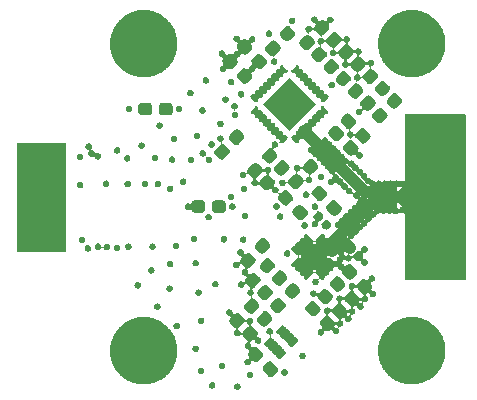
<source format=gbr>
%TF.GenerationSoftware,KiCad,Pcbnew,5.99.0-unknown-6252493~100~ubuntu19.10.1*%
%TF.CreationDate,2020-03-05T21:14:29+01:00*%
%TF.ProjectId,TDR_gen3_pod,5444525f-6765-46e3-935f-706f642e6b69,rev?*%
%TF.SameCoordinates,PX82bfae0PY6cf5110*%
%TF.FileFunction,Soldermask,Top*%
%TF.FilePolarity,Negative*%
%FSLAX46Y46*%
G04 Gerber Fmt 4.6, Leading zero omitted, Abs format (unit mm)*
G04 Created by KiCad (PCBNEW 5.99.0-unknown-6252493~100~ubuntu19.10.1) date 2020-03-05 21:14:29*
%MOMM*%
%LPD*%
G01*
G04 APERTURE LIST*
%ADD10C,0.100000*%
%ADD11C,1.000000*%
G04 APERTURE END LIST*
D10*
G36*
X32850000Y16525000D02*
G01*
X32200000Y17050000D01*
X32200000Y17975000D01*
X32850000Y18500000D01*
X32850000Y16525000D01*
G37*
X32850000Y16525000D02*
X32200000Y17050000D01*
X32200000Y17975000D01*
X32850000Y18500000D01*
X32850000Y16525000D01*
D11*
X32300000Y17500000D02*
X33825000Y17500000D01*
X27750000Y13600000D02*
X28175000Y13175000D01*
X27400000Y13600000D02*
X27750000Y13600000D01*
X26675000Y12925000D02*
X27400000Y13600000D01*
X30100000Y17050000D02*
X26325000Y13275000D01*
X31350000Y17050000D02*
X30100000Y17050000D01*
X29400000Y17950000D02*
X31350000Y17950000D01*
X24250000Y23100000D02*
X29400000Y17950000D01*
%TO.C,J102*%
G36*
X4000000Y12900000D02*
G01*
X0Y12900000D01*
X0Y22100000D01*
X4000000Y22100000D01*
X4000000Y12900000D01*
G37*
D10*
X4000000Y12900000D02*
X0Y12900000D01*
X0Y22100000D01*
X4000000Y22100000D01*
X4000000Y12900000D01*
G36*
X18720602Y1709141D02*
G01*
X18751863Y1698983D01*
X18760801Y1692489D01*
X18781341Y1683981D01*
X18804800Y1660522D01*
X18822594Y1647594D01*
X18835522Y1629800D01*
X18858981Y1606341D01*
X18867489Y1585801D01*
X18873983Y1576863D01*
X18884141Y1545602D01*
X18901000Y1504900D01*
X18901000Y1395100D01*
X18884141Y1354398D01*
X18873983Y1323137D01*
X18867489Y1314199D01*
X18858981Y1293659D01*
X18835522Y1270200D01*
X18822594Y1252406D01*
X18804800Y1239478D01*
X18781341Y1216019D01*
X18760801Y1207511D01*
X18751863Y1201017D01*
X18720602Y1190859D01*
X18679900Y1174000D01*
X18570100Y1174000D01*
X18529398Y1190859D01*
X18498137Y1201017D01*
X18489199Y1207511D01*
X18468659Y1216019D01*
X18445200Y1239478D01*
X18427406Y1252406D01*
X18414478Y1270200D01*
X18391019Y1293659D01*
X18382511Y1314199D01*
X18376017Y1323137D01*
X18365859Y1354398D01*
X18349000Y1395100D01*
X18349000Y1504900D01*
X18365859Y1545602D01*
X18376017Y1576863D01*
X18382511Y1585801D01*
X18391019Y1606341D01*
X18414478Y1629800D01*
X18427406Y1647594D01*
X18445200Y1660522D01*
X18468659Y1683981D01*
X18489199Y1692489D01*
X18498137Y1698983D01*
X18529398Y1709141D01*
X18570100Y1726000D01*
X18679900Y1726000D01*
X18720602Y1709141D01*
G37*
G36*
X16595602Y1809141D02*
G01*
X16626863Y1798983D01*
X16635801Y1792489D01*
X16656341Y1783981D01*
X16679800Y1760522D01*
X16697594Y1747594D01*
X16710522Y1729800D01*
X16733981Y1706341D01*
X16742489Y1685801D01*
X16748983Y1676863D01*
X16759141Y1645602D01*
X16776000Y1604900D01*
X16776000Y1495100D01*
X16759141Y1454398D01*
X16748983Y1423137D01*
X16742489Y1414199D01*
X16733981Y1393659D01*
X16710522Y1370200D01*
X16697594Y1352406D01*
X16679800Y1339478D01*
X16656341Y1316019D01*
X16635801Y1307511D01*
X16626863Y1301017D01*
X16595602Y1290859D01*
X16554900Y1274000D01*
X16445100Y1274000D01*
X16404398Y1290859D01*
X16373137Y1301017D01*
X16364199Y1307511D01*
X16343659Y1316019D01*
X16320200Y1339478D01*
X16302406Y1352406D01*
X16289478Y1370200D01*
X16266019Y1393659D01*
X16257511Y1414199D01*
X16251017Y1423137D01*
X16240859Y1454398D01*
X16224000Y1495100D01*
X16224000Y1604900D01*
X16240859Y1645602D01*
X16251017Y1676863D01*
X16257511Y1685801D01*
X16266019Y1706341D01*
X16289478Y1729800D01*
X16302406Y1747594D01*
X16320200Y1760522D01*
X16343659Y1783981D01*
X16364199Y1792489D01*
X16373137Y1798983D01*
X16404398Y1809141D01*
X16445100Y1826000D01*
X16554900Y1826000D01*
X16595602Y1809141D01*
G37*
G36*
X10712831Y7354141D02*
G01*
X10744857Y7355483D01*
X10875020Y7345925D01*
X11010925Y7339040D01*
X11043269Y7333569D01*
X11072757Y7331404D01*
X11203270Y7306507D01*
X11340035Y7283375D01*
X11369125Y7274868D01*
X11395726Y7269794D01*
X11524746Y7229362D01*
X11660402Y7189693D01*
X11685995Y7178829D01*
X11709466Y7171474D01*
X11835114Y7115532D01*
X11967652Y7059273D01*
X11989627Y7046739D01*
X12009825Y7037746D01*
X12130141Y6966591D01*
X12257587Y6893897D01*
X12275946Y6880362D01*
X12292834Y6870374D01*
X12405945Y6784518D01*
X12526247Y6695824D01*
X12541070Y6681953D01*
X12554716Y6671595D01*
X12658770Y6571812D01*
X12769964Y6467758D01*
X12781450Y6454166D01*
X12792023Y6444027D01*
X12885233Y6331355D01*
X12985407Y6212815D01*
X12993848Y6200061D01*
X13001597Y6190695D01*
X13082185Y6066601D01*
X13169635Y5934478D01*
X13175409Y5923047D01*
X13180668Y5914949D01*
X13247125Y5781072D01*
X13320130Y5636547D01*
X13323668Y5626880D01*
X13326860Y5620449D01*
X13377821Y5478899D01*
X13434838Y5323093D01*
X13436644Y5315510D01*
X13438233Y5311098D01*
X13472417Y5165354D01*
X13512192Y4998396D01*
X13512810Y4993138D01*
X13513309Y4991009D01*
X13529616Y4850078D01*
X13551135Y4666892D01*
X13550216Y4645423D01*
X13534803Y4154973D01*
X13527493Y4114345D01*
X13526459Y4090183D01*
X13499619Y3959428D01*
X13476928Y3833316D01*
X13466945Y3800250D01*
X13459343Y3763217D01*
X13418238Y3638928D01*
X13381899Y3518568D01*
X13367196Y3484591D01*
X13354537Y3446314D01*
X13300301Y3330003D01*
X13251320Y3216815D01*
X13231563Y3182595D01*
X13213474Y3143803D01*
X13147394Y3036811D01*
X13086926Y2932077D01*
X13061884Y2898358D01*
X13038080Y2859816D01*
X12961564Y2763277D01*
X12890901Y2668129D01*
X12860446Y2635698D01*
X12830751Y2598232D01*
X12745285Y2513064D01*
X12665831Y2428454D01*
X12629959Y2398139D01*
X12594319Y2362624D01*
X12501493Y2289577D01*
X12414695Y2216227D01*
X12373503Y2188859D01*
X12332012Y2156209D01*
X12233477Y2095827D01*
X12140854Y2034288D01*
X12094584Y2010712D01*
X12047415Y1981807D01*
X11944772Y1934379D01*
X11847891Y1885016D01*
X11796897Y1866052D01*
X11744414Y1841801D01*
X11639357Y1807463D01*
X11539735Y1770414D01*
X11484488Y1756844D01*
X11427147Y1738102D01*
X11321270Y1716754D01*
X11220432Y1691985D01*
X11161529Y1684544D01*
X11099948Y1672127D01*
X10994825Y1663485D01*
X10894241Y1650778D01*
X10832387Y1650130D01*
X10767287Y1644778D01*
X10664413Y1648370D01*
X10565471Y1647334D01*
X10501475Y1654060D01*
X10433707Y1656427D01*
X10334434Y1671618D01*
X10238492Y1681702D01*
X10173296Y1696275D01*
X10103763Y1706915D01*
X10009336Y1732924D01*
X9917613Y1753427D01*
X9852190Y1776210D01*
X9781964Y1795553D01*
X9693562Y1831450D01*
X9607119Y1861552D01*
X9542503Y1892789D01*
X9472704Y1921131D01*
X9391310Y1965878D01*
X9311107Y2004649D01*
X9248419Y2044433D01*
X9180207Y2081932D01*
X9106621Y2134420D01*
X9033498Y2180826D01*
X8973878Y2229106D01*
X8908468Y2275762D01*
X8843376Y2334784D01*
X8777988Y2387734D01*
X8722578Y2444317D01*
X8661200Y2499971D01*
X8605087Y2564295D01*
X8547947Y2622644D01*
X8497891Y2687176D01*
X8441779Y2751498D01*
X8394975Y2819853D01*
X8346434Y2882432D01*
X8302847Y2954403D01*
X8253202Y3026908D01*
X8215847Y3098058D01*
X8176108Y3163676D01*
X8140060Y3242411D01*
X8098045Y3322438D01*
X8070149Y3395110D01*
X8039244Y3462612D01*
X8011718Y3547328D01*
X7978428Y3634052D01*
X7959820Y3707054D01*
X7937643Y3775308D01*
X7919549Y3865042D01*
X7895984Y3957493D01*
X7886352Y4029684D01*
X7872656Y4097607D01*
X7864790Y4191278D01*
X7851839Y4288345D01*
X7850734Y4358676D01*
X7845144Y4425249D01*
X7848174Y4521658D01*
X7846596Y4622088D01*
X7853450Y4689568D01*
X7855471Y4753866D01*
X7869922Y4851728D01*
X7880327Y4954163D01*
X7894466Y5017941D01*
X7903501Y5079124D01*
X7929740Y5177051D01*
X7952571Y5280034D01*
X7973230Y5339358D01*
X7988598Y5396714D01*
X8026826Y5493266D01*
X8062341Y5595252D01*
X8088690Y5649515D01*
X8109632Y5702409D01*
X8159853Y5796071D01*
X8208138Y5895510D01*
X8239294Y5944227D01*
X8264998Y5992165D01*
X8327043Y6081436D01*
X8387971Y6176707D01*
X8423013Y6219520D01*
X8452647Y6262158D01*
X8526172Y6345556D01*
X8599383Y6435002D01*
X8637374Y6471689D01*
X8670072Y6508778D01*
X8754517Y6584813D01*
X8839487Y6666867D01*
X8879505Y6697353D01*
X8914412Y6728783D01*
X9009029Y6796024D01*
X9105004Y6869137D01*
X9146155Y6893474D01*
X9182412Y6919240D01*
X9286258Y6976330D01*
X9392305Y7039046D01*
X9433722Y7057400D01*
X9470530Y7077635D01*
X9582492Y7123326D01*
X9697468Y7174276D01*
X9738366Y7186936D01*
X9774946Y7201864D01*
X9893727Y7235028D01*
X10016325Y7272979D01*
X10055958Y7280325D01*
X10091618Y7290281D01*
X10215798Y7309949D01*
X10344519Y7333806D01*
X10382248Y7336312D01*
X10416362Y7341715D01*
X10544375Y7347080D01*
X10677569Y7355927D01*
X10712831Y7354141D01*
G37*
G36*
X33412831Y7354141D02*
G01*
X33444857Y7355483D01*
X33575020Y7345925D01*
X33710925Y7339040D01*
X33743269Y7333569D01*
X33772757Y7331404D01*
X33903270Y7306507D01*
X34040035Y7283375D01*
X34069125Y7274868D01*
X34095726Y7269794D01*
X34224746Y7229362D01*
X34360402Y7189693D01*
X34385995Y7178829D01*
X34409466Y7171474D01*
X34535114Y7115532D01*
X34667652Y7059273D01*
X34689627Y7046739D01*
X34709825Y7037746D01*
X34830141Y6966591D01*
X34957587Y6893897D01*
X34975946Y6880362D01*
X34992834Y6870374D01*
X35105945Y6784518D01*
X35226247Y6695824D01*
X35241070Y6681953D01*
X35254716Y6671595D01*
X35358770Y6571812D01*
X35469964Y6467758D01*
X35481450Y6454166D01*
X35492023Y6444027D01*
X35585233Y6331355D01*
X35685407Y6212815D01*
X35693848Y6200061D01*
X35701597Y6190695D01*
X35782185Y6066601D01*
X35869635Y5934478D01*
X35875409Y5923047D01*
X35880668Y5914949D01*
X35947125Y5781072D01*
X36020130Y5636547D01*
X36023668Y5626880D01*
X36026860Y5620449D01*
X36077821Y5478899D01*
X36134838Y5323093D01*
X36136644Y5315510D01*
X36138233Y5311098D01*
X36172417Y5165354D01*
X36212192Y4998396D01*
X36212810Y4993138D01*
X36213309Y4991009D01*
X36229616Y4850078D01*
X36251135Y4666892D01*
X36250216Y4645423D01*
X36234803Y4154973D01*
X36227493Y4114345D01*
X36226459Y4090183D01*
X36199619Y3959428D01*
X36176928Y3833316D01*
X36166945Y3800250D01*
X36159343Y3763217D01*
X36118238Y3638928D01*
X36081899Y3518568D01*
X36067196Y3484591D01*
X36054537Y3446314D01*
X36000301Y3330003D01*
X35951320Y3216815D01*
X35931563Y3182595D01*
X35913474Y3143803D01*
X35847394Y3036811D01*
X35786926Y2932077D01*
X35761884Y2898358D01*
X35738080Y2859816D01*
X35661564Y2763277D01*
X35590901Y2668129D01*
X35560446Y2635698D01*
X35530751Y2598232D01*
X35445285Y2513064D01*
X35365831Y2428454D01*
X35329959Y2398139D01*
X35294319Y2362624D01*
X35201493Y2289577D01*
X35114695Y2216227D01*
X35073503Y2188859D01*
X35032012Y2156209D01*
X34933477Y2095827D01*
X34840854Y2034288D01*
X34794584Y2010712D01*
X34747415Y1981807D01*
X34644772Y1934379D01*
X34547891Y1885016D01*
X34496897Y1866052D01*
X34444414Y1841801D01*
X34339357Y1807463D01*
X34239735Y1770414D01*
X34184488Y1756844D01*
X34127147Y1738102D01*
X34021270Y1716754D01*
X33920432Y1691985D01*
X33861529Y1684544D01*
X33799948Y1672127D01*
X33694825Y1663485D01*
X33594241Y1650778D01*
X33532387Y1650130D01*
X33467287Y1644778D01*
X33364413Y1648370D01*
X33265471Y1647334D01*
X33201475Y1654060D01*
X33133707Y1656427D01*
X33034434Y1671618D01*
X32938492Y1681702D01*
X32873296Y1696275D01*
X32803763Y1706915D01*
X32709336Y1732924D01*
X32617613Y1753427D01*
X32552190Y1776210D01*
X32481964Y1795553D01*
X32393562Y1831450D01*
X32307119Y1861552D01*
X32242503Y1892789D01*
X32172704Y1921131D01*
X32091310Y1965878D01*
X32011107Y2004649D01*
X31948419Y2044433D01*
X31880207Y2081932D01*
X31806621Y2134420D01*
X31733498Y2180826D01*
X31673878Y2229106D01*
X31608468Y2275762D01*
X31543376Y2334784D01*
X31477988Y2387734D01*
X31422578Y2444317D01*
X31361200Y2499971D01*
X31305087Y2564295D01*
X31247947Y2622644D01*
X31197891Y2687176D01*
X31141779Y2751498D01*
X31094975Y2819853D01*
X31046434Y2882432D01*
X31002847Y2954403D01*
X30953202Y3026908D01*
X30915847Y3098058D01*
X30876108Y3163676D01*
X30840060Y3242411D01*
X30798045Y3322438D01*
X30770149Y3395110D01*
X30739244Y3462612D01*
X30711718Y3547328D01*
X30678428Y3634052D01*
X30659820Y3707054D01*
X30637643Y3775308D01*
X30619549Y3865042D01*
X30595984Y3957493D01*
X30586352Y4029684D01*
X30572656Y4097607D01*
X30564790Y4191278D01*
X30551839Y4288345D01*
X30550734Y4358676D01*
X30545144Y4425249D01*
X30548174Y4521658D01*
X30546596Y4622088D01*
X30553450Y4689568D01*
X30555471Y4753866D01*
X30569922Y4851728D01*
X30580327Y4954163D01*
X30594466Y5017941D01*
X30603501Y5079124D01*
X30629740Y5177051D01*
X30652571Y5280034D01*
X30673230Y5339358D01*
X30688598Y5396714D01*
X30726826Y5493266D01*
X30762341Y5595252D01*
X30788690Y5649515D01*
X30809632Y5702409D01*
X30859853Y5796071D01*
X30908138Y5895510D01*
X30939294Y5944227D01*
X30964998Y5992165D01*
X31027043Y6081436D01*
X31087971Y6176707D01*
X31123013Y6219520D01*
X31152647Y6262158D01*
X31226172Y6345556D01*
X31299383Y6435002D01*
X31337374Y6471689D01*
X31370072Y6508778D01*
X31454517Y6584813D01*
X31539487Y6666867D01*
X31579505Y6697353D01*
X31614412Y6728783D01*
X31709029Y6796024D01*
X31805004Y6869137D01*
X31846155Y6893474D01*
X31882412Y6919240D01*
X31986258Y6976330D01*
X32092305Y7039046D01*
X32133722Y7057400D01*
X32170530Y7077635D01*
X32282492Y7123326D01*
X32397468Y7174276D01*
X32438366Y7186936D01*
X32474946Y7201864D01*
X32593727Y7235028D01*
X32716325Y7272979D01*
X32755958Y7280325D01*
X32791618Y7290281D01*
X32915798Y7309949D01*
X33044519Y7333806D01*
X33082248Y7336312D01*
X33116362Y7341715D01*
X33244375Y7347080D01*
X33377569Y7355927D01*
X33412831Y7354141D01*
G37*
G36*
X19795602Y2709141D02*
G01*
X19826863Y2698983D01*
X19835801Y2692489D01*
X19856341Y2683981D01*
X19879800Y2660522D01*
X19897594Y2647594D01*
X19910522Y2629800D01*
X19933981Y2606341D01*
X19942489Y2585801D01*
X19948983Y2576863D01*
X19959141Y2545602D01*
X19976000Y2504900D01*
X19976000Y2395100D01*
X19959141Y2354398D01*
X19948983Y2323137D01*
X19942489Y2314199D01*
X19933981Y2293659D01*
X19910522Y2270200D01*
X19897594Y2252406D01*
X19879800Y2239478D01*
X19856341Y2216019D01*
X19835801Y2207511D01*
X19826863Y2201017D01*
X19795602Y2190859D01*
X19754900Y2174000D01*
X19645100Y2174000D01*
X19604398Y2190859D01*
X19573137Y2201017D01*
X19564199Y2207511D01*
X19543659Y2216019D01*
X19520200Y2239478D01*
X19502406Y2252406D01*
X19489478Y2270200D01*
X19466019Y2293659D01*
X19457511Y2314199D01*
X19451017Y2323137D01*
X19440859Y2354398D01*
X19424000Y2395100D01*
X19424000Y2504900D01*
X19440859Y2545602D01*
X19451017Y2576863D01*
X19457511Y2585801D01*
X19466019Y2606341D01*
X19489478Y2629800D01*
X19502406Y2647594D01*
X19520200Y2660522D01*
X19543659Y2683981D01*
X19564199Y2692489D01*
X19573137Y2698983D01*
X19604398Y2709141D01*
X19645100Y2726000D01*
X19754900Y2726000D01*
X19795602Y2709141D01*
G37*
G36*
X21391686Y3586827D02*
G01*
X21429057Y3586827D01*
X21457172Y3577692D01*
X21476634Y3574977D01*
X21488898Y3567384D01*
X21515971Y3558587D01*
X21590155Y3504688D01*
X21590897Y3504229D01*
X21591188Y3503938D01*
X21597961Y3499017D01*
X21986453Y3110525D01*
X21991374Y3103752D01*
X21991665Y3103461D01*
X21992978Y3101544D01*
X22046023Y3028535D01*
X22048760Y3020112D01*
X22052620Y3014477D01*
X22057940Y2991858D01*
X22074263Y2941621D01*
X22074263Y2922458D01*
X22077315Y2909482D01*
X22074263Y2887604D01*
X22074263Y2850233D01*
X22065128Y2822118D01*
X22062413Y2802656D01*
X22054820Y2790392D01*
X22046023Y2763319D01*
X21992124Y2689135D01*
X21991665Y2688393D01*
X21991374Y2688102D01*
X21986453Y2681329D01*
X21668671Y2363547D01*
X21661898Y2358626D01*
X21661607Y2358335D01*
X21659690Y2357022D01*
X21586681Y2303977D01*
X21578258Y2301240D01*
X21572623Y2297380D01*
X21550004Y2292060D01*
X21499767Y2275737D01*
X21480604Y2275737D01*
X21467628Y2272685D01*
X21445750Y2275737D01*
X21408379Y2275737D01*
X21380264Y2284872D01*
X21360802Y2287587D01*
X21348538Y2295180D01*
X21321465Y2303977D01*
X21247281Y2357876D01*
X21246539Y2358335D01*
X21246248Y2358626D01*
X21239475Y2363547D01*
X20850983Y2752039D01*
X20846062Y2758812D01*
X20845771Y2759103D01*
X20844458Y2761020D01*
X20791413Y2834029D01*
X20788676Y2842452D01*
X20784816Y2848087D01*
X20779496Y2870706D01*
X20763173Y2920943D01*
X20763173Y2940106D01*
X20760121Y2953082D01*
X20763173Y2974960D01*
X20763173Y3012331D01*
X20772308Y3040446D01*
X20775023Y3059908D01*
X20782616Y3072172D01*
X20791413Y3099245D01*
X20845312Y3173429D01*
X20845771Y3174171D01*
X20846062Y3174462D01*
X20850983Y3181235D01*
X21168765Y3499017D01*
X21175538Y3503938D01*
X21175829Y3504229D01*
X21177746Y3505542D01*
X21250755Y3558587D01*
X21259178Y3561324D01*
X21264813Y3565184D01*
X21287432Y3570504D01*
X21337669Y3586827D01*
X21356832Y3586827D01*
X21369808Y3589879D01*
X21391686Y3586827D01*
G37*
G36*
X22720602Y2909141D02*
G01*
X22751863Y2898983D01*
X22760801Y2892489D01*
X22781341Y2883981D01*
X22804800Y2860522D01*
X22822594Y2847594D01*
X22835522Y2829800D01*
X22858981Y2806341D01*
X22867489Y2785801D01*
X22873983Y2776863D01*
X22884141Y2745602D01*
X22901000Y2704900D01*
X22901000Y2595100D01*
X22884141Y2554398D01*
X22873983Y2523137D01*
X22867489Y2514199D01*
X22858981Y2493659D01*
X22835522Y2470200D01*
X22822594Y2452406D01*
X22804800Y2439478D01*
X22781341Y2416019D01*
X22760801Y2407511D01*
X22751863Y2401017D01*
X22720602Y2390859D01*
X22679900Y2374000D01*
X22570100Y2374000D01*
X22529398Y2390859D01*
X22498137Y2401017D01*
X22489199Y2407511D01*
X22468659Y2416019D01*
X22445200Y2439478D01*
X22427406Y2452406D01*
X22414478Y2470200D01*
X22391019Y2493659D01*
X22382511Y2514199D01*
X22376017Y2523137D01*
X22365859Y2554398D01*
X22349000Y2595100D01*
X22349000Y2704900D01*
X22365859Y2745602D01*
X22376017Y2776863D01*
X22382511Y2785801D01*
X22391019Y2806341D01*
X22414478Y2829800D01*
X22427406Y2847594D01*
X22445200Y2860522D01*
X22468659Y2883981D01*
X22489199Y2892489D01*
X22498137Y2898983D01*
X22529398Y2909141D01*
X22570100Y2926000D01*
X22679900Y2926000D01*
X22720602Y2909141D01*
G37*
G36*
X15645602Y3034141D02*
G01*
X15676863Y3023983D01*
X15685801Y3017489D01*
X15706341Y3008981D01*
X15729800Y2985522D01*
X15747594Y2972594D01*
X15760522Y2954800D01*
X15783981Y2931341D01*
X15792489Y2910801D01*
X15798983Y2901863D01*
X15809141Y2870602D01*
X15826000Y2829900D01*
X15826000Y2720100D01*
X15809141Y2679398D01*
X15798983Y2648137D01*
X15792489Y2639199D01*
X15783981Y2618659D01*
X15760522Y2595200D01*
X15747594Y2577406D01*
X15729800Y2564478D01*
X15706341Y2541019D01*
X15685801Y2532511D01*
X15676863Y2526017D01*
X15645602Y2515859D01*
X15604900Y2499000D01*
X15495100Y2499000D01*
X15454398Y2515859D01*
X15423137Y2526017D01*
X15414199Y2532511D01*
X15393659Y2541019D01*
X15370200Y2564478D01*
X15352406Y2577406D01*
X15339478Y2595200D01*
X15316019Y2618659D01*
X15307511Y2639199D01*
X15301017Y2648137D01*
X15290859Y2679398D01*
X15274000Y2720100D01*
X15274000Y2829900D01*
X15290859Y2870602D01*
X15301017Y2901863D01*
X15307511Y2910801D01*
X15316019Y2931341D01*
X15339478Y2954800D01*
X15352406Y2972594D01*
X15370200Y2985522D01*
X15393659Y3008981D01*
X15414199Y3017489D01*
X15423137Y3023983D01*
X15454398Y3034141D01*
X15495100Y3051000D01*
X15604900Y3051000D01*
X15645602Y3034141D01*
G37*
G36*
X17445602Y3459141D02*
G01*
X17476863Y3448983D01*
X17485801Y3442489D01*
X17506341Y3433981D01*
X17529800Y3410522D01*
X17547594Y3397594D01*
X17560522Y3379800D01*
X17583981Y3356341D01*
X17592489Y3335801D01*
X17598983Y3326863D01*
X17609141Y3295602D01*
X17626000Y3254900D01*
X17626000Y3145100D01*
X17609141Y3104398D01*
X17598983Y3073137D01*
X17592489Y3064199D01*
X17583981Y3043659D01*
X17560522Y3020200D01*
X17547594Y3002406D01*
X17529800Y2989478D01*
X17506341Y2966019D01*
X17485801Y2957511D01*
X17476863Y2951017D01*
X17445602Y2940859D01*
X17404900Y2924000D01*
X17295100Y2924000D01*
X17254398Y2940859D01*
X17223137Y2951017D01*
X17214199Y2957511D01*
X17193659Y2966019D01*
X17170200Y2989478D01*
X17152406Y3002406D01*
X17139478Y3020200D01*
X17116019Y3043659D01*
X17107511Y3064199D01*
X17101017Y3073137D01*
X17090859Y3104398D01*
X17074000Y3145100D01*
X17074000Y3254900D01*
X17090859Y3295602D01*
X17101017Y3326863D01*
X17107511Y3335801D01*
X17116019Y3356341D01*
X17139478Y3379800D01*
X17152406Y3397594D01*
X17170200Y3410522D01*
X17193659Y3433981D01*
X17214199Y3442489D01*
X17223137Y3448983D01*
X17254398Y3459141D01*
X17295100Y3476000D01*
X17404900Y3476000D01*
X17445602Y3459141D01*
G37*
G36*
X18045602Y7984141D02*
G01*
X18076863Y7973983D01*
X18085801Y7967489D01*
X18106341Y7958981D01*
X18129800Y7935522D01*
X18147594Y7922594D01*
X18160522Y7904800D01*
X18183981Y7881341D01*
X18192489Y7860801D01*
X18198983Y7851863D01*
X18209141Y7820602D01*
X18226000Y7779900D01*
X18226000Y7705465D01*
X18245843Y7637885D01*
X18299073Y7591762D01*
X18368788Y7581738D01*
X18424472Y7604339D01*
X18436792Y7613290D01*
X18437083Y7613581D01*
X18438996Y7614892D01*
X18512009Y7667939D01*
X18520432Y7670676D01*
X18526067Y7674536D01*
X18548686Y7679856D01*
X18598923Y7696179D01*
X18618086Y7696179D01*
X18631062Y7699231D01*
X18652940Y7696179D01*
X18690311Y7696179D01*
X18718426Y7687044D01*
X18737888Y7684329D01*
X18750152Y7676736D01*
X18777225Y7667939D01*
X18851409Y7614040D01*
X18852151Y7613581D01*
X18852442Y7613290D01*
X18859215Y7608369D01*
X19176997Y7290587D01*
X19181918Y7283814D01*
X19182209Y7283523D01*
X19183523Y7281605D01*
X19236566Y7208598D01*
X19237650Y7205262D01*
X19277404Y7147121D01*
X19342281Y7119702D01*
X19411682Y7131711D01*
X19441433Y7156755D01*
X19464479Y7179801D01*
X19477406Y7197593D01*
X19495198Y7210520D01*
X19518659Y7233981D01*
X19539199Y7242489D01*
X19548137Y7248983D01*
X19579398Y7259141D01*
X19620100Y7276000D01*
X19729900Y7276000D01*
X19770602Y7259141D01*
X19801863Y7248983D01*
X19810801Y7242489D01*
X19831341Y7233981D01*
X19854800Y7210522D01*
X19872594Y7197594D01*
X19885522Y7179800D01*
X19908981Y7156341D01*
X19917489Y7135801D01*
X19923983Y7126863D01*
X19934141Y7095602D01*
X19951000Y7054900D01*
X19951000Y6945100D01*
X19934141Y6904398D01*
X19923983Y6873137D01*
X19917489Y6864199D01*
X19908981Y6843659D01*
X19885522Y6820200D01*
X19872594Y6802406D01*
X19854802Y6789480D01*
X19849540Y6784218D01*
X19809054Y6731714D01*
X19803027Y6661540D01*
X19835895Y6599247D01*
X19858427Y6585217D01*
X19857224Y6583561D01*
X19947425Y6518025D01*
X19948167Y6517566D01*
X19948458Y6517275D01*
X19955231Y6512354D01*
X20273013Y6194572D01*
X20277934Y6187799D01*
X20278225Y6187508D01*
X20279538Y6185591D01*
X20332583Y6112582D01*
X20335320Y6104159D01*
X20339180Y6098524D01*
X20344500Y6075905D01*
X20360823Y6025668D01*
X20360823Y6006505D01*
X20363875Y5993529D01*
X20360823Y5971651D01*
X20360823Y5934280D01*
X20351688Y5906165D01*
X20348973Y5886703D01*
X20341380Y5874439D01*
X20332583Y5847366D01*
X20315949Y5824472D01*
X20292280Y5758136D01*
X20308232Y5689534D01*
X20358741Y5640446D01*
X20417075Y5626000D01*
X20454900Y5626000D01*
X20495602Y5609141D01*
X20526863Y5598983D01*
X20535801Y5592489D01*
X20556341Y5583981D01*
X20579800Y5560522D01*
X20597594Y5547594D01*
X20610522Y5529800D01*
X20633981Y5506341D01*
X20642489Y5485801D01*
X20648983Y5476863D01*
X20659141Y5445602D01*
X20676000Y5404900D01*
X20676000Y5295100D01*
X20659142Y5254401D01*
X20648984Y5223139D01*
X20642490Y5214200D01*
X20633981Y5193659D01*
X20610522Y5170200D01*
X20597594Y5152406D01*
X20579800Y5139478D01*
X20556341Y5116019D01*
X20535801Y5107511D01*
X20526863Y5101017D01*
X20495602Y5090859D01*
X20454900Y5074000D01*
X20345100Y5074000D01*
X20304398Y5090859D01*
X20273137Y5101017D01*
X20264199Y5107511D01*
X20243659Y5116019D01*
X20220200Y5139478D01*
X20202406Y5152406D01*
X20189478Y5170200D01*
X20166019Y5193659D01*
X20157511Y5214199D01*
X20151017Y5223137D01*
X20140859Y5254398D01*
X20124000Y5295100D01*
X20124000Y5314588D01*
X20104157Y5382168D01*
X20050927Y5428291D01*
X19981212Y5438315D01*
X19910613Y5402976D01*
X19884521Y5376884D01*
X19877748Y5371963D01*
X19877457Y5371672D01*
X19875540Y5370359D01*
X19802531Y5317314D01*
X19794109Y5314577D01*
X19788473Y5310717D01*
X19770487Y5306487D01*
X19713506Y5267524D01*
X19686089Y5202647D01*
X19698099Y5133246D01*
X19713236Y5115265D01*
X19710957Y5113610D01*
X19735521Y5079801D01*
X19758981Y5056341D01*
X19767489Y5035801D01*
X19773983Y5026863D01*
X19784141Y4995602D01*
X19801000Y4954900D01*
X19801000Y4887088D01*
X19820843Y4819508D01*
X19874073Y4773385D01*
X19943788Y4763361D01*
X19999473Y4785963D01*
X20013319Y4796023D01*
X20021742Y4798760D01*
X20027377Y4802620D01*
X20049996Y4807940D01*
X20100233Y4824263D01*
X20119396Y4824263D01*
X20132372Y4827315D01*
X20154250Y4824263D01*
X20191621Y4824263D01*
X20219736Y4815128D01*
X20239198Y4812413D01*
X20251462Y4804820D01*
X20278535Y4796023D01*
X20352719Y4742124D01*
X20353461Y4741665D01*
X20353752Y4741374D01*
X20360525Y4736453D01*
X20749017Y4347961D01*
X20753938Y4341188D01*
X20754229Y4340897D01*
X20755542Y4338980D01*
X20808587Y4265971D01*
X20811324Y4257548D01*
X20815184Y4251913D01*
X20820504Y4229294D01*
X20836827Y4179057D01*
X20836827Y4159894D01*
X20839879Y4146918D01*
X20836827Y4125040D01*
X20836827Y4087669D01*
X20827692Y4059554D01*
X20824977Y4040092D01*
X20817384Y4027828D01*
X20808587Y4000755D01*
X20754688Y3926571D01*
X20754229Y3925829D01*
X20753938Y3925538D01*
X20749017Y3918765D01*
X20431235Y3600983D01*
X20424462Y3596062D01*
X20424171Y3595771D01*
X20422254Y3594458D01*
X20349245Y3541413D01*
X20340822Y3538676D01*
X20335187Y3534816D01*
X20312568Y3529496D01*
X20262331Y3513173D01*
X20243168Y3513173D01*
X20230192Y3510121D01*
X20208314Y3513173D01*
X20170943Y3513173D01*
X20142828Y3522308D01*
X20123366Y3525023D01*
X20111102Y3532616D01*
X20084029Y3541413D01*
X20009845Y3595312D01*
X20009103Y3595771D01*
X20008812Y3596062D01*
X20002039Y3600983D01*
X19989387Y3613635D01*
X19927569Y3647389D01*
X19857316Y3642365D01*
X19800932Y3600156D01*
X19776000Y3525247D01*
X19776000Y3470100D01*
X19759141Y3429398D01*
X19748983Y3398137D01*
X19742489Y3389199D01*
X19733981Y3368659D01*
X19710522Y3345200D01*
X19697594Y3327406D01*
X19679800Y3314478D01*
X19656341Y3291019D01*
X19635801Y3282511D01*
X19626863Y3276017D01*
X19595602Y3265859D01*
X19554900Y3249000D01*
X19445100Y3249000D01*
X19404398Y3265859D01*
X19373137Y3276017D01*
X19364199Y3282511D01*
X19343659Y3291019D01*
X19320200Y3314478D01*
X19302406Y3327406D01*
X19289478Y3345200D01*
X19266019Y3368659D01*
X19257511Y3389199D01*
X19251017Y3398137D01*
X19240859Y3429398D01*
X19224000Y3470100D01*
X19224000Y3579900D01*
X19240859Y3620602D01*
X19251017Y3651863D01*
X19257511Y3660801D01*
X19266019Y3681341D01*
X19289478Y3704800D01*
X19302406Y3722594D01*
X19320200Y3735522D01*
X19343659Y3758981D01*
X19364199Y3767489D01*
X19373137Y3773983D01*
X19404398Y3784141D01*
X19445100Y3801000D01*
X19505158Y3801000D01*
X19572738Y3820843D01*
X19618861Y3874073D01*
X19628885Y3943788D01*
X19606284Y3999472D01*
X19553977Y4071465D01*
X19551240Y4079888D01*
X19547380Y4085523D01*
X19542060Y4108142D01*
X19525737Y4158379D01*
X19525737Y4177542D01*
X19522685Y4190518D01*
X19525737Y4212396D01*
X19525737Y4249767D01*
X19534872Y4277882D01*
X19537587Y4297344D01*
X19545180Y4309608D01*
X19553977Y4336681D01*
X19607876Y4410865D01*
X19608335Y4411607D01*
X19608626Y4411898D01*
X19618529Y4425528D01*
X19642198Y4491864D01*
X19626246Y4560467D01*
X19575737Y4609554D01*
X19517403Y4624000D01*
X19470100Y4624000D01*
X19429398Y4640859D01*
X19398137Y4651017D01*
X19389199Y4657511D01*
X19368659Y4666019D01*
X19345200Y4689478D01*
X19327406Y4702406D01*
X19314478Y4720200D01*
X19291019Y4743659D01*
X19282511Y4764199D01*
X19276017Y4773137D01*
X19265859Y4804398D01*
X19249000Y4845100D01*
X19249000Y4954900D01*
X19265859Y4995602D01*
X19276017Y5026863D01*
X19282511Y5035801D01*
X19291019Y5056341D01*
X19314478Y5079800D01*
X19327406Y5097594D01*
X19345200Y5110522D01*
X19368659Y5133981D01*
X19389201Y5142490D01*
X19398138Y5148983D01*
X19421081Y5156438D01*
X19479222Y5196193D01*
X19506639Y5261070D01*
X19494629Y5330471D01*
X19461809Y5369460D01*
X19462279Y5369930D01*
X19456812Y5375397D01*
X19455934Y5376440D01*
X19455330Y5376879D01*
X19137543Y5694666D01*
X19132622Y5701439D01*
X19132331Y5701730D01*
X19131017Y5703648D01*
X19077972Y5776658D01*
X19075235Y5785081D01*
X19071376Y5790714D01*
X19071060Y5792056D01*
X19034940Y5844878D01*
X18970063Y5872294D01*
X18900662Y5860283D01*
X18863138Y5828695D01*
X18858981Y5818659D01*
X18835522Y5795200D01*
X18822594Y5777406D01*
X18804800Y5764478D01*
X18781341Y5741019D01*
X18760801Y5732511D01*
X18751863Y5726017D01*
X18720602Y5715859D01*
X18679900Y5699000D01*
X18570100Y5699000D01*
X18529398Y5715859D01*
X18498137Y5726017D01*
X18489199Y5732511D01*
X18468659Y5741019D01*
X18445200Y5764478D01*
X18427406Y5777406D01*
X18414478Y5795200D01*
X18391019Y5818659D01*
X18382511Y5839199D01*
X18376017Y5848137D01*
X18365859Y5879398D01*
X18349000Y5920100D01*
X18349000Y6029900D01*
X18365859Y6070602D01*
X18376017Y6101863D01*
X18382511Y6110801D01*
X18391019Y6131341D01*
X18414478Y6154800D01*
X18427406Y6172594D01*
X18445199Y6185521D01*
X18468659Y6208981D01*
X18471742Y6210258D01*
X18505190Y6253635D01*
X18510057Y6310306D01*
X18689035Y6310306D01*
X18738071Y6234004D01*
X18760802Y6217488D01*
X18781341Y6208981D01*
X18804799Y6185523D01*
X18822594Y6172594D01*
X18835522Y6154800D01*
X18858981Y6131341D01*
X18867489Y6110801D01*
X18873983Y6101863D01*
X18874679Y6099721D01*
X18914435Y6041581D01*
X18979312Y6014164D01*
X19048713Y6026174D01*
X19094686Y6064875D01*
X19131872Y6116056D01*
X19132331Y6116798D01*
X19132622Y6117089D01*
X19137543Y6123862D01*
X19526035Y6512354D01*
X19532808Y6517275D01*
X19533099Y6517566D01*
X19535016Y6518879D01*
X19562144Y6538589D01*
X19605153Y6594365D01*
X19611180Y6664539D01*
X19562144Y6740841D01*
X19539201Y6757510D01*
X19518659Y6766019D01*
X19495197Y6789481D01*
X19477406Y6802407D01*
X19464480Y6820198D01*
X19441019Y6843659D01*
X19432511Y6864199D01*
X19414380Y6889154D01*
X19413734Y6888685D01*
X19387755Y6926677D01*
X19322877Y6954093D01*
X19253476Y6942081D01*
X19207505Y6903381D01*
X19182668Y6869196D01*
X19182209Y6868455D01*
X19181918Y6868164D01*
X19176997Y6861391D01*
X18788505Y6472899D01*
X18781732Y6467978D01*
X18781441Y6467687D01*
X18779524Y6466374D01*
X18738071Y6436256D01*
X18695062Y6380480D01*
X18689035Y6310306D01*
X18510057Y6310306D01*
X18511217Y6323809D01*
X18478349Y6386102D01*
X18456069Y6399976D01*
X18457316Y6401692D01*
X18367115Y6467228D01*
X18366373Y6467687D01*
X18366082Y6467978D01*
X18359309Y6472899D01*
X18041527Y6790681D01*
X18036606Y6797454D01*
X18036315Y6797745D01*
X18035002Y6799662D01*
X17981957Y6872671D01*
X17979220Y6881094D01*
X17975360Y6886729D01*
X17970040Y6909348D01*
X17953717Y6959585D01*
X17953717Y6978748D01*
X17950665Y6991724D01*
X17953717Y7013602D01*
X17953717Y7050973D01*
X17962852Y7079088D01*
X17965567Y7098550D01*
X17973160Y7110814D01*
X17981957Y7137887D01*
X18035856Y7212071D01*
X18036315Y7212813D01*
X18036606Y7213104D01*
X18041527Y7219877D01*
X18057263Y7235613D01*
X18091017Y7297431D01*
X18085993Y7367684D01*
X18043784Y7424068D01*
X17968875Y7449000D01*
X17895100Y7449000D01*
X17854398Y7465859D01*
X17823137Y7476017D01*
X17814199Y7482511D01*
X17793659Y7491019D01*
X17770200Y7514478D01*
X17752406Y7527406D01*
X17739478Y7545200D01*
X17716019Y7568659D01*
X17707511Y7589199D01*
X17701017Y7598137D01*
X17690859Y7629398D01*
X17674000Y7670100D01*
X17674000Y7779900D01*
X17690859Y7820602D01*
X17701017Y7851863D01*
X17707511Y7860801D01*
X17716019Y7881341D01*
X17739478Y7904800D01*
X17752406Y7922594D01*
X17770200Y7935522D01*
X17793659Y7958981D01*
X17814199Y7967489D01*
X17823137Y7973983D01*
X17854398Y7984141D01*
X17895100Y8001000D01*
X18004900Y8001000D01*
X18045602Y7984141D01*
G37*
G36*
X24245602Y4309141D02*
G01*
X24276863Y4298983D01*
X24285801Y4292489D01*
X24306341Y4283981D01*
X24329800Y4260522D01*
X24347594Y4247594D01*
X24360522Y4229800D01*
X24383981Y4206341D01*
X24392489Y4185801D01*
X24398983Y4176863D01*
X24409141Y4145602D01*
X24426000Y4104900D01*
X24426000Y3995100D01*
X24409141Y3954398D01*
X24398983Y3923137D01*
X24392489Y3914199D01*
X24383981Y3893659D01*
X24360522Y3870200D01*
X24347594Y3852406D01*
X24329800Y3839478D01*
X24306341Y3816019D01*
X24285801Y3807511D01*
X24276863Y3801017D01*
X24245602Y3790859D01*
X24204900Y3774000D01*
X24095100Y3774000D01*
X24054398Y3790859D01*
X24023137Y3801017D01*
X24014199Y3807511D01*
X23993659Y3816019D01*
X23970200Y3839478D01*
X23952406Y3852406D01*
X23939478Y3870200D01*
X23916019Y3893659D01*
X23907511Y3914199D01*
X23901017Y3923137D01*
X23890859Y3954398D01*
X23874000Y3995100D01*
X23874000Y4104900D01*
X23890859Y4145602D01*
X23901017Y4176863D01*
X23907511Y4185801D01*
X23916019Y4206341D01*
X23939478Y4229800D01*
X23952406Y4247594D01*
X23970200Y4260522D01*
X23993659Y4283981D01*
X24014199Y4292489D01*
X24023137Y4298983D01*
X24054398Y4309141D01*
X24095100Y4326000D01*
X24204900Y4326000D01*
X24245602Y4309141D01*
G37*
G36*
X21470602Y6384141D02*
G01*
X21501863Y6373983D01*
X21510801Y6367489D01*
X21531341Y6358981D01*
X21554800Y6335522D01*
X21572594Y6322594D01*
X21585522Y6304800D01*
X21608981Y6281341D01*
X21617489Y6260801D01*
X21623983Y6251863D01*
X21634141Y6220602D01*
X21651000Y6179900D01*
X21651000Y6156082D01*
X21663985Y6111859D01*
X21659674Y6099284D01*
X21657118Y6100115D01*
X21651000Y6081286D01*
X21651000Y6070100D01*
X21634141Y6029399D01*
X21623983Y5998137D01*
X21617489Y5989199D01*
X21608981Y5968659D01*
X21585522Y5945200D01*
X21572594Y5927406D01*
X21554800Y5914478D01*
X21531341Y5891019D01*
X21510801Y5882511D01*
X21485846Y5864380D01*
X21488262Y5861055D01*
X21459499Y5841387D01*
X21432082Y5776510D01*
X21444092Y5707109D01*
X21486818Y5658331D01*
X21489074Y5656824D01*
X21489078Y5656820D01*
X21499511Y5649849D01*
X21680092Y5469268D01*
X21687063Y5458835D01*
X21687064Y5458834D01*
X21698336Y5441964D01*
X21702013Y5423478D01*
X21703182Y5417599D01*
X21735828Y5355189D01*
X21801393Y5319388D01*
X21805858Y5318500D01*
X21805859Y5318500D01*
X21825758Y5314542D01*
X21836628Y5307279D01*
X21853062Y5296298D01*
X22033646Y5115714D01*
X22040617Y5105281D01*
X22040618Y5105280D01*
X22050067Y5091138D01*
X22051890Y5088410D01*
X22056736Y5064046D01*
X22089382Y5001636D01*
X22154947Y4965835D01*
X22179311Y4960989D01*
X22206615Y4942745D01*
X22387199Y4762161D01*
X22394170Y4751728D01*
X22394171Y4751727D01*
X22405443Y4734857D01*
X22409401Y4714958D01*
X22410289Y4710492D01*
X22442935Y4648082D01*
X22508500Y4612281D01*
X22512965Y4611393D01*
X22512966Y4611393D01*
X22532865Y4607435D01*
X22549735Y4596163D01*
X22560169Y4589191D01*
X22740753Y4408607D01*
X22758997Y4381303D01*
X22762955Y4361404D01*
X22758997Y4341505D01*
X22740753Y4314201D01*
X22227829Y3801277D01*
X22217396Y3794306D01*
X22217395Y3794305D01*
X22200525Y3783033D01*
X22180626Y3779075D01*
X22160727Y3783033D01*
X22133423Y3801277D01*
X21952839Y3981861D01*
X21943993Y3995100D01*
X21934595Y4009165D01*
X21930637Y4029064D01*
X21930637Y4029065D01*
X21929749Y4033530D01*
X21897103Y4095940D01*
X21831538Y4131741D01*
X21827073Y4132629D01*
X21827072Y4132629D01*
X21807173Y4136587D01*
X21790303Y4147859D01*
X21790302Y4147860D01*
X21779869Y4154831D01*
X21599285Y4335415D01*
X21581041Y4362719D01*
X21576195Y4387083D01*
X21543549Y4449493D01*
X21477984Y4485294D01*
X21453620Y4490140D01*
X21426316Y4508384D01*
X21245732Y4688968D01*
X21236753Y4702406D01*
X21227488Y4716272D01*
X21223530Y4736171D01*
X21223530Y4736172D01*
X21222642Y4740637D01*
X21189996Y4803047D01*
X21124431Y4838848D01*
X21119966Y4839736D01*
X21119965Y4839736D01*
X21100066Y4843694D01*
X21083196Y4854966D01*
X21083195Y4854967D01*
X21072762Y4861938D01*
X20892178Y5042522D01*
X20873934Y5069826D01*
X20869976Y5089725D01*
X20873934Y5109622D01*
X20873934Y5109624D01*
X20885206Y5126494D01*
X20885209Y5126497D01*
X20892179Y5136929D01*
X21393073Y5637823D01*
X21426827Y5699641D01*
X21421803Y5769894D01*
X21379594Y5826278D01*
X21343313Y5845092D01*
X21331286Y5849000D01*
X21320100Y5849000D01*
X21279399Y5865859D01*
X21248137Y5876017D01*
X21239199Y5882511D01*
X21218659Y5891019D01*
X21195200Y5914478D01*
X21177406Y5927406D01*
X21164478Y5945200D01*
X21141019Y5968659D01*
X21132511Y5989199D01*
X21126017Y5998137D01*
X21115859Y6029398D01*
X21099000Y6070100D01*
X21099000Y6179900D01*
X21115859Y6220602D01*
X21126017Y6251863D01*
X21132511Y6260801D01*
X21141019Y6281341D01*
X21164478Y6304800D01*
X21177406Y6322594D01*
X21195200Y6335522D01*
X21218659Y6358981D01*
X21239199Y6367489D01*
X21248137Y6373983D01*
X21279398Y6384141D01*
X21320100Y6401000D01*
X21429900Y6401000D01*
X21470602Y6384141D01*
G37*
G36*
X15195602Y4909141D02*
G01*
X15226863Y4898983D01*
X15235801Y4892489D01*
X15256341Y4883981D01*
X15279800Y4860522D01*
X15297594Y4847594D01*
X15310522Y4829800D01*
X15333981Y4806341D01*
X15342489Y4785801D01*
X15348983Y4776863D01*
X15359141Y4745602D01*
X15376000Y4704900D01*
X15376000Y4595100D01*
X15359141Y4554398D01*
X15348983Y4523137D01*
X15342489Y4514199D01*
X15333981Y4493659D01*
X15310522Y4470200D01*
X15297594Y4452406D01*
X15279800Y4439478D01*
X15256341Y4416019D01*
X15235801Y4407511D01*
X15226863Y4401017D01*
X15195602Y4390859D01*
X15154900Y4374000D01*
X15045100Y4374000D01*
X15004398Y4390859D01*
X14973137Y4401017D01*
X14964199Y4407511D01*
X14943659Y4416019D01*
X14920200Y4439478D01*
X14902406Y4452406D01*
X14889478Y4470200D01*
X14866019Y4493659D01*
X14857511Y4514199D01*
X14851017Y4523137D01*
X14840859Y4554398D01*
X14824000Y4595100D01*
X14824000Y4704900D01*
X14840859Y4745602D01*
X14851017Y4776863D01*
X14857511Y4785801D01*
X14866019Y4806341D01*
X14889478Y4829800D01*
X14902406Y4847594D01*
X14920200Y4860522D01*
X14943659Y4883981D01*
X14964199Y4892489D01*
X14973137Y4898983D01*
X15004398Y4909141D01*
X15045100Y4926000D01*
X15154900Y4926000D01*
X15195602Y4909141D01*
G37*
G36*
X22497509Y6693401D02*
G01*
X22511672Y6683938D01*
X22524813Y6675157D01*
X22705397Y6494573D01*
X22712368Y6484140D01*
X22712369Y6484139D01*
X22723641Y6467269D01*
X22726891Y6450927D01*
X22728487Y6442904D01*
X22761133Y6380494D01*
X22826698Y6344693D01*
X22831163Y6343805D01*
X22831164Y6343805D01*
X22851063Y6339847D01*
X22851065Y6339846D01*
X22851064Y6339846D01*
X22878367Y6321603D01*
X23058951Y6141019D01*
X23065922Y6130586D01*
X23065923Y6130585D01*
X23077195Y6113715D01*
X23080217Y6098524D01*
X23082041Y6089351D01*
X23114687Y6026941D01*
X23180252Y5991140D01*
X23204616Y5986294D01*
X23231920Y5968050D01*
X23412504Y5787466D01*
X23419475Y5777033D01*
X23419476Y5777032D01*
X23430748Y5760162D01*
X23434706Y5740263D01*
X23435594Y5735797D01*
X23468240Y5673387D01*
X23533805Y5637586D01*
X23538270Y5636698D01*
X23538271Y5636698D01*
X23558170Y5632740D01*
X23558172Y5632739D01*
X23558171Y5632739D01*
X23585474Y5614496D01*
X23766058Y5433912D01*
X23784302Y5406608D01*
X23788260Y5386709D01*
X23784302Y5366810D01*
X23766058Y5339506D01*
X23253134Y4826582D01*
X23225830Y4808338D01*
X23205931Y4804380D01*
X23186032Y4808338D01*
X23169162Y4819610D01*
X23169161Y4819611D01*
X23158728Y4826582D01*
X22978144Y5007166D01*
X22959901Y5034469D01*
X22959900Y5034470D01*
X22955942Y5054369D01*
X22955942Y5054370D01*
X22955054Y5058835D01*
X22922408Y5121245D01*
X22856843Y5157046D01*
X22852378Y5157934D01*
X22852377Y5157934D01*
X22832478Y5161892D01*
X22815608Y5173164D01*
X22815607Y5173165D01*
X22805174Y5180136D01*
X22624590Y5360720D01*
X22613790Y5376884D01*
X22606346Y5388024D01*
X22602388Y5407923D01*
X22601500Y5412388D01*
X22568854Y5474798D01*
X22503289Y5510599D01*
X22478925Y5515445D01*
X22451621Y5533689D01*
X22271037Y5714273D01*
X22252794Y5741576D01*
X22252793Y5741577D01*
X22248835Y5761476D01*
X22248835Y5761477D01*
X22247947Y5765942D01*
X22215301Y5828352D01*
X22149736Y5864153D01*
X22145271Y5865041D01*
X22145270Y5865041D01*
X22125371Y5868999D01*
X22108501Y5880271D01*
X22108500Y5880272D01*
X22098067Y5887243D01*
X21917483Y6067827D01*
X21908048Y6081948D01*
X21899239Y6095131D01*
X21898596Y6098366D01*
X21889419Y6115909D01*
X21898596Y6131695D01*
X21899239Y6134929D01*
X21917483Y6162233D01*
X22430407Y6675157D01*
X22443549Y6683938D01*
X22457711Y6693401D01*
X22477610Y6697359D01*
X22497509Y6693401D01*
G37*
G36*
X30120602Y10859141D02*
G01*
X30151863Y10848983D01*
X30160801Y10842489D01*
X30181341Y10833981D01*
X30204800Y10810522D01*
X30222594Y10797594D01*
X30235522Y10779800D01*
X30258981Y10756341D01*
X30267489Y10735801D01*
X30273983Y10726863D01*
X30284141Y10695602D01*
X30301000Y10654900D01*
X30301000Y10545100D01*
X30284141Y10504398D01*
X30273983Y10473137D01*
X30267489Y10464199D01*
X30258981Y10443659D01*
X30235522Y10420200D01*
X30222594Y10402406D01*
X30204800Y10389478D01*
X30181341Y10366019D01*
X30160801Y10357511D01*
X30151863Y10351017D01*
X30120602Y10340859D01*
X30079900Y10324000D01*
X30039487Y10324000D01*
X29971907Y10304157D01*
X29925784Y10250927D01*
X29915760Y10181212D01*
X29946911Y10118979D01*
X29945752Y10118137D01*
X29950834Y10111142D01*
X29951099Y10110613D01*
X29951536Y10110176D01*
X29956457Y10103403D01*
X29956748Y10103112D01*
X29958061Y10101195D01*
X30011106Y10028186D01*
X30013843Y10019763D01*
X30017703Y10014128D01*
X30023023Y9991509D01*
X30039346Y9941272D01*
X30039346Y9922109D01*
X30042398Y9909133D01*
X30039346Y9887255D01*
X30039346Y9849884D01*
X30030211Y9821769D01*
X30027496Y9802307D01*
X30019903Y9790043D01*
X30011106Y9762970D01*
X30001299Y9749472D01*
X29977630Y9683135D01*
X29993582Y9614533D01*
X30044092Y9565446D01*
X30102425Y9551000D01*
X30154900Y9551000D01*
X30195602Y9534141D01*
X30226863Y9523983D01*
X30235801Y9517489D01*
X30256341Y9508981D01*
X30279800Y9485522D01*
X30297594Y9472594D01*
X30310522Y9454800D01*
X30333981Y9431341D01*
X30342489Y9410801D01*
X30348983Y9401863D01*
X30359141Y9370602D01*
X30376000Y9329900D01*
X30376000Y9220100D01*
X30359141Y9179398D01*
X30348983Y9148137D01*
X30342489Y9139199D01*
X30333981Y9118659D01*
X30310522Y9095200D01*
X30297594Y9077406D01*
X30279800Y9064478D01*
X30256341Y9041019D01*
X30235801Y9032511D01*
X30226863Y9026017D01*
X30195602Y9015859D01*
X30154900Y8999000D01*
X30045100Y8999000D01*
X30004398Y9015859D01*
X29973137Y9026017D01*
X29964199Y9032511D01*
X29943659Y9041019D01*
X29920199Y9064479D01*
X29886390Y9089043D01*
X29884957Y9087071D01*
X29852896Y9111795D01*
X29831989Y9113591D01*
X29839207Y9126372D01*
X29836481Y9189968D01*
X29824000Y9220100D01*
X29824000Y9256095D01*
X29804157Y9323675D01*
X29750927Y9369798D01*
X29681212Y9379822D01*
X29625639Y9357266D01*
X29624782Y9356679D01*
X29567371Y9314967D01*
X29524362Y9259191D01*
X29518335Y9189017D01*
X29565575Y9115512D01*
X29581341Y9108981D01*
X29604800Y9085522D01*
X29638611Y9060957D01*
X29640043Y9062929D01*
X29672104Y9038205D01*
X29693011Y9036409D01*
X29685793Y9023628D01*
X29688519Y8960032D01*
X29701000Y8929900D01*
X29701000Y8820100D01*
X29684141Y8779398D01*
X29673983Y8748137D01*
X29667489Y8739199D01*
X29658981Y8718659D01*
X29635522Y8695200D01*
X29622594Y8677406D01*
X29604800Y8664478D01*
X29581341Y8641019D01*
X29560801Y8632511D01*
X29551863Y8626017D01*
X29520602Y8615859D01*
X29479900Y8599000D01*
X29364751Y8599000D01*
X29297171Y8579157D01*
X29251048Y8525927D01*
X29241024Y8456212D01*
X29262826Y8402496D01*
X29283981Y8381341D01*
X29292490Y8360799D01*
X29298983Y8351862D01*
X29309140Y8320604D01*
X29326000Y8279900D01*
X29326000Y8170100D01*
X29309141Y8129398D01*
X29298983Y8098137D01*
X29292489Y8089199D01*
X29283981Y8068659D01*
X29260522Y8045200D01*
X29247594Y8027406D01*
X29229800Y8014478D01*
X29206341Y7991019D01*
X29185801Y7982511D01*
X29176863Y7976017D01*
X29145602Y7965859D01*
X29104900Y7949000D01*
X28995100Y7949000D01*
X28954398Y7965859D01*
X28923137Y7976017D01*
X28914199Y7982511D01*
X28893659Y7991019D01*
X28870200Y8014478D01*
X28852406Y8027406D01*
X28839478Y8045200D01*
X28816019Y8068659D01*
X28809696Y8083923D01*
X28804278Y8088101D01*
X28790860Y8129398D01*
X28774000Y8170100D01*
X28774000Y8210431D01*
X28754157Y8278011D01*
X28700927Y8324134D01*
X28631212Y8334158D01*
X28575529Y8311558D01*
X28501888Y8258055D01*
X28458878Y8202279D01*
X28452851Y8132105D01*
X28497487Y8062648D01*
X28506341Y8058981D01*
X28529800Y8035522D01*
X28547594Y8022594D01*
X28560522Y8004800D01*
X28583981Y7981341D01*
X28590304Y7966077D01*
X28595722Y7961899D01*
X28609140Y7920602D01*
X28626000Y7879900D01*
X28626000Y7770100D01*
X28609141Y7729398D01*
X28598983Y7698137D01*
X28592489Y7689199D01*
X28583981Y7668659D01*
X28560522Y7645200D01*
X28547594Y7627406D01*
X28529800Y7614478D01*
X28506341Y7591019D01*
X28485801Y7582511D01*
X28476863Y7576017D01*
X28445602Y7565859D01*
X28404900Y7549000D01*
X28339751Y7549000D01*
X28272171Y7529157D01*
X28226048Y7475927D01*
X28216024Y7406212D01*
X28237826Y7352496D01*
X28258981Y7331341D01*
X28267490Y7310799D01*
X28273983Y7301862D01*
X28284140Y7270604D01*
X28301000Y7229900D01*
X28301000Y7120100D01*
X28284141Y7079398D01*
X28273983Y7048137D01*
X28267489Y7039199D01*
X28258981Y7018659D01*
X28235522Y6995200D01*
X28222594Y6977406D01*
X28204800Y6964478D01*
X28181341Y6941019D01*
X28160801Y6932511D01*
X28151863Y6926017D01*
X28120602Y6915859D01*
X28079900Y6899000D01*
X27970100Y6899000D01*
X27929398Y6915859D01*
X27898137Y6926017D01*
X27889199Y6932511D01*
X27868659Y6941019D01*
X27845198Y6964480D01*
X27827407Y6977406D01*
X27814481Y6995197D01*
X27791019Y7018659D01*
X27790109Y7020856D01*
X27768532Y7037494D01*
X27766869Y7076291D01*
X27765859Y7079400D01*
X27749000Y7120100D01*
X27749000Y7178097D01*
X27729157Y7245677D01*
X27675927Y7291800D01*
X27606212Y7301824D01*
X27550527Y7279222D01*
X27541015Y7272311D01*
X27540725Y7272021D01*
X27538818Y7270714D01*
X27481934Y7229385D01*
X27438925Y7173609D01*
X27432899Y7103435D01*
X27476154Y7036130D01*
X27481341Y7033981D01*
X27504800Y7010522D01*
X27522594Y6997594D01*
X27535521Y6979801D01*
X27558981Y6956341D01*
X27559891Y6954144D01*
X27581468Y6937506D01*
X27583131Y6898709D01*
X27584141Y6895600D01*
X27601000Y6854900D01*
X27601000Y6745100D01*
X27584141Y6704398D01*
X27573983Y6673137D01*
X27567489Y6664199D01*
X27558981Y6643659D01*
X27535522Y6620200D01*
X27522594Y6602406D01*
X27504800Y6589478D01*
X27481341Y6566019D01*
X27460801Y6557511D01*
X27451863Y6551017D01*
X27420602Y6540859D01*
X27379900Y6524000D01*
X27289751Y6524000D01*
X27222171Y6504157D01*
X27176048Y6450927D01*
X27166024Y6381212D01*
X27187826Y6327496D01*
X27208981Y6306341D01*
X27217490Y6285799D01*
X27223983Y6276862D01*
X27234140Y6245604D01*
X27251000Y6204900D01*
X27251000Y6095100D01*
X27234141Y6054398D01*
X27223983Y6023137D01*
X27217489Y6014199D01*
X27208981Y5993659D01*
X27185522Y5970200D01*
X27172594Y5952406D01*
X27154800Y5939478D01*
X27131341Y5916019D01*
X27110801Y5907511D01*
X27101863Y5901017D01*
X27070602Y5890859D01*
X27029900Y5874000D01*
X26920100Y5874000D01*
X26879398Y5890859D01*
X26848137Y5901017D01*
X26839199Y5907511D01*
X26818659Y5916019D01*
X26795200Y5939478D01*
X26777406Y5952406D01*
X26764478Y5970200D01*
X26741019Y5993659D01*
X26732511Y6014199D01*
X26726017Y6023137D01*
X26715859Y6054398D01*
X26699000Y6095100D01*
X26699000Y6130521D01*
X26679157Y6198101D01*
X26625927Y6244224D01*
X26556212Y6254248D01*
X26500528Y6231647D01*
X26436681Y6185259D01*
X26428258Y6182522D01*
X26422623Y6178662D01*
X26400004Y6173342D01*
X26349767Y6157019D01*
X26330604Y6157019D01*
X26317628Y6153967D01*
X26295750Y6157019D01*
X26258379Y6157019D01*
X26230264Y6166154D01*
X26210802Y6168869D01*
X26198538Y6176463D01*
X26152636Y6191377D01*
X26152487Y6190918D01*
X26108133Y6206743D01*
X26039531Y6190789D01*
X25990445Y6140279D01*
X25976000Y6081948D01*
X25976000Y5995100D01*
X25959141Y5954398D01*
X25948983Y5923137D01*
X25942489Y5914199D01*
X25933981Y5893659D01*
X25910522Y5870200D01*
X25897594Y5852406D01*
X25879800Y5839478D01*
X25856341Y5816019D01*
X25835801Y5807511D01*
X25826863Y5801017D01*
X25795602Y5790859D01*
X25754900Y5774000D01*
X25645100Y5774000D01*
X25604398Y5790859D01*
X25573137Y5801017D01*
X25564199Y5807511D01*
X25543659Y5816019D01*
X25520200Y5839478D01*
X25502406Y5852406D01*
X25489478Y5870200D01*
X25466019Y5893659D01*
X25457511Y5914199D01*
X25451017Y5923137D01*
X25440859Y5954398D01*
X25424000Y5995100D01*
X25424000Y6104900D01*
X25440859Y6145602D01*
X25451017Y6176863D01*
X25457511Y6185801D01*
X25466019Y6206341D01*
X25489478Y6229800D01*
X25502406Y6247594D01*
X25520200Y6260522D01*
X25543659Y6283981D01*
X25564199Y6292489D01*
X25573137Y6298983D01*
X25604398Y6309141D01*
X25645100Y6326000D01*
X25706529Y6326000D01*
X25774109Y6345843D01*
X25820232Y6399073D01*
X25830256Y6468788D01*
X25794917Y6539387D01*
X25776171Y6558133D01*
X26857729Y6558133D01*
X26873683Y6489531D01*
X26924193Y6440445D01*
X26982524Y6426000D01*
X27010249Y6426000D01*
X27077829Y6445843D01*
X27123952Y6499073D01*
X27133976Y6568788D01*
X27112173Y6622505D01*
X27091019Y6643659D01*
X27088036Y6650860D01*
X27041734Y6686562D01*
X26971560Y6692588D01*
X26895259Y6643550D01*
X26881397Y6624470D01*
X26857729Y6558133D01*
X25776171Y6558133D01*
X25700983Y6633321D01*
X25696062Y6640094D01*
X25695771Y6640385D01*
X25694458Y6642302D01*
X25641413Y6715311D01*
X25638676Y6723734D01*
X25634816Y6729369D01*
X25629496Y6751988D01*
X25613173Y6802225D01*
X25613173Y6821388D01*
X25610121Y6834364D01*
X25613173Y6856242D01*
X25613173Y6893613D01*
X25622308Y6921728D01*
X25625023Y6941190D01*
X25632616Y6953454D01*
X25641413Y6980527D01*
X25695312Y7054711D01*
X25695771Y7055453D01*
X25696062Y7055744D01*
X25700983Y7062517D01*
X26018765Y7380299D01*
X26025538Y7385220D01*
X26025829Y7385511D01*
X26027747Y7386825D01*
X26100864Y7439948D01*
X26143873Y7495724D01*
X26144597Y7504162D01*
X26333463Y7504162D01*
X26382499Y7427860D01*
X26440155Y7385971D01*
X26440897Y7385511D01*
X26441188Y7385220D01*
X26447961Y7380299D01*
X26836453Y6991807D01*
X26841374Y6985034D01*
X26841665Y6984743D01*
X26842978Y6982826D01*
X26878702Y6933657D01*
X26934478Y6890648D01*
X27004652Y6884621D01*
X27080954Y6933658D01*
X27082511Y6935801D01*
X27091019Y6956341D01*
X27114476Y6979798D01*
X27127404Y6997592D01*
X27145199Y7010521D01*
X27168659Y7033981D01*
X27180837Y7039025D01*
X27219266Y7088863D01*
X27225292Y7159037D01*
X27176256Y7235338D01*
X27126399Y7271562D01*
X27125657Y7272021D01*
X27125366Y7272312D01*
X27118593Y7277233D01*
X26812691Y7583135D01*
X27881468Y7583135D01*
X27897421Y7514533D01*
X27947930Y7465446D01*
X28006263Y7451000D01*
X28035249Y7451000D01*
X28102829Y7470843D01*
X28148952Y7524073D01*
X28158976Y7593788D01*
X28137173Y7647505D01*
X28116019Y7668659D01*
X28112805Y7676419D01*
X28066107Y7712429D01*
X27995933Y7718456D01*
X27919630Y7669419D01*
X27905137Y7649471D01*
X27881468Y7583135D01*
X26812691Y7583135D01*
X26730101Y7665725D01*
X26725180Y7672498D01*
X26724889Y7672789D01*
X26723575Y7674707D01*
X26685730Y7726796D01*
X26629954Y7769805D01*
X26559780Y7775832D01*
X26488757Y7730188D01*
X26483981Y7718659D01*
X26460521Y7695199D01*
X26447594Y7677407D01*
X26429803Y7664481D01*
X26406341Y7641019D01*
X26385800Y7632511D01*
X26382499Y7630112D01*
X26339490Y7574336D01*
X26333463Y7504162D01*
X26144597Y7504162D01*
X26149900Y7565898D01*
X26104511Y7636524D01*
X26093659Y7641019D01*
X26070201Y7664477D01*
X26052407Y7677405D01*
X26039478Y7695200D01*
X26016019Y7718659D01*
X26007511Y7739199D01*
X26001017Y7748137D01*
X25990859Y7779398D01*
X25974000Y7820100D01*
X25974000Y7929900D01*
X25990859Y7970602D01*
X26001017Y8001863D01*
X26007511Y8010801D01*
X26016019Y8031341D01*
X26039478Y8054800D01*
X26052406Y8072594D01*
X26070200Y8085522D01*
X26093659Y8108981D01*
X26114199Y8117489D01*
X26123137Y8123983D01*
X26154398Y8134141D01*
X26195100Y8151000D01*
X26304900Y8151000D01*
X26345602Y8134141D01*
X26376863Y8123983D01*
X26385801Y8117489D01*
X26406341Y8108981D01*
X26429800Y8085522D01*
X26447594Y8072594D01*
X26460522Y8054800D01*
X26483981Y8031341D01*
X26487745Y8022254D01*
X26535386Y7985518D01*
X26605560Y7979491D01*
X26681862Y8028527D01*
X26724430Y8087116D01*
X26724889Y8087857D01*
X26725180Y8088148D01*
X26730101Y8094921D01*
X27047883Y8412703D01*
X27054656Y8417624D01*
X27054947Y8417915D01*
X27056863Y8419228D01*
X27135327Y8476236D01*
X27173142Y8525277D01*
X27378118Y8525277D01*
X27427154Y8448976D01*
X27469273Y8418374D01*
X27470015Y8417915D01*
X27470306Y8417624D01*
X27477079Y8412703D01*
X27865574Y8024208D01*
X27870494Y8017436D01*
X27870783Y8017147D01*
X27872085Y8015247D01*
X27908450Y7965194D01*
X27964225Y7922184D01*
X28034399Y7916157D01*
X28108832Y7963992D01*
X28116019Y7981341D01*
X28139480Y8004802D01*
X28152406Y8022593D01*
X28170197Y8035519D01*
X28193659Y8058981D01*
X28214201Y8067490D01*
X28233125Y8081239D01*
X28276134Y8137014D01*
X28282161Y8207189D01*
X28233125Y8283491D01*
X28178219Y8323383D01*
X28177478Y8323842D01*
X28177186Y8324134D01*
X28170414Y8329054D01*
X27866333Y8633135D01*
X28931966Y8633135D01*
X28947919Y8564533D01*
X28998428Y8515446D01*
X29056761Y8501000D01*
X29110249Y8501000D01*
X29177829Y8520843D01*
X29223952Y8574073D01*
X29233976Y8643788D01*
X29212174Y8697504D01*
X29191019Y8718659D01*
X29183291Y8737315D01*
X29128856Y8779291D01*
X29058681Y8785318D01*
X28982379Y8736282D01*
X28955635Y8699472D01*
X28931966Y8633135D01*
X27866333Y8633135D01*
X27781919Y8717549D01*
X27776999Y8724321D01*
X27776710Y8724610D01*
X27775408Y8726510D01*
X27746384Y8766459D01*
X27690609Y8809469D01*
X27620435Y8815496D01*
X27544132Y8766460D01*
X27542489Y8764198D01*
X27533981Y8743659D01*
X27510522Y8720200D01*
X27497594Y8702406D01*
X27479799Y8689477D01*
X27456341Y8666019D01*
X27435802Y8657511D01*
X27427154Y8651228D01*
X27384145Y8595452D01*
X27378118Y8525277D01*
X27173142Y8525277D01*
X27178336Y8532012D01*
X27184363Y8602187D01*
X27142767Y8666911D01*
X27120199Y8689479D01*
X27102406Y8702406D01*
X27089478Y8720200D01*
X27066019Y8743659D01*
X27057511Y8764199D01*
X27051017Y8773137D01*
X27040859Y8804398D01*
X27024000Y8845100D01*
X27024000Y8954900D01*
X27040859Y8995602D01*
X27051017Y9026863D01*
X27057511Y9035801D01*
X27066019Y9056341D01*
X27089478Y9079800D01*
X27102406Y9097594D01*
X27120200Y9110522D01*
X27143659Y9133981D01*
X27164199Y9142489D01*
X27173137Y9148983D01*
X27204398Y9159141D01*
X27245100Y9176000D01*
X27354900Y9176000D01*
X27395602Y9159141D01*
X27426863Y9148983D01*
X27435801Y9142489D01*
X27456341Y9133981D01*
X27479802Y9110520D01*
X27497593Y9097594D01*
X27510518Y9079804D01*
X27533981Y9056341D01*
X27534491Y9055109D01*
X27576552Y9022675D01*
X27646726Y9016648D01*
X27723029Y9065684D01*
X27776251Y9138937D01*
X27776710Y9139678D01*
X27777001Y9139969D01*
X27781922Y9146742D01*
X28099704Y9464524D01*
X28106477Y9469445D01*
X28106768Y9469736D01*
X28108686Y9471050D01*
X28172485Y9517403D01*
X28215494Y9573179D01*
X28216589Y9585932D01*
X28417781Y9585932D01*
X28466817Y9509630D01*
X28521094Y9470196D01*
X28521836Y9469736D01*
X28522127Y9469445D01*
X28528900Y9464524D01*
X28917392Y9076032D01*
X28922313Y9069259D01*
X28922604Y9068968D01*
X28923919Y9067049D01*
X28972522Y9000152D01*
X29028297Y8957143D01*
X29098472Y8951116D01*
X29174774Y9000152D01*
X29182511Y9010801D01*
X29191019Y9031341D01*
X29214478Y9054800D01*
X29227406Y9072594D01*
X29245200Y9085522D01*
X29268659Y9108981D01*
X29281178Y9114166D01*
X29319794Y9164246D01*
X29325821Y9234421D01*
X29276785Y9310722D01*
X29212364Y9357526D01*
X29211622Y9357986D01*
X29211331Y9358277D01*
X29204558Y9363198D01*
X28816063Y9751693D01*
X28811143Y9758465D01*
X28810854Y9758754D01*
X28809552Y9760655D01*
X28770196Y9814824D01*
X28714421Y9857834D01*
X28644247Y9863861D01*
X28567944Y9814825D01*
X28567489Y9814199D01*
X28558981Y9793659D01*
X28535522Y9770200D01*
X28522594Y9752406D01*
X28504800Y9739478D01*
X28481341Y9716019D01*
X28464688Y9709121D01*
X28423808Y9656106D01*
X28417781Y9585932D01*
X28216589Y9585932D01*
X28221521Y9643353D01*
X28177056Y9712541D01*
X28168659Y9716019D01*
X28145201Y9739477D01*
X28127407Y9752405D01*
X28114478Y9770200D01*
X28091019Y9793659D01*
X28082511Y9814199D01*
X28076017Y9823137D01*
X28065859Y9854398D01*
X28049000Y9895100D01*
X28049000Y10004900D01*
X28065859Y10045602D01*
X28076017Y10076863D01*
X28082511Y10085801D01*
X28091019Y10106341D01*
X28114478Y10129800D01*
X28127406Y10147594D01*
X28145200Y10160522D01*
X28168659Y10183981D01*
X28189199Y10192489D01*
X28198137Y10198983D01*
X28229398Y10209141D01*
X28270100Y10226000D01*
X28379900Y10226000D01*
X28420602Y10209141D01*
X28451863Y10198983D01*
X28460801Y10192489D01*
X28481341Y10183981D01*
X28504802Y10160520D01*
X28522593Y10147594D01*
X28535518Y10129804D01*
X28558981Y10106341D01*
X28563298Y10095920D01*
X28611884Y10058454D01*
X28682058Y10052427D01*
X28758361Y10101463D01*
X28810395Y10173080D01*
X28810854Y10173822D01*
X28811145Y10174113D01*
X28816066Y10180886D01*
X29133848Y10498668D01*
X29140621Y10503589D01*
X29140912Y10503880D01*
X29142829Y10505193D01*
X29215838Y10558238D01*
X29224261Y10560975D01*
X29229896Y10564835D01*
X29252515Y10570155D01*
X29302752Y10586478D01*
X29321915Y10586478D01*
X29334891Y10589530D01*
X29356769Y10586478D01*
X29394140Y10586478D01*
X29422255Y10577343D01*
X29441717Y10574628D01*
X29453981Y10567035D01*
X29481054Y10558238D01*
X29550528Y10507762D01*
X29616865Y10484093D01*
X29685467Y10500046D01*
X29734554Y10550555D01*
X29749000Y10608888D01*
X29749000Y10654900D01*
X29765859Y10695602D01*
X29776017Y10726863D01*
X29782511Y10735801D01*
X29791019Y10756341D01*
X29814478Y10779800D01*
X29827406Y10797594D01*
X29845200Y10810522D01*
X29868659Y10833981D01*
X29889199Y10842489D01*
X29898137Y10848983D01*
X29929398Y10859141D01*
X29970100Y10876000D01*
X30079900Y10876000D01*
X30120602Y10859141D01*
G37*
G36*
X13595602Y6834141D02*
G01*
X13626863Y6823983D01*
X13635801Y6817489D01*
X13656341Y6808981D01*
X13679800Y6785522D01*
X13697594Y6772594D01*
X13710522Y6754800D01*
X13733981Y6731341D01*
X13742489Y6710801D01*
X13748983Y6701863D01*
X13759141Y6670602D01*
X13776000Y6629900D01*
X13776000Y6520100D01*
X13759141Y6479398D01*
X13748983Y6448137D01*
X13742489Y6439199D01*
X13733981Y6418659D01*
X13710522Y6395200D01*
X13697594Y6377406D01*
X13679800Y6364478D01*
X13656341Y6341019D01*
X13635801Y6332511D01*
X13626863Y6326017D01*
X13595602Y6315859D01*
X13554900Y6299000D01*
X13445100Y6299000D01*
X13404398Y6315859D01*
X13373137Y6326017D01*
X13364199Y6332511D01*
X13343659Y6341019D01*
X13320200Y6364478D01*
X13302406Y6377406D01*
X13289478Y6395200D01*
X13266019Y6418659D01*
X13257511Y6439199D01*
X13251017Y6448137D01*
X13240859Y6479398D01*
X13224000Y6520100D01*
X13224000Y6629900D01*
X13240859Y6670602D01*
X13251017Y6701863D01*
X13257511Y6710801D01*
X13266019Y6731341D01*
X13289478Y6754800D01*
X13302406Y6772594D01*
X13320200Y6785522D01*
X13343659Y6808981D01*
X13364199Y6817489D01*
X13373137Y6823983D01*
X13404398Y6834141D01*
X13445100Y6851000D01*
X13554900Y6851000D01*
X13595602Y6834141D01*
G37*
G36*
X20986392Y7837600D02*
G01*
X21023763Y7837600D01*
X21051878Y7828465D01*
X21071340Y7825750D01*
X21083604Y7818157D01*
X21110677Y7809360D01*
X21184861Y7755461D01*
X21185603Y7755002D01*
X21185894Y7754711D01*
X21192667Y7749790D01*
X21510449Y7432008D01*
X21515370Y7425235D01*
X21515661Y7424944D01*
X21516974Y7423027D01*
X21570019Y7350018D01*
X21572756Y7341595D01*
X21576616Y7335960D01*
X21581936Y7313341D01*
X21598259Y7263104D01*
X21598259Y7243941D01*
X21601311Y7230965D01*
X21598259Y7209087D01*
X21598259Y7171716D01*
X21589124Y7143601D01*
X21586409Y7124139D01*
X21578816Y7111875D01*
X21570019Y7084802D01*
X21516120Y7010618D01*
X21515661Y7009876D01*
X21515370Y7009585D01*
X21510449Y7002812D01*
X21121957Y6614320D01*
X21115184Y6609399D01*
X21114893Y6609108D01*
X21112976Y6607795D01*
X21039967Y6554750D01*
X21031544Y6552013D01*
X21025909Y6548153D01*
X21003290Y6542833D01*
X20953053Y6526510D01*
X20933890Y6526510D01*
X20920914Y6523458D01*
X20899036Y6526510D01*
X20861665Y6526510D01*
X20833550Y6535645D01*
X20814088Y6538360D01*
X20801824Y6545953D01*
X20774751Y6554750D01*
X20700567Y6608649D01*
X20699825Y6609108D01*
X20699534Y6609399D01*
X20692761Y6614320D01*
X20374979Y6932102D01*
X20370058Y6938875D01*
X20369767Y6939166D01*
X20368454Y6941083D01*
X20315409Y7014092D01*
X20312672Y7022515D01*
X20308812Y7028150D01*
X20303492Y7050769D01*
X20287169Y7101006D01*
X20287169Y7120169D01*
X20284117Y7133145D01*
X20287169Y7155023D01*
X20287169Y7192394D01*
X20296304Y7220509D01*
X20299019Y7239971D01*
X20306612Y7252235D01*
X20315409Y7279308D01*
X20369308Y7353492D01*
X20369767Y7354234D01*
X20370058Y7354525D01*
X20374979Y7361298D01*
X20763471Y7749790D01*
X20770244Y7754711D01*
X20770535Y7755002D01*
X20772452Y7756315D01*
X20845461Y7809360D01*
X20853884Y7812097D01*
X20859519Y7815957D01*
X20882138Y7821277D01*
X20932375Y7837600D01*
X20951538Y7837600D01*
X20964514Y7840652D01*
X20986392Y7837600D01*
G37*
G36*
X15670602Y7284141D02*
G01*
X15701863Y7273983D01*
X15710801Y7267489D01*
X15731341Y7258981D01*
X15754800Y7235522D01*
X15772594Y7222594D01*
X15785522Y7204800D01*
X15808981Y7181341D01*
X15817489Y7160801D01*
X15823983Y7151863D01*
X15834141Y7120602D01*
X15851000Y7079900D01*
X15851000Y6970100D01*
X15834141Y6929398D01*
X15823983Y6898137D01*
X15817489Y6889199D01*
X15808981Y6868659D01*
X15785522Y6845200D01*
X15772594Y6827406D01*
X15754800Y6814478D01*
X15731341Y6791019D01*
X15710801Y6782511D01*
X15701863Y6776017D01*
X15670602Y6765859D01*
X15629900Y6749000D01*
X15520100Y6749000D01*
X15479398Y6765859D01*
X15448137Y6776017D01*
X15439199Y6782511D01*
X15418659Y6791019D01*
X15395200Y6814478D01*
X15377406Y6827406D01*
X15364478Y6845200D01*
X15341019Y6868659D01*
X15332511Y6889199D01*
X15326017Y6898137D01*
X15315859Y6929398D01*
X15299000Y6970100D01*
X15299000Y7079900D01*
X15315859Y7120602D01*
X15326017Y7151863D01*
X15332511Y7160801D01*
X15341019Y7181341D01*
X15364478Y7204800D01*
X15377406Y7222594D01*
X15395200Y7235522D01*
X15418659Y7258981D01*
X15439199Y7267489D01*
X15448137Y7273983D01*
X15479398Y7284141D01*
X15520100Y7301000D01*
X15629900Y7301000D01*
X15670602Y7284141D01*
G37*
G36*
X25004250Y8705545D02*
G01*
X25041621Y8705545D01*
X25069736Y8696410D01*
X25089198Y8693695D01*
X25101462Y8686102D01*
X25128535Y8677305D01*
X25202719Y8623406D01*
X25203461Y8622947D01*
X25203752Y8622656D01*
X25210525Y8617735D01*
X25599017Y8229243D01*
X25603938Y8222470D01*
X25604229Y8222179D01*
X25605542Y8220262D01*
X25658587Y8147253D01*
X25661324Y8138830D01*
X25665184Y8133195D01*
X25670504Y8110576D01*
X25686827Y8060339D01*
X25686827Y8041176D01*
X25689879Y8028200D01*
X25686827Y8006322D01*
X25686827Y7968951D01*
X25677692Y7940836D01*
X25674977Y7921374D01*
X25667384Y7909110D01*
X25658587Y7882037D01*
X25604688Y7807853D01*
X25604229Y7807111D01*
X25603938Y7806820D01*
X25599017Y7800047D01*
X25281235Y7482265D01*
X25274462Y7477344D01*
X25274171Y7477053D01*
X25272254Y7475740D01*
X25199245Y7422695D01*
X25190822Y7419958D01*
X25185187Y7416098D01*
X25162568Y7410778D01*
X25112331Y7394455D01*
X25093168Y7394455D01*
X25080192Y7391403D01*
X25058314Y7394455D01*
X25020943Y7394455D01*
X24992828Y7403590D01*
X24973366Y7406305D01*
X24961102Y7413898D01*
X24934029Y7422695D01*
X24859845Y7476594D01*
X24859103Y7477053D01*
X24858812Y7477344D01*
X24852039Y7482265D01*
X24463547Y7870757D01*
X24458626Y7877530D01*
X24458335Y7877821D01*
X24457022Y7879738D01*
X24403977Y7952747D01*
X24401240Y7961170D01*
X24397380Y7966805D01*
X24392060Y7989424D01*
X24375737Y8039661D01*
X24375737Y8058824D01*
X24372685Y8071800D01*
X24375737Y8093678D01*
X24375737Y8131049D01*
X24384872Y8159164D01*
X24387587Y8178626D01*
X24395180Y8190890D01*
X24403977Y8217963D01*
X24457876Y8292147D01*
X24458335Y8292889D01*
X24458626Y8293180D01*
X24463547Y8299953D01*
X24781329Y8617735D01*
X24788102Y8622656D01*
X24788393Y8622947D01*
X24790310Y8624260D01*
X24863319Y8677305D01*
X24871742Y8680042D01*
X24877377Y8683902D01*
X24899996Y8689222D01*
X24950233Y8705545D01*
X24969396Y8705545D01*
X24982372Y8708597D01*
X25004250Y8705545D01*
G37*
G36*
X18995602Y13059141D02*
G01*
X19026863Y13048983D01*
X19035801Y13042489D01*
X19056341Y13033981D01*
X19079800Y13010522D01*
X19097594Y12997594D01*
X19110522Y12979800D01*
X19133981Y12956341D01*
X19142489Y12935801D01*
X19148983Y12926863D01*
X19159141Y12895602D01*
X19176000Y12854900D01*
X19176000Y12816442D01*
X19195843Y12748862D01*
X19249073Y12702739D01*
X19318788Y12692715D01*
X19374472Y12715316D01*
X19434029Y12758587D01*
X19442452Y12761324D01*
X19448087Y12765184D01*
X19470706Y12770504D01*
X19520943Y12786827D01*
X19540106Y12786827D01*
X19553082Y12789879D01*
X19574960Y12786827D01*
X19612331Y12786827D01*
X19640446Y12777692D01*
X19659908Y12774977D01*
X19672172Y12767384D01*
X19699245Y12758587D01*
X19773429Y12704688D01*
X19774171Y12704229D01*
X19774462Y12703938D01*
X19781235Y12699017D01*
X20099017Y12381235D01*
X20103938Y12374462D01*
X20104229Y12374171D01*
X20105542Y12372254D01*
X20158587Y12299245D01*
X20161324Y12290822D01*
X20165184Y12285187D01*
X20170504Y12262568D01*
X20186827Y12212331D01*
X20186827Y12193168D01*
X20189879Y12180192D01*
X20186827Y12158314D01*
X20186827Y12120943D01*
X20177692Y12092828D01*
X20174977Y12073366D01*
X20167384Y12061102D01*
X20158587Y12034029D01*
X20104688Y11959845D01*
X20104229Y11959103D01*
X20103938Y11958812D01*
X20099017Y11952039D01*
X19710525Y11563547D01*
X19703752Y11558626D01*
X19703461Y11558335D01*
X19701544Y11557022D01*
X19628535Y11503977D01*
X19620112Y11501240D01*
X19614477Y11497380D01*
X19591861Y11492061D01*
X19559387Y11481509D01*
X19501247Y11441753D01*
X19473830Y11376876D01*
X19495362Y11294960D01*
X19508981Y11281341D01*
X19517490Y11260799D01*
X19523983Y11251862D01*
X19534140Y11220604D01*
X19551000Y11179900D01*
X19551000Y11112189D01*
X19570843Y11044609D01*
X19624073Y10998486D01*
X19693788Y10988462D01*
X19747787Y11015492D01*
X19750360Y11011951D01*
X19765094Y11022656D01*
X19765385Y11022947D01*
X19767300Y11024259D01*
X19840311Y11077305D01*
X19848734Y11080042D01*
X19854369Y11083902D01*
X19876988Y11089222D01*
X19927225Y11105545D01*
X19946388Y11105545D01*
X19959364Y11108597D01*
X19981242Y11105545D01*
X20018613Y11105545D01*
X20046728Y11096410D01*
X20066190Y11093695D01*
X20078454Y11086102D01*
X20105527Y11077305D01*
X20179711Y11023406D01*
X20180453Y11022947D01*
X20180744Y11022656D01*
X20187517Y11017735D01*
X20505299Y10699953D01*
X20510220Y10693180D01*
X20510511Y10692889D01*
X20511824Y10690972D01*
X20564869Y10617963D01*
X20567606Y10609540D01*
X20571466Y10603905D01*
X20576786Y10581286D01*
X20593109Y10531049D01*
X20593109Y10511886D01*
X20596161Y10498910D01*
X20593109Y10477032D01*
X20593109Y10439661D01*
X20583974Y10411546D01*
X20581259Y10392084D01*
X20573666Y10379820D01*
X20564869Y10352747D01*
X20510970Y10278563D01*
X20510511Y10277821D01*
X20510220Y10277530D01*
X20505299Y10270757D01*
X20116807Y9882265D01*
X20110034Y9877344D01*
X20109743Y9877053D01*
X20107826Y9875740D01*
X20034817Y9822695D01*
X20026394Y9819958D01*
X20020759Y9816098D01*
X19998143Y9810779D01*
X19993780Y9809361D01*
X19935640Y9769605D01*
X19908223Y9704728D01*
X19920233Y9635327D01*
X19937545Y9614763D01*
X19935957Y9613610D01*
X19960521Y9579801D01*
X19983981Y9556341D01*
X19992489Y9535801D01*
X19998983Y9526863D01*
X20009141Y9495602D01*
X20026000Y9454900D01*
X20026000Y9345100D01*
X20009141Y9304398D01*
X19998983Y9273137D01*
X19992489Y9264199D01*
X19983981Y9243659D01*
X19960520Y9220198D01*
X19947594Y9202407D01*
X19929803Y9189481D01*
X19906341Y9166019D01*
X19885799Y9157510D01*
X19884296Y9156418D01*
X19841287Y9100643D01*
X19835260Y9030468D01*
X19868128Y8968175D01*
X19919142Y8936411D01*
X19955862Y8924480D01*
X19975324Y8921765D01*
X19987588Y8914172D01*
X20014661Y8905375D01*
X20088845Y8851476D01*
X20089587Y8851017D01*
X20089878Y8850726D01*
X20096651Y8845805D01*
X20414433Y8528023D01*
X20419354Y8521250D01*
X20419645Y8520959D01*
X20420958Y8519042D01*
X20474003Y8446033D01*
X20476740Y8437610D01*
X20480600Y8431975D01*
X20485920Y8409356D01*
X20502243Y8359119D01*
X20502243Y8339956D01*
X20505295Y8326980D01*
X20502243Y8305102D01*
X20502243Y8267731D01*
X20493108Y8239616D01*
X20490393Y8220154D01*
X20482800Y8207890D01*
X20474003Y8180817D01*
X20420104Y8106633D01*
X20419645Y8105891D01*
X20419354Y8105600D01*
X20414433Y8098827D01*
X20025941Y7710335D01*
X20019168Y7705414D01*
X20018877Y7705123D01*
X20016960Y7703810D01*
X19943951Y7650765D01*
X19935528Y7648028D01*
X19929893Y7644168D01*
X19907274Y7638848D01*
X19857037Y7622525D01*
X19837874Y7622525D01*
X19824898Y7619473D01*
X19803020Y7622525D01*
X19765649Y7622525D01*
X19737534Y7631660D01*
X19718072Y7634375D01*
X19705808Y7641968D01*
X19678735Y7650765D01*
X19604551Y7704664D01*
X19603809Y7705123D01*
X19603518Y7705414D01*
X19596745Y7710335D01*
X19278963Y8028117D01*
X19274042Y8034890D01*
X19273751Y8035181D01*
X19272438Y8037098D01*
X19219393Y8110107D01*
X19216656Y8118530D01*
X19212796Y8124165D01*
X19207476Y8146784D01*
X19191153Y8197021D01*
X19191153Y8216184D01*
X19188101Y8229160D01*
X19191153Y8251038D01*
X19191153Y8288409D01*
X19200288Y8316524D01*
X19203003Y8335986D01*
X19210596Y8348250D01*
X19219393Y8375323D01*
X19273292Y8449507D01*
X19273751Y8450249D01*
X19274042Y8450540D01*
X19278963Y8457313D01*
X19667455Y8845805D01*
X19674228Y8850726D01*
X19674519Y8851017D01*
X19676435Y8852330D01*
X19745562Y8902554D01*
X19788571Y8958330D01*
X19794598Y9028504D01*
X19761729Y9090797D01*
X19710716Y9122561D01*
X19706287Y9124000D01*
X19695100Y9124000D01*
X19654397Y9140860D01*
X19623137Y9151017D01*
X19614199Y9157511D01*
X19593659Y9166019D01*
X19570200Y9189478D01*
X19552406Y9202406D01*
X19539478Y9220200D01*
X19516019Y9243659D01*
X19507511Y9264199D01*
X19501017Y9273137D01*
X19490859Y9304398D01*
X19474000Y9345100D01*
X19474000Y9454900D01*
X19490859Y9495602D01*
X19501017Y9526863D01*
X19507511Y9535801D01*
X19516019Y9556341D01*
X19539478Y9579800D01*
X19552406Y9597594D01*
X19570200Y9610522D01*
X19593659Y9633981D01*
X19614199Y9642489D01*
X19623137Y9648983D01*
X19654395Y9659139D01*
X19656845Y9660154D01*
X19714375Y9699492D01*
X19741792Y9764369D01*
X19729782Y9833770D01*
X19691080Y9879745D01*
X19687610Y9882266D01*
X19439387Y10130489D01*
X19377569Y10164243D01*
X19307316Y10159219D01*
X19250932Y10117010D01*
X19236513Y10073687D01*
X19232118Y10075115D01*
X19226000Y10056286D01*
X19226000Y10045100D01*
X19209141Y10004399D01*
X19198983Y9973137D01*
X19192489Y9964199D01*
X19183981Y9943659D01*
X19160522Y9920200D01*
X19147594Y9902406D01*
X19129800Y9889478D01*
X19106341Y9866019D01*
X19085801Y9857511D01*
X19076863Y9851017D01*
X19045602Y9840859D01*
X19004900Y9824000D01*
X18895100Y9824000D01*
X18854398Y9840859D01*
X18823137Y9851017D01*
X18814199Y9857511D01*
X18793659Y9866019D01*
X18770200Y9889478D01*
X18752406Y9902406D01*
X18739478Y9920200D01*
X18716019Y9943659D01*
X18707511Y9964199D01*
X18701017Y9973137D01*
X18690859Y10004398D01*
X18674000Y10045100D01*
X18674000Y10154900D01*
X18690859Y10195602D01*
X18701017Y10226863D01*
X18707511Y10235801D01*
X18716019Y10256341D01*
X18739478Y10279800D01*
X18752406Y10297594D01*
X18770200Y10310522D01*
X18793659Y10333981D01*
X18814199Y10342489D01*
X18823137Y10348983D01*
X18854398Y10359141D01*
X18895100Y10376000D01*
X19004900Y10376000D01*
X19045602Y10359141D01*
X19076863Y10348983D01*
X19083548Y10344126D01*
X19149885Y10320458D01*
X19218487Y10336411D01*
X19267574Y10386921D01*
X19282019Y10445253D01*
X19282019Y10460339D01*
X19291154Y10488454D01*
X19293869Y10507916D01*
X19301462Y10520180D01*
X19310259Y10547253D01*
X19364158Y10621437D01*
X19364617Y10622179D01*
X19364908Y10622470D01*
X19369829Y10629243D01*
X19376199Y10635613D01*
X19409953Y10697431D01*
X19404929Y10767684D01*
X19362720Y10824068D01*
X19287811Y10849000D01*
X19220100Y10849000D01*
X19179398Y10865859D01*
X19148137Y10876017D01*
X19139199Y10882511D01*
X19118659Y10891019D01*
X19095200Y10914478D01*
X19077406Y10927406D01*
X19064478Y10945200D01*
X19041019Y10968659D01*
X19032511Y10989199D01*
X19026017Y10998137D01*
X19015859Y11029398D01*
X18999000Y11070100D01*
X18999000Y11179900D01*
X19015859Y11220602D01*
X19026017Y11251863D01*
X19032511Y11260801D01*
X19041019Y11281341D01*
X19064478Y11304800D01*
X19077406Y11322594D01*
X19095200Y11335522D01*
X19118659Y11358981D01*
X19139199Y11367489D01*
X19148137Y11373983D01*
X19179400Y11384141D01*
X19203822Y11394257D01*
X19255885Y11429858D01*
X19283301Y11494735D01*
X19271290Y11564136D01*
X19247505Y11597371D01*
X19039387Y11805489D01*
X18977569Y11839243D01*
X18907316Y11834219D01*
X18850932Y11792010D01*
X18826000Y11717101D01*
X18826000Y11695100D01*
X18809141Y11654398D01*
X18798983Y11623137D01*
X18792489Y11614199D01*
X18783981Y11593659D01*
X18760522Y11570200D01*
X18747594Y11552406D01*
X18729800Y11539478D01*
X18706341Y11516019D01*
X18685801Y11507511D01*
X18676863Y11501017D01*
X18645602Y11490859D01*
X18604900Y11474000D01*
X18495100Y11474000D01*
X18454398Y11490859D01*
X18423137Y11501017D01*
X18414199Y11507511D01*
X18393659Y11516019D01*
X18370200Y11539478D01*
X18352406Y11552406D01*
X18339478Y11570200D01*
X18316019Y11593659D01*
X18307511Y11614199D01*
X18301017Y11623137D01*
X18290859Y11654398D01*
X18274000Y11695100D01*
X18274000Y11804900D01*
X18290859Y11845602D01*
X18301017Y11876863D01*
X18307511Y11885801D01*
X18316019Y11906341D01*
X18339478Y11929800D01*
X18352406Y11947594D01*
X18370200Y11960522D01*
X18393659Y11983981D01*
X18414199Y11992489D01*
X18423137Y11998983D01*
X18454398Y12009141D01*
X18495100Y12026000D01*
X18604900Y12026000D01*
X18645602Y12009141D01*
X18676863Y11998983D01*
X18677266Y11998690D01*
X18743602Y11975022D01*
X18812205Y11990975D01*
X18861291Y12041484D01*
X18874321Y12094098D01*
X18875737Y12104250D01*
X18875737Y12141621D01*
X18884872Y12169736D01*
X18887587Y12189198D01*
X18895180Y12201462D01*
X18903977Y12228535D01*
X18957876Y12302719D01*
X18958335Y12303461D01*
X18958626Y12303752D01*
X18963547Y12310525D01*
X18963635Y12310613D01*
X18963708Y12310747D01*
X18969331Y12318486D01*
X18968331Y12319213D01*
X18997389Y12372431D01*
X18992365Y12442684D01*
X18950156Y12499068D01*
X18875247Y12524000D01*
X18845100Y12524000D01*
X18804398Y12540859D01*
X18773137Y12551017D01*
X18764199Y12557511D01*
X18743659Y12566019D01*
X18720200Y12589478D01*
X18702406Y12602406D01*
X18689478Y12620200D01*
X18666019Y12643659D01*
X18657511Y12664199D01*
X18651017Y12673137D01*
X18640859Y12704398D01*
X18624000Y12745100D01*
X18624000Y12854900D01*
X18640859Y12895602D01*
X18651017Y12926863D01*
X18657511Y12935801D01*
X18666019Y12956341D01*
X18689478Y12979800D01*
X18702406Y12997594D01*
X18720200Y13010522D01*
X18743659Y13033981D01*
X18764199Y13042489D01*
X18773137Y13048983D01*
X18804398Y13059141D01*
X18845100Y13076000D01*
X18954900Y13076000D01*
X18995602Y13059141D01*
G37*
G36*
X22117764Y8968971D02*
G01*
X22155135Y8968971D01*
X22183250Y8959836D01*
X22202712Y8957121D01*
X22214976Y8949528D01*
X22242049Y8940731D01*
X22316233Y8886832D01*
X22316975Y8886373D01*
X22317266Y8886082D01*
X22324039Y8881161D01*
X22641821Y8563379D01*
X22646742Y8556606D01*
X22647033Y8556315D01*
X22648346Y8554398D01*
X22701391Y8481389D01*
X22704128Y8472966D01*
X22707988Y8467331D01*
X22713308Y8444712D01*
X22729631Y8394475D01*
X22729631Y8375312D01*
X22732683Y8362336D01*
X22729631Y8340458D01*
X22729631Y8303087D01*
X22720496Y8274972D01*
X22717781Y8255510D01*
X22710188Y8243246D01*
X22701391Y8216173D01*
X22647492Y8141989D01*
X22647033Y8141247D01*
X22646742Y8140956D01*
X22641821Y8134183D01*
X22253329Y7745691D01*
X22246556Y7740770D01*
X22246265Y7740479D01*
X22244348Y7739166D01*
X22171339Y7686121D01*
X22162916Y7683384D01*
X22157281Y7679524D01*
X22134662Y7674204D01*
X22084425Y7657881D01*
X22065262Y7657881D01*
X22052286Y7654829D01*
X22030408Y7657881D01*
X21993037Y7657881D01*
X21964922Y7667016D01*
X21945460Y7669731D01*
X21933196Y7677324D01*
X21906123Y7686121D01*
X21831939Y7740020D01*
X21831197Y7740479D01*
X21830906Y7740770D01*
X21824133Y7745691D01*
X21506351Y8063473D01*
X21501430Y8070246D01*
X21501139Y8070537D01*
X21499826Y8072454D01*
X21446781Y8145463D01*
X21444044Y8153886D01*
X21440184Y8159521D01*
X21434864Y8182140D01*
X21418541Y8232377D01*
X21418541Y8251540D01*
X21415489Y8264516D01*
X21418541Y8286394D01*
X21418541Y8323765D01*
X21427676Y8351880D01*
X21430391Y8371342D01*
X21437984Y8383606D01*
X21446781Y8410679D01*
X21500680Y8484863D01*
X21501139Y8485605D01*
X21501430Y8485896D01*
X21506351Y8492669D01*
X21894843Y8881161D01*
X21901616Y8886082D01*
X21901907Y8886373D01*
X21903824Y8887686D01*
X21976833Y8940731D01*
X21985256Y8943468D01*
X21990891Y8947328D01*
X22013510Y8952648D01*
X22063747Y8968971D01*
X22082910Y8968971D01*
X22095886Y8972023D01*
X22117764Y8968971D01*
G37*
G36*
X11945602Y8484141D02*
G01*
X11976863Y8473983D01*
X11985801Y8467489D01*
X12006341Y8458981D01*
X12029800Y8435522D01*
X12047594Y8422594D01*
X12060522Y8404800D01*
X12083981Y8381341D01*
X12092489Y8360801D01*
X12098983Y8351863D01*
X12109141Y8320602D01*
X12126000Y8279900D01*
X12126000Y8170100D01*
X12109141Y8129398D01*
X12098983Y8098137D01*
X12092489Y8089199D01*
X12083981Y8068659D01*
X12060522Y8045200D01*
X12047594Y8027406D01*
X12029800Y8014478D01*
X12006341Y7991019D01*
X11985801Y7982511D01*
X11976863Y7976017D01*
X11945602Y7965859D01*
X11904900Y7949000D01*
X11795100Y7949000D01*
X11754398Y7965859D01*
X11723137Y7976017D01*
X11714199Y7982511D01*
X11693659Y7991019D01*
X11670200Y8014478D01*
X11652406Y8027406D01*
X11639478Y8045200D01*
X11616019Y8068659D01*
X11607511Y8089199D01*
X11601017Y8098137D01*
X11590859Y8129398D01*
X11574000Y8170100D01*
X11574000Y8279900D01*
X11590859Y8320602D01*
X11601017Y8351863D01*
X11607511Y8360801D01*
X11616019Y8381341D01*
X11639478Y8404800D01*
X11652406Y8422594D01*
X11670200Y8435522D01*
X11693659Y8458981D01*
X11714199Y8467489D01*
X11723137Y8473983D01*
X11754398Y8484141D01*
X11795100Y8501000D01*
X11904900Y8501000D01*
X11945602Y8484141D01*
G37*
G36*
X26033368Y9737949D02*
G01*
X26070739Y9737949D01*
X26098854Y9728814D01*
X26118316Y9726099D01*
X26130580Y9718506D01*
X26157653Y9709709D01*
X26231837Y9655810D01*
X26232579Y9655351D01*
X26232870Y9655060D01*
X26239643Y9650139D01*
X26628135Y9261647D01*
X26633056Y9254874D01*
X26633347Y9254583D01*
X26634660Y9252666D01*
X26687705Y9179657D01*
X26690442Y9171234D01*
X26694302Y9165599D01*
X26699622Y9142980D01*
X26715945Y9092743D01*
X26715945Y9073580D01*
X26718997Y9060604D01*
X26715945Y9038726D01*
X26715945Y9001355D01*
X26706810Y8973240D01*
X26704095Y8953778D01*
X26696502Y8941514D01*
X26687705Y8914441D01*
X26633806Y8840257D01*
X26633347Y8839515D01*
X26633056Y8839224D01*
X26628135Y8832451D01*
X26310353Y8514669D01*
X26303580Y8509748D01*
X26303289Y8509457D01*
X26301372Y8508144D01*
X26228363Y8455099D01*
X26219940Y8452362D01*
X26214305Y8448502D01*
X26191686Y8443182D01*
X26141449Y8426859D01*
X26122286Y8426859D01*
X26109310Y8423807D01*
X26087432Y8426859D01*
X26050061Y8426859D01*
X26021946Y8435994D01*
X26002484Y8438709D01*
X25990220Y8446302D01*
X25963147Y8455099D01*
X25888963Y8508998D01*
X25888221Y8509457D01*
X25887930Y8509748D01*
X25881157Y8514669D01*
X25492665Y8903161D01*
X25487744Y8909934D01*
X25487453Y8910225D01*
X25486140Y8912142D01*
X25433095Y8985151D01*
X25430358Y8993574D01*
X25426498Y8999209D01*
X25421178Y9021827D01*
X25418213Y9030953D01*
X25378458Y9089093D01*
X25313581Y9116510D01*
X25236595Y9096273D01*
X25231341Y9091019D01*
X25210800Y9082511D01*
X25201863Y9076017D01*
X25170602Y9065859D01*
X25129900Y9049000D01*
X25020100Y9049000D01*
X24979398Y9065859D01*
X24948137Y9076017D01*
X24939199Y9082511D01*
X24918659Y9091019D01*
X24895200Y9114478D01*
X24877406Y9127406D01*
X24864478Y9145200D01*
X24841019Y9168659D01*
X24832511Y9189199D01*
X24826017Y9198137D01*
X24815859Y9229398D01*
X24799000Y9270100D01*
X24799000Y9379900D01*
X24815859Y9420602D01*
X24826017Y9451863D01*
X24832511Y9460801D01*
X24841019Y9481341D01*
X24864478Y9504800D01*
X24877406Y9522594D01*
X24895200Y9535522D01*
X24918659Y9558981D01*
X24939199Y9567489D01*
X24948137Y9573983D01*
X24979398Y9584141D01*
X25020100Y9601000D01*
X25129900Y9601000D01*
X25170602Y9584141D01*
X25201863Y9573983D01*
X25210801Y9567489D01*
X25231341Y9558981D01*
X25254800Y9535522D01*
X25272594Y9522594D01*
X25285522Y9504800D01*
X25308981Y9481341D01*
X25317489Y9460801D01*
X25323983Y9451863D01*
X25331624Y9428346D01*
X25371379Y9370206D01*
X25436256Y9342789D01*
X25505657Y9354799D01*
X25538893Y9378585D01*
X25810447Y9650139D01*
X25817220Y9655060D01*
X25817511Y9655351D01*
X25819428Y9656664D01*
X25892437Y9709709D01*
X25900860Y9712446D01*
X25906495Y9716306D01*
X25929114Y9721626D01*
X25979351Y9737949D01*
X25998514Y9737949D01*
X26011490Y9741001D01*
X26033368Y9737949D01*
G37*
G36*
X21021748Y10064987D02*
G01*
X21059119Y10064987D01*
X21087234Y10055852D01*
X21106696Y10053137D01*
X21118960Y10045544D01*
X21146033Y10036747D01*
X21220217Y9982848D01*
X21220959Y9982389D01*
X21221250Y9982098D01*
X21228023Y9977177D01*
X21545805Y9659395D01*
X21550726Y9652622D01*
X21551017Y9652331D01*
X21552330Y9650414D01*
X21605375Y9577405D01*
X21608112Y9568982D01*
X21611972Y9563347D01*
X21617292Y9540728D01*
X21633615Y9490491D01*
X21633615Y9471328D01*
X21636667Y9458352D01*
X21633615Y9436474D01*
X21633615Y9399103D01*
X21624480Y9370988D01*
X21621765Y9351526D01*
X21614172Y9339262D01*
X21605375Y9312189D01*
X21551476Y9238005D01*
X21551017Y9237263D01*
X21550726Y9236972D01*
X21545805Y9230199D01*
X21157313Y8841707D01*
X21150540Y8836786D01*
X21150249Y8836495D01*
X21148332Y8835182D01*
X21075323Y8782137D01*
X21066900Y8779400D01*
X21061265Y8775540D01*
X21038646Y8770220D01*
X20988409Y8753897D01*
X20969246Y8753897D01*
X20956270Y8750845D01*
X20934392Y8753897D01*
X20897021Y8753897D01*
X20868906Y8763032D01*
X20849444Y8765747D01*
X20837180Y8773340D01*
X20810107Y8782137D01*
X20735923Y8836036D01*
X20735181Y8836495D01*
X20734890Y8836786D01*
X20728117Y8841707D01*
X20410335Y9159489D01*
X20405414Y9166262D01*
X20405123Y9166553D01*
X20403810Y9168470D01*
X20350765Y9241479D01*
X20348028Y9249902D01*
X20344168Y9255537D01*
X20338848Y9278156D01*
X20322525Y9328393D01*
X20322525Y9347556D01*
X20319473Y9360532D01*
X20322525Y9382410D01*
X20322525Y9419781D01*
X20331660Y9447896D01*
X20334375Y9467358D01*
X20341968Y9479622D01*
X20350765Y9506695D01*
X20404664Y9580879D01*
X20405123Y9581621D01*
X20405414Y9581912D01*
X20410335Y9588685D01*
X20798827Y9977177D01*
X20805600Y9982098D01*
X20805891Y9982389D01*
X20807808Y9983702D01*
X20880817Y10036747D01*
X20889240Y10039484D01*
X20894875Y10043344D01*
X20917494Y10048664D01*
X20967731Y10064987D01*
X20986894Y10064987D01*
X20999870Y10068039D01*
X21021748Y10064987D01*
G37*
G36*
X23355200Y10206407D02*
G01*
X23392571Y10206407D01*
X23420686Y10197272D01*
X23440148Y10194557D01*
X23452412Y10186964D01*
X23479485Y10178167D01*
X23553669Y10124268D01*
X23554411Y10123809D01*
X23554702Y10123518D01*
X23561475Y10118597D01*
X23879257Y9800815D01*
X23884178Y9794042D01*
X23884469Y9793751D01*
X23885782Y9791834D01*
X23938827Y9718825D01*
X23941564Y9710402D01*
X23945424Y9704767D01*
X23950744Y9682148D01*
X23967067Y9631911D01*
X23967067Y9612748D01*
X23970119Y9599772D01*
X23967067Y9577894D01*
X23967067Y9540523D01*
X23957932Y9512408D01*
X23955217Y9492946D01*
X23947624Y9480682D01*
X23938827Y9453609D01*
X23884928Y9379425D01*
X23884469Y9378683D01*
X23884178Y9378392D01*
X23879257Y9371619D01*
X23490765Y8983127D01*
X23483992Y8978206D01*
X23483701Y8977915D01*
X23481784Y8976602D01*
X23408775Y8923557D01*
X23400352Y8920820D01*
X23394717Y8916960D01*
X23372098Y8911640D01*
X23321861Y8895317D01*
X23302698Y8895317D01*
X23289722Y8892265D01*
X23267844Y8895317D01*
X23230473Y8895317D01*
X23202358Y8904452D01*
X23182896Y8907167D01*
X23170632Y8914760D01*
X23143559Y8923557D01*
X23069375Y8977456D01*
X23068633Y8977915D01*
X23068342Y8978206D01*
X23061569Y8983127D01*
X22743787Y9300909D01*
X22738866Y9307682D01*
X22738575Y9307973D01*
X22737262Y9309890D01*
X22684217Y9382899D01*
X22681480Y9391322D01*
X22677620Y9396957D01*
X22672300Y9419576D01*
X22655977Y9469813D01*
X22655977Y9488976D01*
X22652925Y9501952D01*
X22655977Y9523830D01*
X22655977Y9561201D01*
X22665112Y9589316D01*
X22667827Y9608778D01*
X22675420Y9621042D01*
X22684217Y9648115D01*
X22738116Y9722299D01*
X22738575Y9723041D01*
X22738866Y9723332D01*
X22743787Y9730105D01*
X23132279Y10118597D01*
X23139052Y10123518D01*
X23139343Y10123809D01*
X23141260Y10125122D01*
X23214269Y10178167D01*
X23222692Y10180904D01*
X23228327Y10184764D01*
X23250946Y10190084D01*
X23301183Y10206407D01*
X23320346Y10206407D01*
X23333322Y10209459D01*
X23355200Y10206407D01*
G37*
G36*
X15445602Y9659141D02*
G01*
X15476863Y9648983D01*
X15485801Y9642489D01*
X15506341Y9633981D01*
X15529800Y9610522D01*
X15547594Y9597594D01*
X15560522Y9579800D01*
X15583981Y9556341D01*
X15592489Y9535801D01*
X15598983Y9526863D01*
X15609141Y9495602D01*
X15626000Y9454900D01*
X15626000Y9345100D01*
X15609141Y9304398D01*
X15598983Y9273137D01*
X15592489Y9264199D01*
X15583981Y9243659D01*
X15560522Y9220200D01*
X15547594Y9202406D01*
X15529800Y9189478D01*
X15506341Y9166019D01*
X15485801Y9157511D01*
X15476863Y9151017D01*
X15445602Y9140859D01*
X15404900Y9124000D01*
X15295100Y9124000D01*
X15254398Y9140859D01*
X15223137Y9151017D01*
X15214199Y9157511D01*
X15193659Y9166019D01*
X15170200Y9189478D01*
X15152406Y9202406D01*
X15139478Y9220200D01*
X15116019Y9243659D01*
X15107511Y9264199D01*
X15101017Y9273137D01*
X15090859Y9304398D01*
X15074000Y9345100D01*
X15074000Y9454900D01*
X15090859Y9495602D01*
X15101017Y9526863D01*
X15107511Y9535801D01*
X15116019Y9556341D01*
X15139478Y9579800D01*
X15152406Y9597594D01*
X15170200Y9610522D01*
X15193659Y9633981D01*
X15214199Y9642489D01*
X15223137Y9648983D01*
X15254398Y9659141D01*
X15295100Y9676000D01*
X15404900Y9676000D01*
X15445602Y9659141D01*
G37*
G36*
X12995602Y10009141D02*
G01*
X13026863Y9998983D01*
X13035801Y9992489D01*
X13056341Y9983981D01*
X13079800Y9960522D01*
X13097594Y9947594D01*
X13110522Y9929800D01*
X13133981Y9906341D01*
X13142489Y9885801D01*
X13148983Y9876863D01*
X13159141Y9845602D01*
X13176000Y9804900D01*
X13176000Y9695100D01*
X13159141Y9654398D01*
X13148983Y9623137D01*
X13142489Y9614199D01*
X13133981Y9593659D01*
X13110522Y9570200D01*
X13097594Y9552406D01*
X13079800Y9539478D01*
X13056341Y9516019D01*
X13035801Y9507511D01*
X13026863Y9501017D01*
X12995602Y9490859D01*
X12954900Y9474000D01*
X12845100Y9474000D01*
X12804398Y9490859D01*
X12773137Y9501017D01*
X12764199Y9507511D01*
X12743659Y9516019D01*
X12720200Y9539478D01*
X12702406Y9552406D01*
X12689478Y9570200D01*
X12666019Y9593659D01*
X12657511Y9614199D01*
X12651017Y9623137D01*
X12640859Y9654398D01*
X12624000Y9695100D01*
X12624000Y9804900D01*
X12640859Y9845602D01*
X12651017Y9876863D01*
X12657511Y9885801D01*
X12666019Y9906341D01*
X12689478Y9929800D01*
X12702406Y9947594D01*
X12720200Y9960522D01*
X12743659Y9983981D01*
X12764199Y9992489D01*
X12773137Y9998983D01*
X12804398Y10009141D01*
X12845100Y10026000D01*
X12954900Y10026000D01*
X12995602Y10009141D01*
G37*
G36*
X27085189Y10789770D02*
G01*
X27122560Y10789770D01*
X27150675Y10780635D01*
X27170137Y10777920D01*
X27182401Y10770327D01*
X27209474Y10761530D01*
X27283658Y10707631D01*
X27284400Y10707172D01*
X27284691Y10706881D01*
X27291464Y10701960D01*
X27679956Y10313468D01*
X27684877Y10306695D01*
X27685168Y10306404D01*
X27686481Y10304487D01*
X27739526Y10231478D01*
X27742263Y10223055D01*
X27746123Y10217420D01*
X27751443Y10194801D01*
X27767766Y10144564D01*
X27767766Y10125401D01*
X27770818Y10112425D01*
X27767766Y10090547D01*
X27767766Y10053176D01*
X27758631Y10025061D01*
X27755916Y10005599D01*
X27748323Y9993335D01*
X27739526Y9966262D01*
X27685627Y9892078D01*
X27685168Y9891336D01*
X27684877Y9891045D01*
X27679956Y9884272D01*
X27362174Y9566490D01*
X27355401Y9561569D01*
X27355110Y9561278D01*
X27353193Y9559965D01*
X27280184Y9506920D01*
X27271761Y9504183D01*
X27266126Y9500323D01*
X27243507Y9495003D01*
X27193270Y9478680D01*
X27174107Y9478680D01*
X27161131Y9475628D01*
X27139253Y9478680D01*
X27101882Y9478680D01*
X27073767Y9487815D01*
X27054305Y9490530D01*
X27042041Y9498123D01*
X27014968Y9506920D01*
X26940784Y9560819D01*
X26940042Y9561278D01*
X26939751Y9561569D01*
X26932978Y9566490D01*
X26544486Y9954982D01*
X26539565Y9961755D01*
X26539274Y9962046D01*
X26537961Y9963963D01*
X26484916Y10036972D01*
X26482179Y10045395D01*
X26478319Y10051030D01*
X26472999Y10073649D01*
X26456676Y10123886D01*
X26456676Y10143049D01*
X26453624Y10156025D01*
X26456676Y10177903D01*
X26456676Y10215274D01*
X26465811Y10243389D01*
X26468526Y10262851D01*
X26476119Y10275115D01*
X26484916Y10302188D01*
X26538815Y10376372D01*
X26539274Y10377114D01*
X26539565Y10377405D01*
X26544486Y10384178D01*
X26862268Y10701960D01*
X26869041Y10706881D01*
X26869332Y10707172D01*
X26871249Y10708485D01*
X26944258Y10761530D01*
X26952681Y10764267D01*
X26958316Y10768127D01*
X26980935Y10773447D01*
X27031172Y10789770D01*
X27050335Y10789770D01*
X27063311Y10792822D01*
X27085189Y10789770D01*
G37*
G36*
X10295602Y10284141D02*
G01*
X10326863Y10273983D01*
X10335801Y10267489D01*
X10356341Y10258981D01*
X10379800Y10235522D01*
X10397594Y10222594D01*
X10410522Y10204800D01*
X10433981Y10181341D01*
X10442489Y10160801D01*
X10448983Y10151863D01*
X10459141Y10120602D01*
X10476000Y10079900D01*
X10476000Y9970100D01*
X10459141Y9929398D01*
X10448983Y9898137D01*
X10442489Y9889199D01*
X10433981Y9868659D01*
X10410522Y9845200D01*
X10397594Y9827406D01*
X10379800Y9814478D01*
X10356341Y9791019D01*
X10335801Y9782511D01*
X10326863Y9776017D01*
X10295602Y9765859D01*
X10254900Y9749000D01*
X10145100Y9749000D01*
X10104398Y9765859D01*
X10073137Y9776017D01*
X10064199Y9782511D01*
X10043659Y9791019D01*
X10020200Y9814478D01*
X10002406Y9827406D01*
X9989478Y9845200D01*
X9966019Y9868659D01*
X9957511Y9889199D01*
X9951017Y9898137D01*
X9940859Y9929398D01*
X9924000Y9970100D01*
X9924000Y10079900D01*
X9940859Y10120602D01*
X9951017Y10151863D01*
X9957511Y10160801D01*
X9966019Y10181341D01*
X9989478Y10204800D01*
X10002406Y10222594D01*
X10020200Y10235522D01*
X10043659Y10258981D01*
X10064199Y10267489D01*
X10073137Y10273983D01*
X10104398Y10284141D01*
X10145100Y10301000D01*
X10254900Y10301000D01*
X10295602Y10284141D01*
G37*
G36*
X16870602Y10384141D02*
G01*
X16901863Y10373983D01*
X16910801Y10367489D01*
X16931341Y10358981D01*
X16954800Y10335522D01*
X16972594Y10322594D01*
X16985522Y10304800D01*
X17008981Y10281341D01*
X17017489Y10260801D01*
X17023983Y10251863D01*
X17034141Y10220602D01*
X17051000Y10179900D01*
X17051000Y10070100D01*
X17034141Y10029398D01*
X17023983Y9998137D01*
X17017489Y9989199D01*
X17008981Y9968659D01*
X16985522Y9945200D01*
X16972594Y9927406D01*
X16954800Y9914478D01*
X16931341Y9891019D01*
X16910801Y9882511D01*
X16901863Y9876017D01*
X16870602Y9865859D01*
X16829900Y9849000D01*
X16720100Y9849000D01*
X16679398Y9865859D01*
X16648137Y9876017D01*
X16639199Y9882511D01*
X16618659Y9891019D01*
X16595200Y9914478D01*
X16577406Y9927406D01*
X16564478Y9945200D01*
X16541019Y9968659D01*
X16532511Y9989199D01*
X16526017Y9998137D01*
X16515859Y10029398D01*
X16499000Y10070100D01*
X16499000Y10179900D01*
X16515859Y10220602D01*
X16526017Y10251863D01*
X16532511Y10260801D01*
X16541019Y10281341D01*
X16564478Y10304800D01*
X16577406Y10322594D01*
X16595200Y10335522D01*
X16618659Y10358981D01*
X16639199Y10367489D01*
X16648137Y10373983D01*
X16679398Y10384141D01*
X16720100Y10401000D01*
X16829900Y10401000D01*
X16870602Y10384141D01*
G37*
G36*
X22259184Y11302423D02*
G01*
X22296555Y11302423D01*
X22324670Y11293288D01*
X22344132Y11290573D01*
X22356396Y11282980D01*
X22383469Y11274183D01*
X22457653Y11220284D01*
X22458395Y11219825D01*
X22458686Y11219534D01*
X22465459Y11214613D01*
X22783241Y10896831D01*
X22788162Y10890058D01*
X22788453Y10889767D01*
X22789766Y10887850D01*
X22842811Y10814841D01*
X22845548Y10806418D01*
X22849408Y10800783D01*
X22854728Y10778164D01*
X22871051Y10727927D01*
X22871051Y10708764D01*
X22874103Y10695788D01*
X22871051Y10673910D01*
X22871051Y10636539D01*
X22861916Y10608424D01*
X22859201Y10588962D01*
X22851608Y10576698D01*
X22842811Y10549625D01*
X22788912Y10475441D01*
X22788453Y10474699D01*
X22788162Y10474408D01*
X22783241Y10467635D01*
X22394749Y10079143D01*
X22387976Y10074222D01*
X22387685Y10073931D01*
X22385768Y10072618D01*
X22312759Y10019573D01*
X22304336Y10016836D01*
X22298701Y10012976D01*
X22276082Y10007656D01*
X22225845Y9991333D01*
X22206682Y9991333D01*
X22193706Y9988281D01*
X22171828Y9991333D01*
X22134457Y9991333D01*
X22106342Y10000468D01*
X22086880Y10003183D01*
X22074616Y10010776D01*
X22047543Y10019573D01*
X21973359Y10073472D01*
X21972617Y10073931D01*
X21972326Y10074222D01*
X21965553Y10079143D01*
X21647771Y10396925D01*
X21642850Y10403698D01*
X21642559Y10403989D01*
X21641246Y10405906D01*
X21588201Y10478915D01*
X21585464Y10487338D01*
X21581604Y10492973D01*
X21576284Y10515592D01*
X21559961Y10565829D01*
X21559961Y10584992D01*
X21556909Y10597968D01*
X21559961Y10619846D01*
X21559961Y10657217D01*
X21569096Y10685332D01*
X21571811Y10704794D01*
X21579404Y10717058D01*
X21588201Y10744131D01*
X21642100Y10818315D01*
X21642559Y10819057D01*
X21642850Y10819348D01*
X21647771Y10826121D01*
X22036263Y11214613D01*
X22043036Y11219534D01*
X22043327Y11219825D01*
X22045244Y11221138D01*
X22118253Y11274183D01*
X22126676Y11276920D01*
X22132311Y11280780D01*
X22154930Y11286100D01*
X22205167Y11302423D01*
X22224330Y11302423D01*
X22237306Y11305475D01*
X22259184Y11302423D01*
G37*
G36*
X25883714Y14393662D02*
G01*
X25931693Y14361603D01*
X26000943Y14292353D01*
X26033002Y14244374D01*
X26041810Y14200090D01*
X26040770Y14194861D01*
X26047047Y14124709D01*
X26090255Y14069087D01*
X26187754Y14047877D01*
X26192983Y14048917D01*
X26237267Y14040109D01*
X26285246Y14008050D01*
X26354496Y13938800D01*
X26386555Y13890821D01*
X26395363Y13846536D01*
X26394323Y13841306D01*
X26400601Y13771154D01*
X26443809Y13715532D01*
X26541306Y13694323D01*
X26546536Y13695363D01*
X26590821Y13686555D01*
X26638800Y13654496D01*
X26708050Y13585246D01*
X26740109Y13537267D01*
X26748917Y13492983D01*
X26747877Y13487754D01*
X26754154Y13417602D01*
X26797362Y13361980D01*
X26894861Y13340770D01*
X26900090Y13341810D01*
X26944374Y13333002D01*
X26992353Y13300943D01*
X27061603Y13231693D01*
X27093662Y13183714D01*
X27102470Y13139429D01*
X27099066Y13122315D01*
X27105343Y13052163D01*
X27148552Y12996541D01*
X27214972Y12973109D01*
X27295134Y12996802D01*
X27298135Y12998982D01*
X27329396Y13009140D01*
X27370100Y13026000D01*
X27479900Y13026000D01*
X27520602Y13009140D01*
X27570692Y12992865D01*
X27571599Y12995655D01*
X27608146Y12982613D01*
X27676749Y12998562D01*
X27725839Y13049068D01*
X27736029Y13139759D01*
X27731351Y13157218D01*
X27732197Y13166891D01*
X27730627Y13174785D01*
X27734663Y13195077D01*
X27736958Y13221304D01*
X27741416Y13229026D01*
X27746033Y13252236D01*
X27789905Y13317896D01*
X27796577Y13324568D01*
X27799891Y13330308D01*
X28021259Y13551676D01*
X28029351Y13557342D01*
X28029770Y13557761D01*
X28033689Y13560379D01*
X28087698Y13598197D01*
X28092021Y13599355D01*
X28095430Y13601633D01*
X28115190Y13605564D01*
X28155315Y13616315D01*
X28164987Y13615469D01*
X28172881Y13617039D01*
X28193173Y13613003D01*
X28219400Y13610708D01*
X28227122Y13606250D01*
X28250332Y13601633D01*
X28315992Y13557761D01*
X28322664Y13551089D01*
X28328404Y13547775D01*
X28514416Y13361763D01*
X28520082Y13353671D01*
X28520501Y13353252D01*
X28523119Y13349333D01*
X28560937Y13295324D01*
X28562095Y13291001D01*
X28564373Y13287592D01*
X28568304Y13267832D01*
X28579055Y13227707D01*
X28578209Y13218035D01*
X28579779Y13210141D01*
X28575743Y13189849D01*
X28573448Y13163622D01*
X28568990Y13155900D01*
X28564373Y13132690D01*
X28520501Y13067030D01*
X28513829Y13060358D01*
X28510515Y13054618D01*
X28289147Y12833250D01*
X28281055Y12827584D01*
X28280636Y12827165D01*
X28276717Y12824547D01*
X28222708Y12786729D01*
X28218385Y12785571D01*
X28214976Y12783293D01*
X28207649Y12781836D01*
X28150022Y12746710D01*
X28119247Y12683357D01*
X28127608Y12613422D01*
X28165974Y12565346D01*
X28181341Y12558981D01*
X28204801Y12535521D01*
X28238610Y12510957D01*
X28239877Y12512701D01*
X28272694Y12487395D01*
X28342869Y12481368D01*
X28426297Y12541377D01*
X28427310Y12543132D01*
X28431927Y12566342D01*
X28475799Y12632002D01*
X28482472Y12638675D01*
X28485786Y12644415D01*
X28707153Y12865782D01*
X28715245Y12871448D01*
X28715664Y12871867D01*
X28719583Y12874485D01*
X28773592Y12912303D01*
X28777915Y12913461D01*
X28781324Y12915739D01*
X28801084Y12919670D01*
X28841209Y12930421D01*
X28850881Y12929575D01*
X28858775Y12931145D01*
X28879067Y12927109D01*
X28905293Y12924814D01*
X28913014Y12920356D01*
X28936226Y12915739D01*
X28957083Y12901803D01*
X29004948Y12890191D01*
X29071507Y12913227D01*
X29115046Y12968590D01*
X29124000Y13015048D01*
X29124000Y13129900D01*
X29140859Y13170602D01*
X29151017Y13201863D01*
X29157511Y13210801D01*
X29166019Y13231341D01*
X29189478Y13254800D01*
X29202406Y13272594D01*
X29220200Y13285522D01*
X29243659Y13308981D01*
X29264199Y13317489D01*
X29273137Y13323983D01*
X29304398Y13334141D01*
X29345100Y13351000D01*
X29454900Y13351000D01*
X29495602Y13334141D01*
X29526863Y13323983D01*
X29535801Y13317489D01*
X29556341Y13308981D01*
X29579800Y13285522D01*
X29597594Y13272594D01*
X29610522Y13254800D01*
X29633981Y13231341D01*
X29642489Y13210801D01*
X29648983Y13201863D01*
X29659141Y13170602D01*
X29676000Y13129900D01*
X29676000Y13020100D01*
X29659141Y12979398D01*
X29648983Y12948137D01*
X29642489Y12939199D01*
X29633981Y12918659D01*
X29610522Y12895200D01*
X29597594Y12877406D01*
X29579800Y12864478D01*
X29556341Y12841019D01*
X29535801Y12832511D01*
X29526863Y12826017D01*
X29495602Y12815859D01*
X29454900Y12799000D01*
X29354214Y12799000D01*
X29286634Y12779157D01*
X29240511Y12725927D01*
X29230487Y12656212D01*
X29242282Y12626406D01*
X29247989Y12605107D01*
X29250267Y12601698D01*
X29254198Y12581936D01*
X29264949Y12541813D01*
X29264103Y12532141D01*
X29265673Y12524247D01*
X29261637Y12503954D01*
X29259342Y12477730D01*
X29254884Y12470009D01*
X29250267Y12446796D01*
X29232115Y12419629D01*
X29220088Y12370051D01*
X29243124Y12303492D01*
X29298488Y12259954D01*
X29344945Y12251000D01*
X29454900Y12251000D01*
X29495602Y12234141D01*
X29526863Y12223983D01*
X29535801Y12217489D01*
X29556341Y12208981D01*
X29579800Y12185522D01*
X29597594Y12172594D01*
X29610522Y12154800D01*
X29633981Y12131341D01*
X29642489Y12110801D01*
X29648983Y12101863D01*
X29659141Y12070602D01*
X29676000Y12029900D01*
X29676000Y11920100D01*
X29659141Y11879398D01*
X29648983Y11848137D01*
X29642489Y11839199D01*
X29633981Y11818659D01*
X29610522Y11795200D01*
X29597594Y11777406D01*
X29579800Y11764478D01*
X29556341Y11741019D01*
X29535801Y11732511D01*
X29526863Y11726017D01*
X29495602Y11715859D01*
X29454900Y11699000D01*
X29345100Y11699000D01*
X29304398Y11715859D01*
X29273137Y11726017D01*
X29264199Y11732511D01*
X29243659Y11741019D01*
X29220200Y11764478D01*
X29202406Y11777406D01*
X29189478Y11795200D01*
X29166019Y11818659D01*
X29157511Y11839199D01*
X29151017Y11848137D01*
X29140859Y11879398D01*
X29124000Y11920100D01*
X29124000Y12011537D01*
X29104157Y12079117D01*
X29050927Y12125240D01*
X28981212Y12135264D01*
X28927306Y12113931D01*
X28908604Y12100836D01*
X28904280Y12099677D01*
X28900870Y12097399D01*
X28881106Y12093468D01*
X28840985Y12082717D01*
X28831313Y12083563D01*
X28823419Y12081993D01*
X28803127Y12086029D01*
X28776900Y12088324D01*
X28769178Y12092782D01*
X28745968Y12097399D01*
X28680308Y12141271D01*
X28673636Y12147943D01*
X28667896Y12151257D01*
X28503324Y12315829D01*
X28441506Y12349583D01*
X28371253Y12344559D01*
X28314869Y12302350D01*
X28301000Y12275604D01*
X28301000Y12270100D01*
X28284140Y12229397D01*
X28273983Y12198137D01*
X28267489Y12189199D01*
X28258981Y12168659D01*
X28235522Y12145200D01*
X28222594Y12127406D01*
X28204800Y12114478D01*
X28181341Y12091019D01*
X28160801Y12082511D01*
X28151863Y12076017D01*
X28126555Y12067794D01*
X28068415Y12028039D01*
X28058244Y12003971D01*
X28033396Y12031044D01*
X27999346Y12040516D01*
X28000115Y12042882D01*
X27981286Y12049000D01*
X27970100Y12049000D01*
X27929399Y12065859D01*
X27898137Y12076017D01*
X27889199Y12082511D01*
X27868659Y12091019D01*
X27845198Y12114480D01*
X27827406Y12127407D01*
X27814479Y12145199D01*
X27791019Y12168659D01*
X27790082Y12170920D01*
X27747288Y12203919D01*
X27677113Y12209946D01*
X27614821Y12177077D01*
X27583057Y12126064D01*
X27573983Y12098137D01*
X27567489Y12089199D01*
X27558981Y12068659D01*
X27535519Y12045197D01*
X27521333Y12025672D01*
X27497664Y11959336D01*
X27513616Y11890734D01*
X27548986Y11851073D01*
X27560800Y11842490D01*
X27581341Y11833981D01*
X27604803Y11810519D01*
X27622594Y11797593D01*
X27635520Y11779802D01*
X27658981Y11756341D01*
X27667489Y11735801D01*
X27677669Y11721790D01*
X27733445Y11678781D01*
X27803619Y11672754D01*
X27867183Y11706875D01*
X27896412Y11736104D01*
X27903185Y11741025D01*
X27903476Y11741316D01*
X27905393Y11742629D01*
X27978402Y11795674D01*
X27986824Y11798411D01*
X27992460Y11802271D01*
X28008995Y11806160D01*
X28065614Y11844875D01*
X28075785Y11868943D01*
X28100633Y11841870D01*
X28138315Y11831388D01*
X28137875Y11830032D01*
X28184819Y11814779D01*
X28204281Y11812064D01*
X28216545Y11804471D01*
X28243618Y11795674D01*
X28317802Y11741775D01*
X28318544Y11741316D01*
X28318835Y11741025D01*
X28325608Y11736104D01*
X28714100Y11347612D01*
X28719021Y11340839D01*
X28719312Y11340548D01*
X28720625Y11338631D01*
X28773670Y11265622D01*
X28776407Y11257199D01*
X28780267Y11251564D01*
X28785587Y11228945D01*
X28801910Y11178708D01*
X28801910Y11159545D01*
X28804962Y11146569D01*
X28801910Y11124691D01*
X28801910Y11087320D01*
X28792775Y11059205D01*
X28790060Y11039743D01*
X28782467Y11027479D01*
X28773670Y11000406D01*
X28719771Y10926222D01*
X28719312Y10925480D01*
X28719021Y10925189D01*
X28714100Y10918416D01*
X28396318Y10600634D01*
X28389545Y10595713D01*
X28389254Y10595422D01*
X28387337Y10594109D01*
X28314328Y10541064D01*
X28305905Y10538327D01*
X28300270Y10534467D01*
X28277651Y10529147D01*
X28227414Y10512824D01*
X28208251Y10512824D01*
X28195275Y10509772D01*
X28173397Y10512824D01*
X28136026Y10512824D01*
X28107911Y10521959D01*
X28088449Y10524674D01*
X28076185Y10532267D01*
X28049112Y10541064D01*
X27974928Y10594963D01*
X27974186Y10595422D01*
X27973895Y10595713D01*
X27967122Y10600634D01*
X27578630Y10989126D01*
X27573709Y10995899D01*
X27573418Y10996190D01*
X27572105Y10998107D01*
X27519060Y11071116D01*
X27516323Y11079539D01*
X27512463Y11085174D01*
X27507143Y11107793D01*
X27490820Y11158030D01*
X27490820Y11177193D01*
X27487768Y11190169D01*
X27489586Y11203203D01*
X27470977Y11266581D01*
X27417747Y11312704D01*
X27399708Y11316628D01*
X27400115Y11317882D01*
X27381286Y11324000D01*
X27370100Y11324000D01*
X27329399Y11340859D01*
X27298137Y11351017D01*
X27289199Y11357511D01*
X27268659Y11366019D01*
X27245200Y11389478D01*
X27227406Y11402406D01*
X27214478Y11420200D01*
X27191019Y11443659D01*
X27182511Y11464199D01*
X27176017Y11473137D01*
X27165859Y11504398D01*
X27157047Y11525673D01*
X27120912Y11578519D01*
X27056034Y11605936D01*
X26972340Y11585684D01*
X26944376Y11566999D01*
X26900090Y11558190D01*
X26894861Y11559230D01*
X26824709Y11552953D01*
X26769087Y11509745D01*
X26747877Y11412246D01*
X26748917Y11407018D01*
X26740109Y11362733D01*
X26708050Y11314754D01*
X26638800Y11245504D01*
X26590821Y11213445D01*
X26546536Y11204637D01*
X26541306Y11205677D01*
X26471154Y11199399D01*
X26415532Y11156191D01*
X26394323Y11058694D01*
X26395363Y11053464D01*
X26386555Y11009179D01*
X26354496Y10961200D01*
X26285246Y10891950D01*
X26237267Y10859891D01*
X26192983Y10851083D01*
X26187754Y10852123D01*
X26117602Y10845846D01*
X26061980Y10802638D01*
X26040770Y10705139D01*
X26041810Y10699911D01*
X26033002Y10655626D01*
X26000943Y10607647D01*
X25931693Y10538397D01*
X25883714Y10506338D01*
X25839429Y10497530D01*
X25795144Y10506338D01*
X25747165Y10538397D01*
X25706044Y10579518D01*
X25644226Y10613272D01*
X25573973Y10608248D01*
X25517589Y10566039D01*
X25492975Y10500047D01*
X25498775Y10452503D01*
X25509140Y10420602D01*
X25526000Y10379900D01*
X25526000Y10270100D01*
X25509141Y10229398D01*
X25498983Y10198137D01*
X25492489Y10189199D01*
X25483981Y10168659D01*
X25460522Y10145200D01*
X25447594Y10127406D01*
X25429800Y10114478D01*
X25406341Y10091019D01*
X25385801Y10082511D01*
X25376863Y10076017D01*
X25345602Y10065859D01*
X25304900Y10049000D01*
X25195100Y10049000D01*
X25154398Y10065859D01*
X25123137Y10076017D01*
X25114199Y10082511D01*
X25093659Y10091019D01*
X25070200Y10114478D01*
X25052406Y10127406D01*
X25039478Y10145200D01*
X25016019Y10168659D01*
X25007511Y10189199D01*
X25001017Y10198137D01*
X24990859Y10229398D01*
X24974000Y10270100D01*
X24974000Y10379900D01*
X24990859Y10420602D01*
X25001017Y10451863D01*
X25007511Y10460801D01*
X25016019Y10481341D01*
X25039478Y10504800D01*
X25052406Y10522594D01*
X25070200Y10535522D01*
X25093659Y10558981D01*
X25114199Y10567489D01*
X25123137Y10573983D01*
X25154398Y10584141D01*
X25195100Y10601000D01*
X25304900Y10601000D01*
X25345602Y10584140D01*
X25377503Y10573775D01*
X25447907Y10571764D01*
X25508222Y10608134D01*
X25539298Y10671340D01*
X25531270Y10741314D01*
X25504518Y10781044D01*
X25271329Y11014233D01*
X25253933Y11040268D01*
X25199888Y11085434D01*
X25130005Y11094211D01*
X25046067Y11040268D01*
X25028671Y11014233D01*
X24552835Y10538397D01*
X24504856Y10506338D01*
X24460571Y10497530D01*
X24416286Y10506338D01*
X24368307Y10538397D01*
X24299057Y10607647D01*
X24266998Y10655626D01*
X24258190Y10699911D01*
X24259230Y10705139D01*
X24252953Y10775291D01*
X24209745Y10830913D01*
X24112246Y10852123D01*
X24107017Y10851083D01*
X24062733Y10859891D01*
X24014754Y10891950D01*
X23945504Y10961200D01*
X23913445Y11009179D01*
X23904637Y11053464D01*
X23905677Y11058694D01*
X23899399Y11128846D01*
X23856191Y11184468D01*
X23758694Y11205677D01*
X23753464Y11204637D01*
X23709179Y11213445D01*
X23688569Y11227217D01*
X25022052Y11227217D01*
X25041096Y11180166D01*
X25046068Y11172725D01*
X25100112Y11127560D01*
X25169996Y11118783D01*
X25253930Y11172722D01*
X25259157Y11180544D01*
X25280206Y11247757D01*
X25261575Y11315681D01*
X25209180Y11362750D01*
X25159276Y11373099D01*
X25147216Y11374781D01*
X25140362Y11374525D01*
X25073570Y11352173D01*
X25029466Y11297259D01*
X25022052Y11227217D01*
X23688569Y11227217D01*
X23661200Y11245504D01*
X23591950Y11314754D01*
X23559891Y11362733D01*
X23551083Y11407018D01*
X23552123Y11412246D01*
X23545846Y11482398D01*
X23502638Y11538020D01*
X23405139Y11559230D01*
X23399910Y11558190D01*
X23355626Y11566998D01*
X23307647Y11599057D01*
X23238397Y11668307D01*
X23206338Y11716286D01*
X23197530Y11760571D01*
X23206338Y11804856D01*
X23238397Y11852835D01*
X23714233Y12328671D01*
X23740268Y12346067D01*
X23785434Y12400112D01*
X23789188Y12430004D01*
X23818783Y12430004D01*
X23872722Y12346070D01*
X23880544Y12340843D01*
X23947757Y12319794D01*
X24015681Y12338425D01*
X24062750Y12390820D01*
X24073099Y12440724D01*
X24074004Y12447216D01*
X26225219Y12447216D01*
X26225475Y12440362D01*
X26247827Y12373570D01*
X26302741Y12329466D01*
X26372783Y12322052D01*
X26419834Y12341096D01*
X26427275Y12346068D01*
X26472440Y12400112D01*
X26476194Y12430005D01*
X26505789Y12430005D01*
X26559732Y12346067D01*
X26585767Y12328671D01*
X26835613Y12078825D01*
X26897431Y12045071D01*
X26967684Y12050095D01*
X27024068Y12092304D01*
X27049000Y12167213D01*
X27049000Y12279900D01*
X27065859Y12320602D01*
X27076017Y12351863D01*
X27082511Y12360801D01*
X27091019Y12381341D01*
X27114480Y12404802D01*
X27127406Y12422593D01*
X27145196Y12435518D01*
X27161074Y12451396D01*
X27196470Y12497298D01*
X27202497Y12567472D01*
X27181114Y12616122D01*
X27176017Y12623137D01*
X27165859Y12654398D01*
X27149000Y12695100D01*
X27149000Y12804900D01*
X27152438Y12813200D01*
X27152822Y12826674D01*
X27699939Y12826674D01*
X27701544Y12813512D01*
X27701000Y12813512D01*
X27701000Y12686488D01*
X27701976Y12686488D01*
X27700680Y12641082D01*
X27737053Y12580768D01*
X27800260Y12549693D01*
X27879244Y12568062D01*
X27879308Y12567865D01*
X27881602Y12568610D01*
X27895046Y12571737D01*
X27898137Y12573983D01*
X27929397Y12584140D01*
X27970100Y12601000D01*
X27978756Y12601000D01*
X28034604Y12639188D01*
X28062021Y12704065D01*
X28050011Y12773466D01*
X28008717Y12817609D01*
X27994414Y12827165D01*
X27987740Y12833839D01*
X27982000Y12837153D01*
X27913008Y12906145D01*
X27851190Y12939899D01*
X27780937Y12934875D01*
X27724553Y12892666D01*
X27699939Y12826674D01*
X27152822Y12826674D01*
X27154170Y12873841D01*
X27117799Y12934156D01*
X27054593Y12965232D01*
X26984619Y12957203D01*
X26944890Y12930452D01*
X26585767Y12571329D01*
X26559732Y12553933D01*
X26514566Y12499888D01*
X26505789Y12430005D01*
X26476194Y12430005D01*
X26481217Y12469996D01*
X26427278Y12553930D01*
X26419456Y12559157D01*
X26352243Y12580206D01*
X26284319Y12561575D01*
X26237250Y12509180D01*
X26226901Y12459276D01*
X26225219Y12447216D01*
X24074004Y12447216D01*
X24074781Y12452784D01*
X24074525Y12459638D01*
X24052173Y12526430D01*
X23997259Y12570534D01*
X23927217Y12577948D01*
X23880166Y12558904D01*
X23872725Y12553932D01*
X23827560Y12499888D01*
X23818783Y12430004D01*
X23789188Y12430004D01*
X23794211Y12469995D01*
X23740268Y12553933D01*
X23714233Y12571329D01*
X23294294Y12991268D01*
X23232476Y13025022D01*
X23214537Y13023739D01*
X23219392Y13047699D01*
X23211038Y13071515D01*
X23197530Y13139429D01*
X23206338Y13183714D01*
X23238397Y13231693D01*
X23307647Y13300943D01*
X23355626Y13333002D01*
X23399910Y13341810D01*
X23405139Y13340770D01*
X23475291Y13347047D01*
X23530913Y13390255D01*
X23552123Y13487754D01*
X23551083Y13492983D01*
X23559891Y13537267D01*
X23591950Y13585246D01*
X23658947Y13652243D01*
X25019794Y13652243D01*
X25038425Y13584319D01*
X25090820Y13537250D01*
X25140724Y13526901D01*
X25152784Y13525219D01*
X25159638Y13525475D01*
X25226430Y13547827D01*
X25270534Y13602741D01*
X25277948Y13672783D01*
X25258904Y13719834D01*
X25253932Y13727275D01*
X25199888Y13772440D01*
X25130004Y13781217D01*
X25046070Y13727278D01*
X25040843Y13719456D01*
X25019794Y13652243D01*
X23658947Y13652243D01*
X23661200Y13654496D01*
X23709179Y13686555D01*
X23753464Y13695363D01*
X23758694Y13694323D01*
X23828846Y13700601D01*
X23884468Y13743809D01*
X23905677Y13841306D01*
X23904637Y13846536D01*
X23913445Y13890821D01*
X23945504Y13938800D01*
X24014754Y14008050D01*
X24062733Y14040109D01*
X24107017Y14048917D01*
X24112246Y14047877D01*
X24182398Y14054154D01*
X24238020Y14097362D01*
X24259230Y14194861D01*
X24258190Y14200090D01*
X24266998Y14244374D01*
X24299057Y14292353D01*
X24368307Y14361603D01*
X24416286Y14393662D01*
X24460571Y14402470D01*
X24504856Y14393662D01*
X24552835Y14361603D01*
X25028671Y13885767D01*
X25046067Y13859732D01*
X25100112Y13814566D01*
X25169995Y13805789D01*
X25253933Y13859732D01*
X25271329Y13885767D01*
X25747165Y14361603D01*
X25795144Y14393662D01*
X25839429Y14402470D01*
X25883714Y14393662D01*
G37*
G36*
X37919899Y24548041D02*
G01*
X37936769Y24536769D01*
X37948041Y24519899D01*
X37954448Y24487688D01*
X37954448Y10512312D01*
X37951999Y10500000D01*
X37948041Y10480101D01*
X37936769Y10463231D01*
X37919899Y10451959D01*
X37900000Y10448001D01*
X37887688Y10445552D01*
X32912312Y10445552D01*
X32880101Y10451959D01*
X32863231Y10463231D01*
X32851959Y10480101D01*
X32845552Y10512312D01*
X32845552Y16017535D01*
X32825709Y16085115D01*
X32772479Y16131238D01*
X32684517Y16136268D01*
X32654900Y16124000D01*
X32545100Y16124000D01*
X32504401Y16140858D01*
X32473139Y16151016D01*
X32464201Y16157510D01*
X32443659Y16166019D01*
X32437191Y16172487D01*
X32383424Y16191671D01*
X32314822Y16175719D01*
X32286974Y16150884D01*
X32283981Y16143659D01*
X32260522Y16120200D01*
X32247594Y16102406D01*
X32229800Y16089478D01*
X32206341Y16066019D01*
X32185801Y16057511D01*
X32176863Y16051017D01*
X32145602Y16040859D01*
X32104900Y16024000D01*
X31995100Y16024000D01*
X31954398Y16040859D01*
X31923137Y16051017D01*
X31914199Y16057511D01*
X31893659Y16066019D01*
X31870199Y16089479D01*
X31836390Y16114043D01*
X31835356Y16112620D01*
X31801474Y16138746D01*
X31731299Y16144771D01*
X31693460Y16128138D01*
X31681341Y16116019D01*
X31660801Y16107511D01*
X31651863Y16101017D01*
X31620602Y16090859D01*
X31579900Y16074000D01*
X31470100Y16074000D01*
X31429398Y16090859D01*
X31398137Y16101017D01*
X31389199Y16107511D01*
X31368659Y16116019D01*
X31345199Y16139479D01*
X31335973Y16146182D01*
X31269636Y16169851D01*
X31189027Y16146182D01*
X31179801Y16139479D01*
X31156341Y16116019D01*
X31135801Y16107511D01*
X31126863Y16101017D01*
X31095602Y16090859D01*
X31054900Y16074000D01*
X30945100Y16074000D01*
X30904398Y16090859D01*
X30873137Y16101017D01*
X30864199Y16107511D01*
X30843659Y16116019D01*
X30822082Y16137596D01*
X30757136Y16160769D01*
X30677794Y16137472D01*
X30656341Y16116019D01*
X30635801Y16107511D01*
X30626863Y16101017D01*
X30595602Y16090859D01*
X30554900Y16074000D01*
X30496942Y16074000D01*
X30429362Y16054157D01*
X30378061Y15987629D01*
X30376000Y15981286D01*
X30376000Y15970100D01*
X30359141Y15929398D01*
X30348983Y15898137D01*
X30342489Y15889199D01*
X30333981Y15868659D01*
X30310522Y15845200D01*
X30297594Y15827406D01*
X30279800Y15814478D01*
X30256341Y15791019D01*
X30235801Y15782511D01*
X30226863Y15776017D01*
X30195602Y15765859D01*
X30154900Y15749000D01*
X30125999Y15749000D01*
X30058419Y15729157D01*
X30012296Y15675927D01*
X30005795Y15646044D01*
X30001000Y15631287D01*
X30001000Y15620100D01*
X29984140Y15579398D01*
X29973983Y15548137D01*
X29967489Y15539199D01*
X29958981Y15518659D01*
X29935522Y15495200D01*
X29922594Y15477406D01*
X29904800Y15464478D01*
X29881341Y15441019D01*
X29860801Y15432511D01*
X29851863Y15426017D01*
X29820601Y15415859D01*
X29779900Y15399000D01*
X29768714Y15399000D01*
X29749885Y15392882D01*
X29750345Y15391467D01*
X29708419Y15379157D01*
X29662296Y15325927D01*
X29651000Y15274001D01*
X29651000Y15245100D01*
X29634141Y15204398D01*
X29623983Y15173137D01*
X29617489Y15164199D01*
X29608981Y15143659D01*
X29585522Y15120200D01*
X29572594Y15102406D01*
X29554800Y15089478D01*
X29531341Y15066019D01*
X29510801Y15057511D01*
X29501863Y15051017D01*
X29470602Y15040859D01*
X29429900Y15024000D01*
X29400999Y15024000D01*
X29333419Y15004157D01*
X29287296Y14950927D01*
X29280795Y14921044D01*
X29276000Y14906287D01*
X29276000Y14895100D01*
X29259140Y14854398D01*
X29248983Y14823137D01*
X29242489Y14814199D01*
X29233981Y14793659D01*
X29210522Y14770200D01*
X29197594Y14752406D01*
X29179800Y14739478D01*
X29156341Y14716019D01*
X29135801Y14707511D01*
X29126863Y14701017D01*
X29095602Y14690859D01*
X29054900Y14674000D01*
X29025999Y14674000D01*
X28958419Y14654157D01*
X28912296Y14600927D01*
X28901000Y14549001D01*
X28901000Y14520100D01*
X28884141Y14479398D01*
X28873983Y14448137D01*
X28867489Y14439199D01*
X28858981Y14418659D01*
X28835522Y14395200D01*
X28822594Y14377406D01*
X28804800Y14364478D01*
X28781341Y14341019D01*
X28760801Y14332511D01*
X28751863Y14326017D01*
X28720602Y14315859D01*
X28679900Y14299000D01*
X28650999Y14299000D01*
X28583419Y14279157D01*
X28537296Y14225927D01*
X28530795Y14196044D01*
X28526000Y14181287D01*
X28526000Y14170100D01*
X28509140Y14129398D01*
X28498983Y14098137D01*
X28492489Y14089199D01*
X28483981Y14068659D01*
X28460522Y14045200D01*
X28447594Y14027406D01*
X28429800Y14014478D01*
X28406341Y13991019D01*
X28385801Y13982511D01*
X28376863Y13976017D01*
X28345602Y13965859D01*
X28304900Y13949000D01*
X28195100Y13949000D01*
X28154398Y13965859D01*
X28123137Y13976017D01*
X28114199Y13982511D01*
X28093659Y13991019D01*
X28070200Y14014478D01*
X28052406Y14027406D01*
X28039478Y14045200D01*
X28016019Y14068659D01*
X28007511Y14089199D01*
X28001017Y14098137D01*
X27990859Y14129398D01*
X27974000Y14170100D01*
X27974000Y14279900D01*
X27990859Y14320602D01*
X28001017Y14351863D01*
X28007511Y14360801D01*
X28016019Y14381341D01*
X28039478Y14404800D01*
X28052406Y14422594D01*
X28070200Y14435522D01*
X28093659Y14458981D01*
X28114199Y14467489D01*
X28123137Y14473983D01*
X28154398Y14484141D01*
X28195100Y14501000D01*
X28224001Y14501000D01*
X28291581Y14520843D01*
X28337704Y14574073D01*
X28344205Y14603956D01*
X28349000Y14618713D01*
X28349000Y14629900D01*
X28365860Y14670602D01*
X28376017Y14701863D01*
X28382511Y14710801D01*
X28391019Y14731341D01*
X28414478Y14754800D01*
X28427406Y14772594D01*
X28445200Y14785522D01*
X28468659Y14808981D01*
X28489199Y14817489D01*
X28498137Y14823983D01*
X28529398Y14834141D01*
X28570100Y14851000D01*
X28599001Y14851000D01*
X28666581Y14870843D01*
X28712704Y14924073D01*
X28724000Y14975999D01*
X28724000Y15004900D01*
X28740859Y15045602D01*
X28751017Y15076863D01*
X28757511Y15085801D01*
X28766019Y15106341D01*
X28789478Y15129800D01*
X28802406Y15147594D01*
X28820200Y15160522D01*
X28843659Y15183981D01*
X28864199Y15192489D01*
X28873137Y15198983D01*
X28904398Y15209141D01*
X28945100Y15226000D01*
X28974001Y15226000D01*
X29041581Y15245843D01*
X29087704Y15299073D01*
X29094205Y15328956D01*
X29099000Y15343713D01*
X29099000Y15354900D01*
X29115860Y15395602D01*
X29126017Y15426863D01*
X29132511Y15435801D01*
X29141019Y15456341D01*
X29164478Y15479800D01*
X29177406Y15497594D01*
X29195200Y15510522D01*
X29218659Y15533981D01*
X29239199Y15542489D01*
X29248137Y15548983D01*
X29279399Y15559141D01*
X29320100Y15576000D01*
X29331286Y15576000D01*
X29350115Y15582118D01*
X29349655Y15583533D01*
X29391581Y15595843D01*
X29437704Y15649073D01*
X29449000Y15700999D01*
X29449000Y15729900D01*
X29465859Y15770602D01*
X29476017Y15801863D01*
X29482511Y15810801D01*
X29491019Y15831341D01*
X29514478Y15854800D01*
X29527406Y15872594D01*
X29545200Y15885522D01*
X29568659Y15908981D01*
X29589199Y15917489D01*
X29598137Y15923983D01*
X29629398Y15934141D01*
X29670100Y15951000D01*
X29699001Y15951000D01*
X29766581Y15970843D01*
X29812704Y16024073D01*
X29819205Y16053956D01*
X29824000Y16068713D01*
X29824000Y16079900D01*
X29840860Y16120602D01*
X29851017Y16151863D01*
X29857511Y16160801D01*
X29866019Y16181341D01*
X29889478Y16204800D01*
X29902406Y16222594D01*
X29920200Y16235522D01*
X29943659Y16258981D01*
X29964199Y16267489D01*
X29973137Y16273983D01*
X30004398Y16284141D01*
X30045100Y16301000D01*
X30103058Y16301000D01*
X30170638Y16320843D01*
X30221939Y16387371D01*
X30224000Y16393714D01*
X30224000Y16404900D01*
X30240859Y16445602D01*
X30251017Y16476863D01*
X30257511Y16485801D01*
X30266019Y16506341D01*
X30289478Y16529800D01*
X30302406Y16547594D01*
X30320200Y16560522D01*
X30343659Y16583981D01*
X30364199Y16592489D01*
X30373137Y16598983D01*
X30404398Y16609141D01*
X30445100Y16626000D01*
X30554900Y16626000D01*
X30595602Y16609141D01*
X30626863Y16598983D01*
X30635801Y16592489D01*
X30656341Y16583981D01*
X30677918Y16562404D01*
X30742864Y16539231D01*
X30822206Y16562528D01*
X30843659Y16583981D01*
X30864199Y16592489D01*
X30873137Y16598983D01*
X30904398Y16609141D01*
X30945100Y16626000D01*
X31046183Y16626000D01*
X31103879Y16642941D01*
X31133134Y16594427D01*
X31135802Y16592489D01*
X31156341Y16583981D01*
X31179800Y16560522D01*
X31189027Y16553818D01*
X31255363Y16530149D01*
X31335973Y16553818D01*
X31345200Y16560522D01*
X31368659Y16583981D01*
X31389198Y16592489D01*
X31391866Y16594427D01*
X31434875Y16650203D01*
X31440902Y16720377D01*
X31408033Y16782670D01*
X31318393Y16820552D01*
X31206607Y16820552D01*
X31155792Y16805632D01*
X31150116Y16820444D01*
X31126959Y16855101D01*
X31120552Y16887312D01*
X31120552Y17212688D01*
X31126959Y17244899D01*
X31138231Y17261769D01*
X31155101Y17273041D01*
X31187312Y17279448D01*
X31399641Y17279448D01*
X31467221Y17299291D01*
X31513344Y17352521D01*
X31522238Y17428832D01*
X31520552Y17437309D01*
X31520552Y17562691D01*
X31522238Y17571168D01*
X31515960Y17641320D01*
X31472751Y17696942D01*
X31399641Y17720552D01*
X31187312Y17720552D01*
X31155101Y17726959D01*
X31138231Y17738231D01*
X31126959Y17755101D01*
X31120552Y17787312D01*
X31120552Y18112688D01*
X31126959Y18144898D01*
X31126959Y18144899D01*
X31134663Y18156429D01*
X31155708Y18223641D01*
X31140350Y18279626D01*
X31218506Y18279626D01*
X31251374Y18217332D01*
X31341016Y18179448D01*
X31358984Y18179448D01*
X31426564Y18199291D01*
X31472687Y18252521D01*
X31472834Y18253548D01*
X32129448Y18253548D01*
X32129448Y17904447D01*
X32149291Y17836867D01*
X32202521Y17790744D01*
X32254447Y17779448D01*
X32462688Y17779448D01*
X32494899Y17773041D01*
X32511769Y17761769D01*
X32523041Y17744899D01*
X32529448Y17712688D01*
X32529448Y17287312D01*
X32523041Y17255101D01*
X32511769Y17238231D01*
X32494899Y17226959D01*
X32484935Y17224977D01*
X32475000Y17223001D01*
X32462688Y17220552D01*
X32254447Y17220552D01*
X32186867Y17200709D01*
X32140744Y17147479D01*
X32129448Y17095553D01*
X32129448Y16650000D01*
X32133305Y16650000D01*
X32137632Y16601707D01*
X32180474Y16546359D01*
X32185800Y16542490D01*
X32206341Y16533981D01*
X32212809Y16527513D01*
X32266576Y16508329D01*
X32335179Y16524281D01*
X32363026Y16549116D01*
X32366019Y16556341D01*
X32389478Y16579800D01*
X32402406Y16597594D01*
X32420200Y16610522D01*
X32443659Y16633981D01*
X32464199Y16642489D01*
X32473137Y16648983D01*
X32504398Y16659141D01*
X32545100Y16676000D01*
X32654900Y16676000D01*
X32685093Y16663493D01*
X32752330Y16661572D01*
X32812645Y16697943D01*
X32845552Y16782465D01*
X32845552Y18225658D01*
X32825709Y18293238D01*
X32772479Y18339361D01*
X32681926Y18344539D01*
X32670601Y18340859D01*
X32629900Y18324000D01*
X32520100Y18324000D01*
X32479398Y18340859D01*
X32448137Y18351017D01*
X32439199Y18357511D01*
X32418659Y18366019D01*
X32395198Y18389480D01*
X32393768Y18390519D01*
X32327432Y18414188D01*
X32259589Y18394267D01*
X32256341Y18391019D01*
X32235800Y18382511D01*
X32226863Y18376017D01*
X32215820Y18372429D01*
X32157680Y18332674D01*
X32129448Y18253548D01*
X31472834Y18253548D01*
X31482711Y18322236D01*
X31437547Y18397131D01*
X31422080Y18412598D01*
X31357134Y18435769D01*
X31277796Y18412474D01*
X31256341Y18391019D01*
X31256311Y18391006D01*
X31224535Y18349800D01*
X31218506Y18279626D01*
X31140350Y18279626D01*
X31137074Y18291564D01*
X31069356Y18344753D01*
X31056285Y18349000D01*
X31045100Y18349000D01*
X31004399Y18365859D01*
X30973137Y18376017D01*
X30964199Y18382511D01*
X30943659Y18391019D01*
X30922082Y18412596D01*
X30857136Y18435769D01*
X30777794Y18412472D01*
X30756341Y18391019D01*
X30735801Y18382511D01*
X30726863Y18376017D01*
X30695602Y18365859D01*
X30654900Y18349000D01*
X30545100Y18349000D01*
X30504398Y18365859D01*
X30473137Y18376017D01*
X30464199Y18382511D01*
X30443659Y18391019D01*
X30422082Y18412596D01*
X30357136Y18435769D01*
X30277794Y18412472D01*
X30256341Y18391019D01*
X30235801Y18382511D01*
X30226863Y18376017D01*
X30195602Y18365859D01*
X30154900Y18349000D01*
X30045100Y18349000D01*
X30004398Y18365859D01*
X29973137Y18376017D01*
X29964199Y18382511D01*
X29943659Y18391019D01*
X29920200Y18414478D01*
X29902406Y18427406D01*
X29889478Y18445200D01*
X29866019Y18468659D01*
X29857511Y18489199D01*
X29851017Y18498137D01*
X29846309Y18512627D01*
X29806555Y18570767D01*
X29727428Y18599000D01*
X29620100Y18599000D01*
X29579398Y18615859D01*
X29548137Y18626017D01*
X29539199Y18632511D01*
X29518659Y18641019D01*
X29495200Y18664478D01*
X29477406Y18677406D01*
X29464478Y18695200D01*
X29441019Y18718659D01*
X29432511Y18739199D01*
X29426017Y18748137D01*
X29415859Y18779398D01*
X29399000Y18820100D01*
X29399000Y18878058D01*
X29379157Y18945638D01*
X29312629Y18996939D01*
X29306286Y18999000D01*
X29295100Y18999000D01*
X29254398Y19015859D01*
X29223137Y19026017D01*
X29214199Y19032511D01*
X29193659Y19041019D01*
X29170200Y19064478D01*
X29152406Y19077406D01*
X29139478Y19095200D01*
X29116019Y19118659D01*
X29107511Y19139199D01*
X29101017Y19148137D01*
X29090859Y19179399D01*
X29074000Y19220100D01*
X29074000Y19231286D01*
X29067882Y19250115D01*
X29066467Y19249655D01*
X29054157Y19291581D01*
X29000927Y19337704D01*
X28971044Y19344205D01*
X28956287Y19349000D01*
X28945100Y19349000D01*
X28904398Y19365860D01*
X28873137Y19376017D01*
X28864199Y19382511D01*
X28843659Y19391019D01*
X28820200Y19414478D01*
X28802406Y19427406D01*
X28789478Y19445200D01*
X28766019Y19468659D01*
X28757511Y19489199D01*
X28751017Y19498137D01*
X28740859Y19529399D01*
X28724000Y19570100D01*
X28724000Y19581286D01*
X28717882Y19600115D01*
X28716467Y19599655D01*
X28704157Y19641581D01*
X28650927Y19687704D01*
X28599001Y19699000D01*
X28570100Y19699000D01*
X28529398Y19715859D01*
X28498137Y19726017D01*
X28489199Y19732511D01*
X28468659Y19741019D01*
X28456007Y19753671D01*
X28397663Y19774488D01*
X28382506Y19770963D01*
X28387283Y19783770D01*
X28381483Y19831314D01*
X28365859Y19879400D01*
X28349000Y19920100D01*
X28349000Y19931286D01*
X28342882Y19950115D01*
X28341467Y19949655D01*
X28329157Y19991581D01*
X28275927Y20037704D01*
X28246044Y20044205D01*
X28231287Y20049000D01*
X28220100Y20049000D01*
X28179398Y20065860D01*
X28148137Y20076017D01*
X28139199Y20082511D01*
X28118659Y20091019D01*
X28095200Y20114478D01*
X28077406Y20127406D01*
X28064478Y20145200D01*
X28041019Y20168659D01*
X28032511Y20189199D01*
X28026017Y20198137D01*
X28024940Y20201452D01*
X27985185Y20259592D01*
X27920308Y20287009D01*
X27875443Y20282509D01*
X27854900Y20274000D01*
X27745100Y20274000D01*
X27704398Y20290859D01*
X27673137Y20301017D01*
X27664199Y20307511D01*
X27643659Y20316019D01*
X27620200Y20339478D01*
X27602406Y20352406D01*
X27589478Y20370200D01*
X27566019Y20393659D01*
X27557511Y20414199D01*
X27551017Y20423137D01*
X27540859Y20454399D01*
X27524000Y20495100D01*
X27524000Y20506286D01*
X27517882Y20525115D01*
X27516467Y20524655D01*
X27504157Y20566581D01*
X27450927Y20612704D01*
X27421044Y20619205D01*
X27406287Y20624000D01*
X27395100Y20624000D01*
X27354398Y20640860D01*
X27323137Y20651017D01*
X27314199Y20657511D01*
X27293659Y20666019D01*
X27270200Y20689478D01*
X27252406Y20702406D01*
X27239478Y20720200D01*
X27216019Y20743659D01*
X27207511Y20764199D01*
X27201017Y20773137D01*
X27190859Y20804399D01*
X27174000Y20845100D01*
X27174000Y20856286D01*
X27167882Y20875115D01*
X27166467Y20874655D01*
X27154157Y20916581D01*
X27100927Y20962704D01*
X27071044Y20969205D01*
X27056287Y20974000D01*
X27045100Y20974000D01*
X27004398Y20990860D01*
X26973137Y21001017D01*
X26964199Y21007511D01*
X26943659Y21016019D01*
X26920200Y21039478D01*
X26902406Y21052406D01*
X26889478Y21070200D01*
X26866019Y21093659D01*
X26857511Y21114199D01*
X26851017Y21123137D01*
X26840859Y21154399D01*
X26824000Y21195100D01*
X26824000Y21206286D01*
X26817882Y21225115D01*
X26816467Y21224655D01*
X26804157Y21266581D01*
X26750927Y21312704D01*
X26721044Y21319205D01*
X26706287Y21324000D01*
X26695100Y21324000D01*
X26654398Y21340860D01*
X26623137Y21351017D01*
X26614199Y21357511D01*
X26593659Y21366019D01*
X26570200Y21389478D01*
X26552406Y21402406D01*
X26539478Y21420200D01*
X26516019Y21443659D01*
X26507511Y21464199D01*
X26501017Y21473137D01*
X26490859Y21504399D01*
X26474000Y21545100D01*
X26474000Y21556286D01*
X26467882Y21575115D01*
X26466467Y21574655D01*
X26454157Y21616581D01*
X26400927Y21662704D01*
X26371044Y21669205D01*
X26356287Y21674000D01*
X26345100Y21674000D01*
X26304398Y21690860D01*
X26273137Y21701017D01*
X26264199Y21707511D01*
X26243659Y21716019D01*
X26220200Y21739478D01*
X26202406Y21752406D01*
X26189478Y21770200D01*
X26166019Y21793659D01*
X26157511Y21814199D01*
X26151017Y21823137D01*
X26140859Y21854398D01*
X26124000Y21895100D01*
X26124000Y21906286D01*
X26121939Y21912629D01*
X26082183Y21970768D01*
X26024605Y21991312D01*
X26025115Y21992882D01*
X26006286Y21999000D01*
X25995100Y21999000D01*
X25954399Y22015859D01*
X25923137Y22026017D01*
X25914199Y22032511D01*
X25893659Y22041019D01*
X25870200Y22064478D01*
X25852406Y22077406D01*
X25839478Y22095200D01*
X25816019Y22118659D01*
X25807511Y22139199D01*
X25801017Y22148137D01*
X25790859Y22179398D01*
X25774000Y22220100D01*
X25774000Y22329900D01*
X25790859Y22370602D01*
X25801017Y22401863D01*
X25807511Y22410801D01*
X25816019Y22431341D01*
X25839478Y22454800D01*
X25852406Y22472594D01*
X25870200Y22485522D01*
X25893659Y22508981D01*
X25914199Y22517489D01*
X25923137Y22523983D01*
X25954398Y22534141D01*
X25995100Y22551000D01*
X26104900Y22551000D01*
X26145602Y22534141D01*
X26176863Y22523983D01*
X26185801Y22517489D01*
X26206341Y22508981D01*
X26229800Y22485522D01*
X26247594Y22472594D01*
X26260522Y22454800D01*
X26283981Y22431341D01*
X26292489Y22410801D01*
X26298983Y22401863D01*
X26309141Y22370602D01*
X26326000Y22329900D01*
X26326000Y22318714D01*
X26328061Y22312371D01*
X26367817Y22254232D01*
X26425395Y22233688D01*
X26424885Y22232118D01*
X26443714Y22226000D01*
X26454900Y22226000D01*
X26495601Y22209141D01*
X26526863Y22198983D01*
X26535801Y22192489D01*
X26556341Y22183981D01*
X26579800Y22160522D01*
X26597594Y22147594D01*
X26610522Y22129800D01*
X26633981Y22106341D01*
X26642489Y22085801D01*
X26648983Y22076863D01*
X26659141Y22045601D01*
X26676000Y22004900D01*
X26676000Y21993714D01*
X26682118Y21974885D01*
X26683533Y21975345D01*
X26695843Y21933419D01*
X26749073Y21887296D01*
X26778956Y21880795D01*
X26793713Y21876000D01*
X26804900Y21876000D01*
X26845602Y21859140D01*
X26876863Y21848983D01*
X26885801Y21842489D01*
X26906341Y21833981D01*
X26929800Y21810522D01*
X26947594Y21797594D01*
X26960522Y21779800D01*
X26983981Y21756341D01*
X26992489Y21735801D01*
X26998983Y21726863D01*
X27009141Y21695601D01*
X27026000Y21654900D01*
X27026000Y21643714D01*
X27032118Y21624885D01*
X27033533Y21625345D01*
X27045843Y21583419D01*
X27099073Y21537296D01*
X27128956Y21530795D01*
X27143713Y21526000D01*
X27154900Y21526000D01*
X27195602Y21509140D01*
X27226863Y21498983D01*
X27235801Y21492489D01*
X27256341Y21483981D01*
X27279800Y21460522D01*
X27297594Y21447594D01*
X27310522Y21429800D01*
X27333981Y21406341D01*
X27342489Y21385801D01*
X27348983Y21376863D01*
X27359141Y21345601D01*
X27376000Y21304900D01*
X27376000Y21293714D01*
X27382118Y21274885D01*
X27383533Y21275345D01*
X27395843Y21233419D01*
X27449073Y21187296D01*
X27478956Y21180795D01*
X27493713Y21176000D01*
X27504900Y21176000D01*
X27545602Y21159140D01*
X27576863Y21148983D01*
X27585801Y21142489D01*
X27606341Y21133981D01*
X27629800Y21110522D01*
X27647594Y21097594D01*
X27660522Y21079800D01*
X27683981Y21056341D01*
X27692489Y21035801D01*
X27698983Y21026863D01*
X27709141Y20995601D01*
X27726000Y20954900D01*
X27726000Y20943714D01*
X27732118Y20924885D01*
X27733533Y20925345D01*
X27745843Y20883419D01*
X27799073Y20837296D01*
X27828956Y20830795D01*
X27843713Y20826000D01*
X27854900Y20826000D01*
X27895602Y20809140D01*
X27926863Y20798983D01*
X27935801Y20792489D01*
X27956341Y20783981D01*
X27979800Y20760522D01*
X27997594Y20747594D01*
X28010522Y20729800D01*
X28033981Y20706341D01*
X28042489Y20685801D01*
X28048983Y20676863D01*
X28050060Y20673548D01*
X28089815Y20615408D01*
X28154692Y20587991D01*
X28199557Y20592491D01*
X28220100Y20601000D01*
X28329900Y20601000D01*
X28370602Y20584141D01*
X28401863Y20573983D01*
X28410801Y20567489D01*
X28431341Y20558981D01*
X28454800Y20535522D01*
X28472594Y20522594D01*
X28485522Y20504800D01*
X28508981Y20481341D01*
X28517489Y20460801D01*
X28523983Y20451863D01*
X28534141Y20420601D01*
X28551000Y20379900D01*
X28551000Y20368714D01*
X28557118Y20349885D01*
X28558533Y20350345D01*
X28570843Y20308419D01*
X28624073Y20262296D01*
X28653956Y20255795D01*
X28668713Y20251000D01*
X28679900Y20251000D01*
X28720602Y20234140D01*
X28751863Y20223983D01*
X28760801Y20217489D01*
X28781341Y20208981D01*
X28804800Y20185522D01*
X28822594Y20172594D01*
X28835522Y20154800D01*
X28858981Y20131341D01*
X28867489Y20110801D01*
X28873983Y20101863D01*
X28884141Y20070601D01*
X28901000Y20029900D01*
X28901000Y20018714D01*
X28907118Y19999885D01*
X28908533Y20000345D01*
X28920843Y19958419D01*
X28974073Y19912296D01*
X29025999Y19901000D01*
X29054900Y19901000D01*
X29095602Y19884141D01*
X29126863Y19873983D01*
X29135801Y19867489D01*
X29156341Y19858981D01*
X29179800Y19835522D01*
X29197594Y19822594D01*
X29210522Y19804800D01*
X29233981Y19781341D01*
X29242489Y19760801D01*
X29248983Y19751863D01*
X29259141Y19720601D01*
X29276000Y19679900D01*
X29276000Y19668714D01*
X29282118Y19649885D01*
X29283533Y19650345D01*
X29295843Y19608419D01*
X29349073Y19562296D01*
X29378956Y19555795D01*
X29393713Y19551000D01*
X29404900Y19551000D01*
X29445602Y19534140D01*
X29476863Y19523983D01*
X29485801Y19517489D01*
X29506341Y19508981D01*
X29529800Y19485522D01*
X29547594Y19472594D01*
X29560522Y19454800D01*
X29583981Y19431341D01*
X29592489Y19410801D01*
X29598983Y19401863D01*
X29609141Y19370602D01*
X29626000Y19329900D01*
X29626000Y19271942D01*
X29645843Y19204362D01*
X29712371Y19153061D01*
X29718714Y19151000D01*
X29729900Y19151000D01*
X29770602Y19134141D01*
X29801863Y19123983D01*
X29810801Y19117489D01*
X29831341Y19108981D01*
X29854800Y19085522D01*
X29872594Y19072594D01*
X29885522Y19054800D01*
X29908981Y19031341D01*
X29917489Y19010801D01*
X29923983Y19001863D01*
X29928691Y18987373D01*
X29968445Y18929233D01*
X30047572Y18901000D01*
X30154900Y18901000D01*
X30195602Y18884141D01*
X30226863Y18873983D01*
X30235801Y18867489D01*
X30256341Y18858981D01*
X30277918Y18837404D01*
X30342864Y18814231D01*
X30422206Y18837528D01*
X30443659Y18858981D01*
X30464199Y18867489D01*
X30473137Y18873983D01*
X30504398Y18884141D01*
X30545100Y18901000D01*
X30654900Y18901000D01*
X30695602Y18884141D01*
X30726863Y18873983D01*
X30735801Y18867489D01*
X30756341Y18858981D01*
X30777918Y18837404D01*
X30842864Y18814231D01*
X30922206Y18837528D01*
X30943659Y18858981D01*
X30964199Y18867489D01*
X30973137Y18873983D01*
X31004398Y18884141D01*
X31045100Y18901000D01*
X31154900Y18901000D01*
X31195602Y18884141D01*
X31226863Y18873983D01*
X31235801Y18867489D01*
X31256341Y18858981D01*
X31277918Y18837404D01*
X31342864Y18814231D01*
X31422206Y18837528D01*
X31443659Y18858981D01*
X31464199Y18867489D01*
X31473137Y18873983D01*
X31504398Y18884141D01*
X31545100Y18901000D01*
X31654900Y18901000D01*
X31695602Y18884141D01*
X31726863Y18873983D01*
X31735801Y18867489D01*
X31756341Y18858981D01*
X31777918Y18837404D01*
X31842864Y18814231D01*
X31922206Y18837528D01*
X31943659Y18858981D01*
X31964199Y18867489D01*
X31973137Y18873983D01*
X32004398Y18884141D01*
X32045100Y18901000D01*
X32154900Y18901000D01*
X32195602Y18884141D01*
X32226863Y18873983D01*
X32235801Y18867489D01*
X32256341Y18858981D01*
X32279802Y18835520D01*
X32281232Y18834481D01*
X32347568Y18810812D01*
X32415411Y18830733D01*
X32418659Y18833981D01*
X32439200Y18842489D01*
X32448137Y18848983D01*
X32479398Y18859141D01*
X32520100Y18876000D01*
X32629900Y18876000D01*
X32670601Y18859141D01*
X32681926Y18855461D01*
X32752330Y18853450D01*
X32812645Y18889821D01*
X32845552Y18974342D01*
X32845552Y24487688D01*
X32851959Y24519899D01*
X32863231Y24536769D01*
X32880101Y24548041D01*
X32912312Y24554448D01*
X37887688Y24554448D01*
X37919899Y24548041D01*
G37*
G36*
X11445602Y11559141D02*
G01*
X11476863Y11548983D01*
X11485801Y11542489D01*
X11506341Y11533981D01*
X11529800Y11510522D01*
X11547594Y11497594D01*
X11560522Y11479800D01*
X11583981Y11456341D01*
X11592489Y11435801D01*
X11598983Y11426863D01*
X11609141Y11395602D01*
X11626000Y11354900D01*
X11626000Y11245100D01*
X11609141Y11204398D01*
X11598983Y11173137D01*
X11592489Y11164199D01*
X11583981Y11143659D01*
X11560522Y11120200D01*
X11547594Y11102406D01*
X11529800Y11089478D01*
X11506341Y11066019D01*
X11485801Y11057511D01*
X11476863Y11051017D01*
X11445602Y11040859D01*
X11404900Y11024000D01*
X11295100Y11024000D01*
X11254398Y11040859D01*
X11223137Y11051017D01*
X11214199Y11057511D01*
X11193659Y11066019D01*
X11170200Y11089478D01*
X11152406Y11102406D01*
X11139478Y11120200D01*
X11116019Y11143659D01*
X11107511Y11164199D01*
X11101017Y11173137D01*
X11090859Y11204398D01*
X11074000Y11245100D01*
X11074000Y11354900D01*
X11090859Y11395602D01*
X11101017Y11426863D01*
X11107511Y11435801D01*
X11116019Y11456341D01*
X11139478Y11479800D01*
X11152406Y11497594D01*
X11170200Y11510522D01*
X11193659Y11533981D01*
X11214199Y11542489D01*
X11223137Y11548983D01*
X11254398Y11559141D01*
X11295100Y11576000D01*
X11404900Y11576000D01*
X11445602Y11559141D01*
G37*
G36*
X21218678Y12342981D02*
G01*
X21256049Y12342981D01*
X21284164Y12333846D01*
X21303626Y12331131D01*
X21315890Y12323538D01*
X21342963Y12314741D01*
X21417147Y12260842D01*
X21417889Y12260383D01*
X21418180Y12260092D01*
X21424953Y12255171D01*
X21742735Y11937389D01*
X21747656Y11930616D01*
X21747947Y11930325D01*
X21749260Y11928408D01*
X21802305Y11855399D01*
X21805042Y11846976D01*
X21808902Y11841341D01*
X21814222Y11818722D01*
X21830545Y11768485D01*
X21830545Y11749322D01*
X21833597Y11736346D01*
X21830545Y11714468D01*
X21830545Y11677097D01*
X21821410Y11648982D01*
X21818695Y11629520D01*
X21811102Y11617256D01*
X21802305Y11590183D01*
X21748406Y11515999D01*
X21747947Y11515257D01*
X21747656Y11514966D01*
X21742735Y11508193D01*
X21354243Y11119701D01*
X21347470Y11114780D01*
X21347179Y11114489D01*
X21345262Y11113176D01*
X21272253Y11060131D01*
X21263830Y11057394D01*
X21258195Y11053534D01*
X21235576Y11048214D01*
X21185339Y11031891D01*
X21166176Y11031891D01*
X21153200Y11028839D01*
X21131322Y11031891D01*
X21093951Y11031891D01*
X21065836Y11041026D01*
X21046374Y11043741D01*
X21034110Y11051334D01*
X21007037Y11060131D01*
X20932853Y11114030D01*
X20932111Y11114489D01*
X20931820Y11114780D01*
X20925047Y11119701D01*
X20607265Y11437483D01*
X20602344Y11444256D01*
X20602053Y11444547D01*
X20600740Y11446464D01*
X20547695Y11519473D01*
X20544958Y11527896D01*
X20541098Y11533531D01*
X20535778Y11556150D01*
X20519455Y11606387D01*
X20519455Y11625550D01*
X20516403Y11638526D01*
X20519455Y11660404D01*
X20519455Y11697775D01*
X20528590Y11725890D01*
X20531305Y11745352D01*
X20538898Y11757616D01*
X20547695Y11784689D01*
X20601594Y11858873D01*
X20602053Y11859615D01*
X20602344Y11859906D01*
X20607265Y11866679D01*
X20995757Y12255171D01*
X21002530Y12260092D01*
X21002821Y12260383D01*
X21004738Y12261696D01*
X21077747Y12314741D01*
X21086170Y12317478D01*
X21091805Y12321338D01*
X21114424Y12326658D01*
X21164661Y12342981D01*
X21183824Y12342981D01*
X21196800Y12346033D01*
X21218678Y12342981D01*
G37*
G36*
X13045602Y12084141D02*
G01*
X13076863Y12073983D01*
X13085801Y12067489D01*
X13106341Y12058981D01*
X13129800Y12035522D01*
X13147594Y12022594D01*
X13160522Y12004800D01*
X13183981Y11981341D01*
X13192489Y11960801D01*
X13198983Y11951863D01*
X13209141Y11920602D01*
X13226000Y11879900D01*
X13226000Y11770100D01*
X13209141Y11729398D01*
X13198983Y11698137D01*
X13192489Y11689199D01*
X13183981Y11668659D01*
X13160522Y11645200D01*
X13147594Y11627406D01*
X13129800Y11614478D01*
X13106341Y11591019D01*
X13085801Y11582511D01*
X13076863Y11576017D01*
X13045602Y11565859D01*
X13004900Y11549000D01*
X12895100Y11549000D01*
X12854398Y11565859D01*
X12823137Y11576017D01*
X12814199Y11582511D01*
X12793659Y11591019D01*
X12770200Y11614478D01*
X12752406Y11627406D01*
X12739478Y11645200D01*
X12716019Y11668659D01*
X12707511Y11689199D01*
X12701017Y11698137D01*
X12690859Y11729398D01*
X12674000Y11770100D01*
X12674000Y11879900D01*
X12690859Y11920602D01*
X12701017Y11951863D01*
X12707511Y11960801D01*
X12716019Y11981341D01*
X12739478Y12004800D01*
X12752406Y12022594D01*
X12770200Y12035522D01*
X12793659Y12058981D01*
X12814199Y12067489D01*
X12823137Y12073983D01*
X12854398Y12084141D01*
X12895100Y12101000D01*
X13004900Y12101000D01*
X13045602Y12084141D01*
G37*
G36*
X15195602Y12159141D02*
G01*
X15226863Y12148983D01*
X15235801Y12142489D01*
X15256341Y12133981D01*
X15279800Y12110522D01*
X15297594Y12097594D01*
X15310522Y12079800D01*
X15333981Y12056341D01*
X15342489Y12035801D01*
X15348983Y12026863D01*
X15359141Y11995602D01*
X15376000Y11954900D01*
X15376000Y11845100D01*
X15359141Y11804398D01*
X15348983Y11773137D01*
X15342489Y11764199D01*
X15333981Y11743659D01*
X15310522Y11720200D01*
X15297594Y11702406D01*
X15279800Y11689478D01*
X15256341Y11666019D01*
X15235801Y11657511D01*
X15226863Y11651017D01*
X15195602Y11640859D01*
X15154900Y11624000D01*
X15045100Y11624000D01*
X15004398Y11640859D01*
X14973137Y11651017D01*
X14964199Y11657511D01*
X14943659Y11666019D01*
X14920200Y11689478D01*
X14902406Y11702406D01*
X14889478Y11720200D01*
X14866019Y11743659D01*
X14857511Y11764199D01*
X14851017Y11773137D01*
X14840859Y11804398D01*
X14824000Y11845100D01*
X14824000Y11954900D01*
X14840859Y11995602D01*
X14851017Y12026863D01*
X14857511Y12035801D01*
X14866019Y12056341D01*
X14889478Y12079800D01*
X14902406Y12097594D01*
X14920200Y12110522D01*
X14943659Y12133981D01*
X14964199Y12142489D01*
X14973137Y12148983D01*
X15004398Y12159141D01*
X15045100Y12176000D01*
X15154900Y12176000D01*
X15195602Y12159141D01*
G37*
G36*
X22937667Y12984142D02*
G01*
X22968929Y12973984D01*
X22977867Y12967490D01*
X22998409Y12958981D01*
X23021588Y12935802D01*
X23082122Y12914203D01*
X23081225Y12911797D01*
X23087025Y12864253D01*
X23101208Y12820603D01*
X23118068Y12779900D01*
X23118068Y12670100D01*
X23101209Y12629398D01*
X23091051Y12598137D01*
X23084557Y12589199D01*
X23076049Y12568659D01*
X23052590Y12545200D01*
X23039662Y12527406D01*
X23021868Y12514478D01*
X22998409Y12491019D01*
X22977869Y12482511D01*
X22968931Y12476017D01*
X22937670Y12465859D01*
X22896968Y12449000D01*
X22787168Y12449000D01*
X22746466Y12465859D01*
X22715205Y12476017D01*
X22706267Y12482511D01*
X22685727Y12491019D01*
X22662268Y12514478D01*
X22644474Y12527406D01*
X22631546Y12545200D01*
X22608087Y12568659D01*
X22599579Y12589199D01*
X22593085Y12598137D01*
X22582927Y12629398D01*
X22566068Y12670100D01*
X22566068Y12779900D01*
X22582927Y12820602D01*
X22593085Y12851863D01*
X22599579Y12860801D01*
X22608087Y12881341D01*
X22631546Y12904800D01*
X22644474Y12922594D01*
X22662268Y12935522D01*
X22685727Y12958981D01*
X22706267Y12967489D01*
X22715205Y12973983D01*
X22746466Y12984141D01*
X22787168Y13001000D01*
X22896968Y13001000D01*
X22937667Y12984142D01*
G37*
G36*
X20812396Y14024263D02*
G01*
X20849767Y14024263D01*
X20877882Y14015128D01*
X20897344Y14012413D01*
X20909608Y14004820D01*
X20936681Y13996023D01*
X21010865Y13942124D01*
X21011607Y13941665D01*
X21011898Y13941374D01*
X21018671Y13936453D01*
X21336453Y13618671D01*
X21341374Y13611898D01*
X21341665Y13611607D01*
X21342978Y13609690D01*
X21396023Y13536681D01*
X21398760Y13528258D01*
X21402620Y13522623D01*
X21407940Y13500004D01*
X21424263Y13449767D01*
X21424263Y13430604D01*
X21427315Y13417628D01*
X21424263Y13395750D01*
X21424263Y13358379D01*
X21415128Y13330264D01*
X21412413Y13310802D01*
X21404820Y13298538D01*
X21396023Y13271465D01*
X21342124Y13197281D01*
X21341665Y13196539D01*
X21341374Y13196248D01*
X21336453Y13189475D01*
X20947961Y12800983D01*
X20941188Y12796062D01*
X20940897Y12795771D01*
X20938980Y12794458D01*
X20865971Y12741413D01*
X20857548Y12738676D01*
X20851913Y12734816D01*
X20829294Y12729496D01*
X20779057Y12713173D01*
X20759894Y12713173D01*
X20746918Y12710121D01*
X20725040Y12713173D01*
X20687669Y12713173D01*
X20659554Y12722308D01*
X20640092Y12725023D01*
X20627828Y12732616D01*
X20600755Y12741413D01*
X20526571Y12795312D01*
X20525829Y12795771D01*
X20525538Y12796062D01*
X20518765Y12800983D01*
X20200983Y13118765D01*
X20196062Y13125538D01*
X20195771Y13125829D01*
X20194458Y13127746D01*
X20141413Y13200755D01*
X20138676Y13209178D01*
X20134816Y13214813D01*
X20129496Y13237432D01*
X20113173Y13287669D01*
X20113173Y13306832D01*
X20110121Y13319808D01*
X20113173Y13341686D01*
X20113173Y13379057D01*
X20122308Y13407172D01*
X20125023Y13426634D01*
X20132616Y13438898D01*
X20141413Y13465971D01*
X20195312Y13540155D01*
X20195771Y13540897D01*
X20196062Y13541188D01*
X20200983Y13547961D01*
X20589475Y13936453D01*
X20596248Y13941374D01*
X20596539Y13941665D01*
X20598456Y13942978D01*
X20671465Y13996023D01*
X20679888Y13998760D01*
X20685523Y14002620D01*
X20708142Y14007940D01*
X20758379Y14024263D01*
X20777542Y14024263D01*
X20790518Y14027315D01*
X20812396Y14024263D01*
G37*
G36*
X6070602Y13409141D02*
G01*
X6101863Y13398983D01*
X6110801Y13392489D01*
X6131341Y13383981D01*
X6154800Y13360522D01*
X6172594Y13347594D01*
X6185522Y13329800D01*
X6208981Y13306341D01*
X6217489Y13285801D01*
X6223983Y13276863D01*
X6234141Y13245602D01*
X6251000Y13204900D01*
X6251000Y13095100D01*
X6234141Y13054398D01*
X6223983Y13023137D01*
X6217489Y13014199D01*
X6208981Y12993659D01*
X6185522Y12970200D01*
X6172594Y12952406D01*
X6154800Y12939478D01*
X6131341Y12916019D01*
X6110801Y12907511D01*
X6101863Y12901017D01*
X6070602Y12890859D01*
X6029900Y12874000D01*
X5920100Y12874000D01*
X5879398Y12890859D01*
X5848137Y12901017D01*
X5839199Y12907511D01*
X5818659Y12916019D01*
X5795200Y12939478D01*
X5777406Y12952406D01*
X5764478Y12970200D01*
X5741019Y12993659D01*
X5732511Y13014199D01*
X5726017Y13023137D01*
X5715859Y13054398D01*
X5699000Y13095100D01*
X5699000Y13204900D01*
X5715859Y13245602D01*
X5726017Y13276863D01*
X5732511Y13285801D01*
X5741019Y13306341D01*
X5764478Y13329800D01*
X5777406Y13347594D01*
X5795200Y13360522D01*
X5818659Y13383981D01*
X5839199Y13392489D01*
X5848137Y13398983D01*
X5879398Y13409141D01*
X5920100Y13426000D01*
X6029900Y13426000D01*
X6070602Y13409141D01*
G37*
G36*
X8545602Y13459141D02*
G01*
X8576863Y13448983D01*
X8585801Y13442489D01*
X8606341Y13433981D01*
X8629800Y13410522D01*
X8647594Y13397594D01*
X8660522Y13379800D01*
X8683981Y13356341D01*
X8692489Y13335801D01*
X8698983Y13326863D01*
X8709141Y13295602D01*
X8726000Y13254900D01*
X8726000Y13145100D01*
X8709141Y13104398D01*
X8698983Y13073137D01*
X8692489Y13064199D01*
X8683981Y13043659D01*
X8660522Y13020200D01*
X8647594Y13002406D01*
X8629800Y12989478D01*
X8606341Y12966019D01*
X8585801Y12957511D01*
X8576863Y12951017D01*
X8545602Y12940859D01*
X8504900Y12924000D01*
X8395100Y12924000D01*
X8354398Y12940859D01*
X8323137Y12951017D01*
X8314199Y12957511D01*
X8293659Y12966019D01*
X8270200Y12989478D01*
X8252406Y13002406D01*
X8239478Y13020200D01*
X8216019Y13043659D01*
X8207511Y13064199D01*
X8201017Y13073137D01*
X8190859Y13104398D01*
X8174000Y13145100D01*
X8174000Y13254900D01*
X8190859Y13295602D01*
X8201017Y13326863D01*
X8207511Y13335801D01*
X8216019Y13356341D01*
X8239478Y13379800D01*
X8252406Y13397594D01*
X8270200Y13410522D01*
X8293659Y13433981D01*
X8314199Y13442489D01*
X8323137Y13448983D01*
X8354398Y13459141D01*
X8395100Y13476000D01*
X8504900Y13476000D01*
X8545602Y13459141D01*
G37*
G36*
X6920602Y13559141D02*
G01*
X6951863Y13548983D01*
X6960801Y13542489D01*
X6981341Y13533981D01*
X7004800Y13510522D01*
X7022594Y13497594D01*
X7035522Y13479800D01*
X7058981Y13456341D01*
X7067489Y13435801D01*
X7073983Y13426863D01*
X7084140Y13395602D01*
X7092799Y13374700D01*
X7128997Y13321761D01*
X7193875Y13294344D01*
X7263276Y13306354D01*
X7311995Y13362579D01*
X7314380Y13360846D01*
X7332511Y13385801D01*
X7341019Y13406341D01*
X7364478Y13429800D01*
X7377406Y13447594D01*
X7395200Y13460522D01*
X7418659Y13483981D01*
X7439199Y13492489D01*
X7448137Y13498983D01*
X7479398Y13509141D01*
X7520100Y13526000D01*
X7629900Y13526000D01*
X7670602Y13509141D01*
X7701863Y13498983D01*
X7710801Y13492489D01*
X7731341Y13483981D01*
X7754800Y13460522D01*
X7772594Y13447594D01*
X7785522Y13429800D01*
X7808981Y13406341D01*
X7817489Y13385801D01*
X7823983Y13376863D01*
X7834141Y13345602D01*
X7851000Y13304900D01*
X7851000Y13195100D01*
X7834141Y13154398D01*
X7823983Y13123137D01*
X7817489Y13114199D01*
X7808981Y13093659D01*
X7785522Y13070200D01*
X7772594Y13052406D01*
X7754800Y13039478D01*
X7731341Y13016019D01*
X7710801Y13007511D01*
X7701863Y13001017D01*
X7670602Y12990859D01*
X7629900Y12974000D01*
X7520100Y12974000D01*
X7479398Y12990859D01*
X7448137Y13001017D01*
X7439199Y13007511D01*
X7418659Y13016019D01*
X7395200Y13039478D01*
X7377406Y13052406D01*
X7364478Y13070200D01*
X7341019Y13093659D01*
X7332511Y13114199D01*
X7326017Y13123137D01*
X7315860Y13154398D01*
X7307201Y13175300D01*
X7271003Y13228239D01*
X7206125Y13255656D01*
X7136724Y13243646D01*
X7088005Y13187421D01*
X7085620Y13189154D01*
X7067489Y13164199D01*
X7058981Y13143659D01*
X7035522Y13120200D01*
X7022594Y13102406D01*
X7004800Y13089478D01*
X6981341Y13066019D01*
X6960801Y13057511D01*
X6951863Y13051017D01*
X6920602Y13040859D01*
X6879900Y13024000D01*
X6770100Y13024000D01*
X6729398Y13040859D01*
X6698137Y13051017D01*
X6689199Y13057511D01*
X6668659Y13066019D01*
X6645200Y13089478D01*
X6627406Y13102406D01*
X6614478Y13120200D01*
X6591019Y13143659D01*
X6582511Y13164199D01*
X6576017Y13173137D01*
X6565859Y13204398D01*
X6549000Y13245100D01*
X6549000Y13354900D01*
X6565859Y13395602D01*
X6576017Y13426863D01*
X6582511Y13435801D01*
X6591019Y13456341D01*
X6614478Y13479800D01*
X6627406Y13497594D01*
X6645200Y13510522D01*
X6668659Y13533981D01*
X6689199Y13542489D01*
X6698137Y13548983D01*
X6729398Y13559141D01*
X6770100Y13576000D01*
X6879900Y13576000D01*
X6920602Y13559141D01*
G37*
G36*
X11545602Y13559141D02*
G01*
X11576863Y13548983D01*
X11585801Y13542489D01*
X11606341Y13533981D01*
X11629800Y13510522D01*
X11647594Y13497594D01*
X11660522Y13479800D01*
X11683981Y13456341D01*
X11692489Y13435801D01*
X11698983Y13426863D01*
X11709141Y13395602D01*
X11726000Y13354900D01*
X11726000Y13245100D01*
X11709141Y13204398D01*
X11698983Y13173137D01*
X11692489Y13164199D01*
X11683981Y13143659D01*
X11660522Y13120200D01*
X11647594Y13102406D01*
X11629800Y13089478D01*
X11606341Y13066019D01*
X11585801Y13057511D01*
X11576863Y13051017D01*
X11545602Y13040859D01*
X11504900Y13024000D01*
X11395100Y13024000D01*
X11354398Y13040859D01*
X11323137Y13051017D01*
X11314199Y13057511D01*
X11293659Y13066019D01*
X11270200Y13089478D01*
X11252406Y13102406D01*
X11239478Y13120200D01*
X11216019Y13143659D01*
X11207511Y13164199D01*
X11201017Y13173137D01*
X11190859Y13204398D01*
X11174000Y13245100D01*
X11174000Y13354900D01*
X11190859Y13395602D01*
X11201017Y13426863D01*
X11207511Y13435801D01*
X11216019Y13456341D01*
X11239478Y13479800D01*
X11252406Y13497594D01*
X11270200Y13510522D01*
X11293659Y13533981D01*
X11314199Y13542489D01*
X11323137Y13548983D01*
X11354398Y13559141D01*
X11395100Y13576000D01*
X11504900Y13576000D01*
X11545602Y13559141D01*
G37*
G36*
X9495602Y13559141D02*
G01*
X9526863Y13548983D01*
X9535801Y13542489D01*
X9556341Y13533981D01*
X9579800Y13510522D01*
X9597594Y13497594D01*
X9610522Y13479800D01*
X9633981Y13456341D01*
X9642489Y13435801D01*
X9648983Y13426863D01*
X9659141Y13395602D01*
X9676000Y13354900D01*
X9676000Y13245100D01*
X9659141Y13204398D01*
X9648983Y13173137D01*
X9642489Y13164199D01*
X9633981Y13143659D01*
X9610522Y13120200D01*
X9597594Y13102406D01*
X9579800Y13089478D01*
X9556341Y13066019D01*
X9535801Y13057511D01*
X9526863Y13051017D01*
X9495602Y13040859D01*
X9454900Y13024000D01*
X9345100Y13024000D01*
X9304398Y13040859D01*
X9273137Y13051017D01*
X9264199Y13057511D01*
X9243659Y13066019D01*
X9220200Y13089478D01*
X9202406Y13102406D01*
X9189478Y13120200D01*
X9166019Y13143659D01*
X9157511Y13164199D01*
X9151017Y13173137D01*
X9140859Y13204398D01*
X9124000Y13245100D01*
X9124000Y13354900D01*
X9140859Y13395602D01*
X9151017Y13426863D01*
X9157511Y13435801D01*
X9166019Y13456341D01*
X9189478Y13479800D01*
X9202406Y13497594D01*
X9220200Y13510522D01*
X9243659Y13533981D01*
X9264199Y13542489D01*
X9273137Y13548983D01*
X9304398Y13559141D01*
X9345100Y13576000D01*
X9454900Y13576000D01*
X9495602Y13559141D01*
G37*
G36*
X13545602Y13609141D02*
G01*
X13576863Y13598983D01*
X13585801Y13592489D01*
X13606341Y13583981D01*
X13629800Y13560522D01*
X13647594Y13547594D01*
X13660522Y13529800D01*
X13683981Y13506341D01*
X13692489Y13485801D01*
X13698983Y13476863D01*
X13709141Y13445602D01*
X13726000Y13404900D01*
X13726000Y13295100D01*
X13709141Y13254398D01*
X13698983Y13223137D01*
X13692489Y13214199D01*
X13683981Y13193659D01*
X13660522Y13170200D01*
X13647594Y13152406D01*
X13629800Y13139478D01*
X13606341Y13116019D01*
X13585801Y13107511D01*
X13576863Y13101017D01*
X13545602Y13090859D01*
X13504900Y13074000D01*
X13395100Y13074000D01*
X13354398Y13090859D01*
X13323137Y13101017D01*
X13314199Y13107511D01*
X13293659Y13116019D01*
X13270200Y13139478D01*
X13252406Y13152406D01*
X13239478Y13170200D01*
X13216019Y13193659D01*
X13207511Y13214199D01*
X13201017Y13223137D01*
X13190859Y13254398D01*
X13174000Y13295100D01*
X13174000Y13404900D01*
X13190859Y13445602D01*
X13201017Y13476863D01*
X13207511Y13485801D01*
X13216019Y13506341D01*
X13239478Y13529800D01*
X13252406Y13547594D01*
X13270200Y13560522D01*
X13293659Y13583981D01*
X13314199Y13592489D01*
X13323137Y13598983D01*
X13354398Y13609141D01*
X13395100Y13626000D01*
X13504900Y13626000D01*
X13545602Y13609141D01*
G37*
G36*
X3519899Y14768041D02*
G01*
X3536769Y14756769D01*
X3548041Y14739899D01*
X3554448Y14707688D01*
X3554448Y14292312D01*
X3548041Y14260101D01*
X3534920Y14240464D01*
X3492653Y14189890D01*
X3483874Y14120007D01*
X3523743Y14057970D01*
X3522955Y14057443D01*
X3536769Y14036769D01*
X3545125Y14024263D01*
X3548041Y14019899D01*
X3554448Y13987688D01*
X3554448Y13412312D01*
X3551999Y13400000D01*
X3548041Y13380101D01*
X3536769Y13363231D01*
X3519899Y13351959D01*
X3500000Y13348001D01*
X3487688Y13345552D01*
X512312Y13345552D01*
X480101Y13351959D01*
X463231Y13363231D01*
X451959Y13380101D01*
X445552Y13412312D01*
X445552Y13987688D01*
X451959Y14019899D01*
X463231Y14036769D01*
X480101Y14048041D01*
X512312Y14054448D01*
X1155516Y14054448D01*
X1223096Y14074291D01*
X1269219Y14127521D01*
X1279243Y14197236D01*
X1259451Y14248889D01*
X1251959Y14260101D01*
X1248001Y14280000D01*
X1245552Y14292312D01*
X1245552Y14707688D01*
X1251959Y14739899D01*
X1263231Y14756769D01*
X1280101Y14768041D01*
X1312312Y14774448D01*
X3487688Y14774448D01*
X3519899Y14768041D01*
G37*
G36*
X5586474Y14139318D02*
G01*
X5617735Y14129160D01*
X5626673Y14122666D01*
X5647213Y14114158D01*
X5670672Y14090699D01*
X5688466Y14077771D01*
X5701394Y14059977D01*
X5724853Y14036518D01*
X5733361Y14015978D01*
X5739855Y14007040D01*
X5750013Y13975779D01*
X5766872Y13935077D01*
X5766872Y13825277D01*
X5750013Y13784575D01*
X5739855Y13753314D01*
X5733361Y13744376D01*
X5724853Y13723836D01*
X5701394Y13700377D01*
X5688466Y13682583D01*
X5670672Y13669655D01*
X5647213Y13646196D01*
X5626673Y13637688D01*
X5617735Y13631194D01*
X5586474Y13621036D01*
X5545772Y13604177D01*
X5435972Y13604177D01*
X5395270Y13621036D01*
X5364009Y13631194D01*
X5355071Y13637688D01*
X5334531Y13646196D01*
X5311072Y13669655D01*
X5293278Y13682583D01*
X5280350Y13700377D01*
X5256891Y13723836D01*
X5248383Y13744376D01*
X5241889Y13753314D01*
X5231731Y13784575D01*
X5214872Y13825277D01*
X5214872Y13935077D01*
X5231731Y13975779D01*
X5241889Y14007040D01*
X5248383Y14015978D01*
X5256891Y14036518D01*
X5280350Y14059977D01*
X5293278Y14077771D01*
X5311072Y14090699D01*
X5334531Y14114158D01*
X5355071Y14122666D01*
X5364009Y14129160D01*
X5395270Y14139318D01*
X5435972Y14156177D01*
X5545772Y14156177D01*
X5586474Y14139318D01*
G37*
G36*
X19220602Y14159141D02*
G01*
X19251863Y14148983D01*
X19260801Y14142489D01*
X19281341Y14133981D01*
X19304800Y14110522D01*
X19322594Y14097594D01*
X19335522Y14079800D01*
X19358981Y14056341D01*
X19367489Y14035801D01*
X19373983Y14026863D01*
X19384141Y13995602D01*
X19401000Y13954900D01*
X19401000Y13845100D01*
X19384141Y13804398D01*
X19373983Y13773137D01*
X19367489Y13764199D01*
X19358981Y13743659D01*
X19335522Y13720200D01*
X19322594Y13702406D01*
X19304800Y13689478D01*
X19281341Y13666019D01*
X19260801Y13657511D01*
X19251863Y13651017D01*
X19220602Y13640859D01*
X19179900Y13624000D01*
X19070100Y13624000D01*
X19029398Y13640859D01*
X18998137Y13651017D01*
X18989199Y13657511D01*
X18968659Y13666019D01*
X18945200Y13689478D01*
X18927406Y13702406D01*
X18914478Y13720200D01*
X18891019Y13743659D01*
X18882511Y13764199D01*
X18876017Y13773137D01*
X18865859Y13804398D01*
X18849000Y13845100D01*
X18849000Y13954900D01*
X18865859Y13995602D01*
X18876017Y14026863D01*
X18882511Y14035801D01*
X18891019Y14056341D01*
X18914478Y14079800D01*
X18927406Y14097594D01*
X18945200Y14110522D01*
X18968659Y14133981D01*
X18989199Y14142489D01*
X18998137Y14148983D01*
X19029398Y14159141D01*
X19070100Y14176000D01*
X19179900Y14176000D01*
X19220602Y14159141D01*
G37*
G36*
X17595602Y14184141D02*
G01*
X17626863Y14173983D01*
X17635801Y14167489D01*
X17656341Y14158981D01*
X17679800Y14135522D01*
X17697594Y14122594D01*
X17710522Y14104800D01*
X17733981Y14081341D01*
X17742489Y14060801D01*
X17748983Y14051863D01*
X17759141Y14020602D01*
X17776000Y13979900D01*
X17776000Y13870100D01*
X17759141Y13829398D01*
X17748983Y13798137D01*
X17742489Y13789199D01*
X17733981Y13768659D01*
X17710522Y13745200D01*
X17697594Y13727406D01*
X17679800Y13714478D01*
X17656341Y13691019D01*
X17635801Y13682511D01*
X17626863Y13676017D01*
X17595602Y13665859D01*
X17554900Y13649000D01*
X17445100Y13649000D01*
X17404398Y13665859D01*
X17373137Y13676017D01*
X17364199Y13682511D01*
X17343659Y13691019D01*
X17320200Y13714478D01*
X17302406Y13727406D01*
X17289478Y13745200D01*
X17266019Y13768659D01*
X17257511Y13789199D01*
X17251017Y13798137D01*
X17240859Y13829398D01*
X17224000Y13870100D01*
X17224000Y13979900D01*
X17240859Y14020602D01*
X17251017Y14051863D01*
X17257511Y14060801D01*
X17266019Y14081341D01*
X17289478Y14104800D01*
X17302406Y14122594D01*
X17320200Y14135522D01*
X17343659Y14158981D01*
X17364199Y14167489D01*
X17373137Y14173983D01*
X17404398Y14184141D01*
X17445100Y14201000D01*
X17554900Y14201000D01*
X17595602Y14184141D01*
G37*
G36*
X15070602Y14209141D02*
G01*
X15101863Y14198983D01*
X15110801Y14192489D01*
X15131341Y14183981D01*
X15154800Y14160522D01*
X15172594Y14147594D01*
X15185522Y14129800D01*
X15208981Y14106341D01*
X15217489Y14085801D01*
X15223983Y14076863D01*
X15234141Y14045602D01*
X15251000Y14004900D01*
X15251000Y13895100D01*
X15234141Y13854398D01*
X15223983Y13823137D01*
X15217489Y13814199D01*
X15208981Y13793659D01*
X15185522Y13770200D01*
X15172594Y13752406D01*
X15154800Y13739478D01*
X15131341Y13716019D01*
X15110801Y13707511D01*
X15101863Y13701017D01*
X15070602Y13690859D01*
X15029900Y13674000D01*
X14920100Y13674000D01*
X14879398Y13690859D01*
X14848137Y13701017D01*
X14839199Y13707511D01*
X14818659Y13716019D01*
X14795200Y13739478D01*
X14777406Y13752406D01*
X14764478Y13770200D01*
X14741019Y13793659D01*
X14732511Y13814199D01*
X14726017Y13823137D01*
X14715859Y13854398D01*
X14699000Y13895100D01*
X14699000Y14004900D01*
X14715859Y14045602D01*
X14726017Y14076863D01*
X14732511Y14085801D01*
X14741019Y14106341D01*
X14764478Y14129800D01*
X14777406Y14147594D01*
X14795200Y14160522D01*
X14818659Y14183981D01*
X14839199Y14192489D01*
X14848137Y14198983D01*
X14879398Y14209141D01*
X14920100Y14226000D01*
X15029900Y14226000D01*
X15070602Y14209141D01*
G37*
G36*
X26213275Y15592901D02*
G01*
X26239502Y15590606D01*
X26247224Y15586148D01*
X26270434Y15581531D01*
X26336094Y15537659D01*
X26342766Y15530987D01*
X26348506Y15527673D01*
X26534518Y15341661D01*
X26540184Y15333569D01*
X26540603Y15333150D01*
X26543221Y15329231D01*
X26581039Y15275222D01*
X26582197Y15270899D01*
X26584475Y15267490D01*
X26588406Y15247730D01*
X26599157Y15207605D01*
X26598311Y15197933D01*
X26599881Y15190039D01*
X26595845Y15169747D01*
X26593550Y15143520D01*
X26589092Y15135798D01*
X26584475Y15112588D01*
X26540603Y15046928D01*
X26533931Y15040256D01*
X26530617Y15034516D01*
X26309249Y14813148D01*
X26301157Y14807482D01*
X26300738Y14807063D01*
X26296819Y14804445D01*
X26242810Y14766627D01*
X26238487Y14765469D01*
X26235078Y14763191D01*
X26215318Y14759260D01*
X26175193Y14748509D01*
X26165521Y14749355D01*
X26157627Y14747785D01*
X26137335Y14751821D01*
X26111108Y14754116D01*
X26103386Y14758574D01*
X26080176Y14763191D01*
X26014516Y14807063D01*
X26007844Y14813735D01*
X26002104Y14817049D01*
X25816092Y15003061D01*
X25810426Y15011153D01*
X25810007Y15011572D01*
X25807389Y15015491D01*
X25769571Y15069500D01*
X25768413Y15073823D01*
X25766135Y15077232D01*
X25762204Y15096992D01*
X25751453Y15137117D01*
X25752299Y15146789D01*
X25750729Y15154683D01*
X25754765Y15174975D01*
X25757060Y15201202D01*
X25761518Y15208924D01*
X25766135Y15232134D01*
X25810007Y15297794D01*
X25816679Y15304466D01*
X25819993Y15310206D01*
X26041361Y15531574D01*
X26049453Y15537240D01*
X26049872Y15537659D01*
X26053791Y15540277D01*
X26107800Y15578095D01*
X26112123Y15579253D01*
X26115532Y15581531D01*
X26135292Y15585462D01*
X26175417Y15596213D01*
X26185089Y15595367D01*
X26192983Y15596937D01*
X26213275Y15592901D01*
G37*
G36*
X24420602Y15359141D02*
G01*
X24451863Y15348983D01*
X24460801Y15342489D01*
X24481341Y15333981D01*
X24504800Y15310522D01*
X24522594Y15297594D01*
X24535522Y15279800D01*
X24558981Y15256341D01*
X24567489Y15235801D01*
X24573983Y15226863D01*
X24584141Y15195602D01*
X24601000Y15154900D01*
X24601000Y15045100D01*
X24584141Y15004398D01*
X24573983Y14973137D01*
X24567489Y14964199D01*
X24558981Y14943659D01*
X24535522Y14920200D01*
X24522594Y14902406D01*
X24504800Y14889478D01*
X24481341Y14866019D01*
X24460801Y14857511D01*
X24451863Y14851017D01*
X24420602Y14840859D01*
X24379900Y14824000D01*
X24270100Y14824000D01*
X24229398Y14840859D01*
X24198137Y14851017D01*
X24189199Y14857511D01*
X24168659Y14866019D01*
X24145200Y14889478D01*
X24127406Y14902406D01*
X24114478Y14920200D01*
X24091019Y14943659D01*
X24082511Y14964199D01*
X24076017Y14973137D01*
X24065859Y15004398D01*
X24049000Y15045100D01*
X24049000Y15154900D01*
X24065859Y15195602D01*
X24076017Y15226863D01*
X24082511Y15235801D01*
X24091019Y15256341D01*
X24114478Y15279800D01*
X24127406Y15297594D01*
X24145200Y15310522D01*
X24168659Y15333981D01*
X24184246Y15340438D01*
X24201501Y15362815D01*
X24242513Y15364573D01*
X24270100Y15376000D01*
X24379900Y15376000D01*
X24420602Y15359141D01*
G37*
G36*
X24970602Y21759141D02*
G01*
X25001863Y21748983D01*
X25010801Y21742489D01*
X25031341Y21733981D01*
X25054800Y21710522D01*
X25072594Y21697594D01*
X25085522Y21679800D01*
X25108981Y21656341D01*
X25117489Y21635801D01*
X25123983Y21626863D01*
X25134141Y21595601D01*
X25151000Y21554900D01*
X25151000Y21543714D01*
X25157118Y21524885D01*
X25158533Y21525345D01*
X25170843Y21483419D01*
X25224073Y21437296D01*
X25275999Y21426000D01*
X25304900Y21426000D01*
X25345602Y21409141D01*
X25376863Y21398983D01*
X25385801Y21392489D01*
X25406341Y21383981D01*
X25429800Y21360522D01*
X25447594Y21347594D01*
X25460522Y21329800D01*
X25483981Y21306341D01*
X25492489Y21285801D01*
X25498983Y21276863D01*
X25509141Y21245601D01*
X25526000Y21204900D01*
X25526000Y21193714D01*
X25532118Y21174885D01*
X25533533Y21175345D01*
X25545843Y21133419D01*
X25599073Y21087296D01*
X25650999Y21076000D01*
X25679900Y21076000D01*
X25720602Y21059141D01*
X25751863Y21048983D01*
X25760801Y21042489D01*
X25781341Y21033981D01*
X25804800Y21010522D01*
X25822594Y20997594D01*
X25835522Y20979800D01*
X25858981Y20956341D01*
X25867489Y20935801D01*
X25873983Y20926863D01*
X25884141Y20895602D01*
X25901000Y20854900D01*
X25901000Y20825999D01*
X25920843Y20758419D01*
X25974073Y20712296D01*
X26003956Y20705795D01*
X26018713Y20701000D01*
X26029900Y20701000D01*
X26070602Y20684140D01*
X26101863Y20673983D01*
X26110801Y20667489D01*
X26131341Y20658981D01*
X26154800Y20635522D01*
X26172594Y20622594D01*
X26185522Y20604800D01*
X26208981Y20581341D01*
X26217489Y20560801D01*
X26223983Y20551863D01*
X26234141Y20520601D01*
X26251000Y20479900D01*
X26251000Y20468714D01*
X26257118Y20449885D01*
X26258533Y20450345D01*
X26270843Y20408419D01*
X26324073Y20362296D01*
X26353956Y20355795D01*
X26368713Y20351000D01*
X26379900Y20351000D01*
X26420602Y20334140D01*
X26451863Y20323983D01*
X26460801Y20317489D01*
X26481341Y20308981D01*
X26504800Y20285522D01*
X26522594Y20272594D01*
X26535522Y20254800D01*
X26558981Y20231341D01*
X26567489Y20210801D01*
X26573983Y20201863D01*
X26584141Y20170601D01*
X26601000Y20129900D01*
X26601000Y20118714D01*
X26607118Y20099885D01*
X26608533Y20100345D01*
X26620843Y20058419D01*
X26674073Y20012296D01*
X26703956Y20005795D01*
X26718713Y20001000D01*
X26729900Y20001000D01*
X26770602Y19984140D01*
X26801863Y19973983D01*
X26810801Y19967489D01*
X26831341Y19958981D01*
X26854800Y19935522D01*
X26872594Y19922594D01*
X26885522Y19904800D01*
X26908981Y19881341D01*
X26917489Y19860801D01*
X26923983Y19851863D01*
X26934141Y19820602D01*
X26951000Y19779900D01*
X26951000Y19670100D01*
X26934140Y19629398D01*
X26926026Y19604425D01*
X26924014Y19534021D01*
X26960385Y19473706D01*
X26999285Y19451000D01*
X27004900Y19451000D01*
X27045602Y19434140D01*
X27076863Y19423983D01*
X27085801Y19417489D01*
X27106341Y19408981D01*
X27129800Y19385522D01*
X27147594Y19372594D01*
X27160522Y19354800D01*
X27183981Y19331341D01*
X27192489Y19310801D01*
X27198983Y19301863D01*
X27209141Y19270602D01*
X27226000Y19229900D01*
X27226000Y19200999D01*
X27245843Y19133419D01*
X27299073Y19087296D01*
X27350999Y19076000D01*
X27379900Y19076000D01*
X27420599Y19059142D01*
X27431653Y19055550D01*
X27502057Y19053539D01*
X27562372Y19089910D01*
X27593448Y19153116D01*
X27585420Y19223089D01*
X27558668Y19262819D01*
X27540787Y19280700D01*
X27535121Y19288792D01*
X27534702Y19289211D01*
X27532084Y19293130D01*
X27494266Y19347139D01*
X27493108Y19351462D01*
X27490830Y19354871D01*
X27486899Y19374631D01*
X27476148Y19414756D01*
X27476994Y19424428D01*
X27475424Y19432322D01*
X27479460Y19452614D01*
X27481755Y19478841D01*
X27486213Y19486563D01*
X27490830Y19509773D01*
X27534702Y19575433D01*
X27541374Y19582105D01*
X27544688Y19587845D01*
X27766056Y19809213D01*
X27774148Y19814879D01*
X27774567Y19815298D01*
X27778486Y19817916D01*
X27832495Y19855734D01*
X27836818Y19856892D01*
X27840227Y19859170D01*
X27859987Y19863101D01*
X27900112Y19873852D01*
X27909784Y19873006D01*
X27917678Y19874576D01*
X27937970Y19870540D01*
X27964197Y19868245D01*
X27971919Y19863787D01*
X27995129Y19859170D01*
X28060789Y19815298D01*
X28067461Y19808626D01*
X28073201Y19805312D01*
X28174214Y19704299D01*
X28236032Y19670545D01*
X28272914Y19673183D01*
X28265987Y19638996D01*
X28288134Y19577996D01*
X28305734Y19552861D01*
X28306892Y19548538D01*
X28309170Y19545129D01*
X28313101Y19525369D01*
X28323852Y19485244D01*
X28323006Y19475572D01*
X28324576Y19467678D01*
X28320540Y19447386D01*
X28318245Y19421159D01*
X28313787Y19413437D01*
X28309170Y19390227D01*
X28265298Y19324567D01*
X28258626Y19317895D01*
X28255312Y19312155D01*
X28033944Y19090787D01*
X28025852Y19085121D01*
X28025433Y19084702D01*
X28021514Y19082084D01*
X27967505Y19044266D01*
X27963182Y19043108D01*
X27959773Y19040830D01*
X27940013Y19036899D01*
X27899888Y19026148D01*
X27890216Y19026994D01*
X27882322Y19025424D01*
X27862029Y19029460D01*
X27835805Y19031755D01*
X27828084Y19036213D01*
X27804871Y19040830D01*
X27743887Y19081578D01*
X27685134Y19095830D01*
X27618575Y19072794D01*
X27575037Y19017430D01*
X27572201Y18932345D01*
X27584138Y18895608D01*
X27601000Y18854900D01*
X27601000Y18800999D01*
X27620843Y18733419D01*
X27674073Y18687296D01*
X27725999Y18676000D01*
X27754900Y18676000D01*
X27795602Y18659141D01*
X27826863Y18648983D01*
X27835801Y18642489D01*
X27856341Y18633981D01*
X27879800Y18610522D01*
X27897594Y18597594D01*
X27910522Y18579800D01*
X27933981Y18556341D01*
X27942489Y18535801D01*
X27948983Y18526863D01*
X27959141Y18495602D01*
X27976000Y18454900D01*
X27976000Y18400999D01*
X27995843Y18333419D01*
X28049073Y18287296D01*
X28100999Y18276000D01*
X28154900Y18276000D01*
X28195601Y18259141D01*
X28243686Y18243517D01*
X28277351Y18242555D01*
X28295768Y18200107D01*
X28310522Y18179800D01*
X28333981Y18156341D01*
X28342489Y18135801D01*
X28348983Y18126863D01*
X28359141Y18095602D01*
X28376000Y18054900D01*
X28376000Y17982915D01*
X28395843Y17915335D01*
X28449073Y17869212D01*
X28518788Y17859188D01*
X28560998Y17876320D01*
X28568659Y17883981D01*
X28589199Y17892489D01*
X28598137Y17898983D01*
X28629398Y17909141D01*
X28670100Y17926000D01*
X28779900Y17926000D01*
X28820602Y17909141D01*
X28851863Y17898983D01*
X28860801Y17892489D01*
X28881341Y17883981D01*
X28904800Y17860522D01*
X28922594Y17847594D01*
X28935522Y17829800D01*
X28958981Y17806341D01*
X28967489Y17785801D01*
X28973983Y17776863D01*
X28984141Y17745602D01*
X29001000Y17704900D01*
X29001000Y17607915D01*
X29020843Y17540335D01*
X29074073Y17494212D01*
X29143788Y17484188D01*
X29185998Y17501320D01*
X29193659Y17508981D01*
X29214199Y17517489D01*
X29223137Y17523983D01*
X29254398Y17534141D01*
X29295100Y17551000D01*
X29404900Y17551000D01*
X29445602Y17534141D01*
X29476863Y17523983D01*
X29485801Y17517489D01*
X29506341Y17508981D01*
X29529800Y17485522D01*
X29547594Y17472594D01*
X29560522Y17454800D01*
X29583981Y17431341D01*
X29592489Y17410801D01*
X29598983Y17401863D01*
X29609141Y17370602D01*
X29626000Y17329900D01*
X29626000Y17220100D01*
X29609141Y17179398D01*
X29598983Y17148137D01*
X29592489Y17139199D01*
X29583981Y17118659D01*
X29560522Y17095200D01*
X29547594Y17077406D01*
X29529800Y17064478D01*
X29506341Y17041019D01*
X29485801Y17032511D01*
X29476863Y17026017D01*
X29445602Y17015859D01*
X29404900Y16999000D01*
X29375999Y16999000D01*
X29308419Y16979157D01*
X29262296Y16925927D01*
X29255795Y16896044D01*
X29251000Y16881287D01*
X29251000Y16870100D01*
X29234140Y16829398D01*
X29223983Y16798137D01*
X29217489Y16789199D01*
X29208981Y16768659D01*
X29185522Y16745200D01*
X29172594Y16727406D01*
X29154800Y16714478D01*
X29131341Y16691019D01*
X29110801Y16682511D01*
X29101863Y16676017D01*
X29070601Y16665859D01*
X29029900Y16649000D01*
X29018714Y16649000D01*
X28999885Y16642882D01*
X29000345Y16641467D01*
X28958419Y16629157D01*
X28912296Y16575927D01*
X28905795Y16546044D01*
X28901000Y16531287D01*
X28901000Y16520100D01*
X28884140Y16479398D01*
X28873983Y16448137D01*
X28867489Y16439199D01*
X28858981Y16418659D01*
X28835522Y16395200D01*
X28822594Y16377406D01*
X28804800Y16364478D01*
X28781341Y16341019D01*
X28760801Y16332511D01*
X28751863Y16326017D01*
X28720602Y16315859D01*
X28679900Y16299000D01*
X28650999Y16299000D01*
X28583419Y16279157D01*
X28537296Y16225927D01*
X28526000Y16174001D01*
X28526000Y16145100D01*
X28509141Y16104398D01*
X28498983Y16073137D01*
X28492489Y16064199D01*
X28483981Y16043659D01*
X28460522Y16020200D01*
X28447594Y16002406D01*
X28429800Y15989478D01*
X28406341Y15966019D01*
X28385801Y15957511D01*
X28376863Y15951017D01*
X28345602Y15940859D01*
X28304900Y15924000D01*
X28275999Y15924000D01*
X28208419Y15904157D01*
X28162296Y15850927D01*
X28155795Y15821044D01*
X28151000Y15806287D01*
X28151000Y15795100D01*
X28134140Y15754398D01*
X28123983Y15723137D01*
X28117489Y15714199D01*
X28108981Y15693659D01*
X28085522Y15670200D01*
X28072594Y15652406D01*
X28054800Y15639478D01*
X28031341Y15616019D01*
X28010801Y15607511D01*
X28001863Y15601017D01*
X27970601Y15590859D01*
X27929900Y15574000D01*
X27918714Y15574000D01*
X27899885Y15567882D01*
X27900345Y15566467D01*
X27858419Y15554157D01*
X27812296Y15500927D01*
X27805795Y15471044D01*
X27801000Y15456287D01*
X27801000Y15445100D01*
X27784140Y15404398D01*
X27773983Y15373137D01*
X27767489Y15364199D01*
X27758981Y15343659D01*
X27735522Y15320200D01*
X27722594Y15302406D01*
X27704800Y15289478D01*
X27681341Y15266019D01*
X27660801Y15257511D01*
X27651863Y15251017D01*
X27620601Y15240859D01*
X27579900Y15224000D01*
X27568714Y15224000D01*
X27549885Y15217882D01*
X27550345Y15216467D01*
X27508419Y15204157D01*
X27462296Y15150927D01*
X27455795Y15121044D01*
X27451000Y15106287D01*
X27451000Y15095100D01*
X27434140Y15054398D01*
X27423983Y15023137D01*
X27417489Y15014199D01*
X27408981Y14993659D01*
X27385522Y14970200D01*
X27372594Y14952406D01*
X27354800Y14939478D01*
X27331341Y14916019D01*
X27310801Y14907511D01*
X27301863Y14901017D01*
X27270602Y14890859D01*
X27229900Y14874000D01*
X27120100Y14874000D01*
X27079398Y14890859D01*
X27048137Y14901017D01*
X27039199Y14907511D01*
X27018659Y14916019D01*
X26995200Y14939478D01*
X26977406Y14952406D01*
X26964478Y14970200D01*
X26941019Y14993659D01*
X26932511Y15014199D01*
X26926017Y15023137D01*
X26915859Y15054398D01*
X26899000Y15095100D01*
X26899000Y15204900D01*
X26915859Y15245602D01*
X26926017Y15276863D01*
X26932511Y15285801D01*
X26941019Y15306341D01*
X26964478Y15329800D01*
X26977406Y15347594D01*
X26995200Y15360522D01*
X27018659Y15383981D01*
X27039199Y15392489D01*
X27048137Y15398983D01*
X27079399Y15409141D01*
X27120100Y15426000D01*
X27131286Y15426000D01*
X27150115Y15432118D01*
X27149655Y15433533D01*
X27191581Y15445843D01*
X27237704Y15499073D01*
X27244205Y15528956D01*
X27249000Y15543713D01*
X27249000Y15554900D01*
X27265860Y15595602D01*
X27276017Y15626863D01*
X27282511Y15635801D01*
X27291019Y15656341D01*
X27314478Y15679800D01*
X27327406Y15697594D01*
X27345200Y15710522D01*
X27368659Y15733981D01*
X27389199Y15742489D01*
X27398137Y15748983D01*
X27429399Y15759141D01*
X27470100Y15776000D01*
X27481286Y15776000D01*
X27500115Y15782118D01*
X27499655Y15783533D01*
X27541581Y15795843D01*
X27587704Y15849073D01*
X27594205Y15878956D01*
X27599000Y15893714D01*
X27599000Y15904900D01*
X27615860Y15945602D01*
X27626017Y15976863D01*
X27632511Y15985801D01*
X27641019Y16006341D01*
X27664478Y16029800D01*
X27677406Y16047594D01*
X27695200Y16060522D01*
X27718659Y16083981D01*
X27739199Y16092489D01*
X27748137Y16098983D01*
X27779398Y16109141D01*
X27820100Y16126000D01*
X27849001Y16126000D01*
X27916581Y16145843D01*
X27962704Y16199073D01*
X27969205Y16228956D01*
X27974000Y16243713D01*
X27974000Y16254900D01*
X27990860Y16295602D01*
X28001017Y16326863D01*
X28007511Y16335801D01*
X28016019Y16356341D01*
X28039478Y16379800D01*
X28052406Y16397594D01*
X28070200Y16410522D01*
X28093659Y16433981D01*
X28114199Y16442489D01*
X28123137Y16448983D01*
X28154398Y16459141D01*
X28195100Y16476000D01*
X28224001Y16476000D01*
X28291581Y16495843D01*
X28337704Y16549073D01*
X28349000Y16600999D01*
X28349000Y16629900D01*
X28365859Y16670602D01*
X28376017Y16701863D01*
X28382511Y16710801D01*
X28391019Y16731341D01*
X28414478Y16754800D01*
X28427406Y16772594D01*
X28445200Y16785522D01*
X28468659Y16808981D01*
X28489199Y16817489D01*
X28498137Y16823983D01*
X28529399Y16834141D01*
X28570100Y16851000D01*
X28581286Y16851000D01*
X28600115Y16857118D01*
X28599655Y16858533D01*
X28641581Y16870843D01*
X28687704Y16924073D01*
X28694205Y16953956D01*
X28699000Y16968713D01*
X28699000Y16979900D01*
X28715860Y17020602D01*
X28726017Y17051863D01*
X28732511Y17060801D01*
X28741019Y17081341D01*
X28764478Y17104800D01*
X28777406Y17122594D01*
X28795199Y17135521D01*
X28818659Y17158981D01*
X28821756Y17160264D01*
X28855212Y17203651D01*
X28861239Y17273825D01*
X28828371Y17336118D01*
X28738730Y17374000D01*
X28670100Y17374000D01*
X28629398Y17390859D01*
X28598137Y17401017D01*
X28589199Y17407511D01*
X28568659Y17416019D01*
X28545200Y17439478D01*
X28527406Y17452406D01*
X28514478Y17470200D01*
X28491019Y17493659D01*
X28482511Y17514199D01*
X28476017Y17523137D01*
X28465859Y17554398D01*
X28449000Y17595100D01*
X28449000Y17667085D01*
X28429157Y17734665D01*
X28375927Y17780788D01*
X28306212Y17790812D01*
X28264002Y17773680D01*
X28256341Y17766019D01*
X28235801Y17757511D01*
X28226863Y17751017D01*
X28195602Y17740859D01*
X28154900Y17724000D01*
X28045100Y17724000D01*
X28004398Y17740859D01*
X27973137Y17751017D01*
X27964199Y17757511D01*
X27943659Y17766019D01*
X27920200Y17789478D01*
X27902406Y17802406D01*
X27889478Y17820200D01*
X27866019Y17843659D01*
X27857511Y17864199D01*
X27851017Y17873137D01*
X27840859Y17904398D01*
X27824000Y17945100D01*
X27824000Y17999001D01*
X27804157Y18066581D01*
X27750927Y18112704D01*
X27699001Y18124000D01*
X27645100Y18124000D01*
X27604398Y18140859D01*
X27573137Y18151017D01*
X27564199Y18157511D01*
X27543659Y18166019D01*
X27520200Y18189478D01*
X27502406Y18202406D01*
X27489478Y18220200D01*
X27466019Y18243659D01*
X27457511Y18264199D01*
X27451017Y18273137D01*
X27440859Y18304398D01*
X27424000Y18345100D01*
X27424000Y18399001D01*
X27404157Y18466581D01*
X27350927Y18512704D01*
X27299001Y18524000D01*
X27270100Y18524000D01*
X27229398Y18540859D01*
X27198137Y18551017D01*
X27189199Y18557511D01*
X27168659Y18566019D01*
X27145200Y18589478D01*
X27127406Y18602406D01*
X27114478Y18620200D01*
X27091019Y18643659D01*
X27082510Y18664201D01*
X27076017Y18673138D01*
X27065861Y18704396D01*
X27056666Y18726593D01*
X27020688Y18779210D01*
X26955811Y18806627D01*
X26886410Y18794617D01*
X26826000Y18724901D01*
X26826000Y18720100D01*
X26809141Y18679399D01*
X26798983Y18648137D01*
X26792489Y18639199D01*
X26783981Y18618659D01*
X26760522Y18595200D01*
X26747594Y18577406D01*
X26729800Y18564478D01*
X26706341Y18541019D01*
X26685801Y18532511D01*
X26676863Y18526017D01*
X26645602Y18515859D01*
X26604900Y18499000D01*
X26495100Y18499000D01*
X26454398Y18515859D01*
X26423137Y18526017D01*
X26414199Y18532511D01*
X26393659Y18541019D01*
X26370200Y18564478D01*
X26352406Y18577406D01*
X26339478Y18595200D01*
X26316019Y18618659D01*
X26307511Y18639199D01*
X26301017Y18648137D01*
X26290859Y18679398D01*
X26274000Y18720100D01*
X26274000Y18829900D01*
X26290859Y18870602D01*
X26301017Y18901863D01*
X26307511Y18910801D01*
X26316019Y18931341D01*
X26339478Y18954800D01*
X26352406Y18972594D01*
X26370200Y18985522D01*
X26393659Y19008981D01*
X26414199Y19017489D01*
X26423137Y19023983D01*
X26454398Y19034141D01*
X26495100Y19051000D01*
X26549001Y19051000D01*
X26616581Y19070843D01*
X26662704Y19124073D01*
X26674000Y19175999D01*
X26674000Y19229900D01*
X26690860Y19270602D01*
X26698974Y19295575D01*
X26700986Y19365979D01*
X26664615Y19426294D01*
X26625715Y19449000D01*
X26620100Y19449000D01*
X26579398Y19465860D01*
X26548137Y19476017D01*
X26539199Y19482511D01*
X26518659Y19491019D01*
X26495200Y19514478D01*
X26477406Y19527406D01*
X26464478Y19545200D01*
X26441019Y19568659D01*
X26432511Y19589199D01*
X26426017Y19598137D01*
X26415859Y19629399D01*
X26399000Y19670100D01*
X26399000Y19681286D01*
X26392882Y19700115D01*
X26391467Y19699655D01*
X26379157Y19741581D01*
X26325927Y19787704D01*
X26296044Y19794205D01*
X26281287Y19799000D01*
X26270100Y19799000D01*
X26229398Y19815860D01*
X26198137Y19826017D01*
X26189199Y19832511D01*
X26168659Y19841019D01*
X26145200Y19864478D01*
X26127406Y19877406D01*
X26114478Y19895200D01*
X26091019Y19918659D01*
X26082511Y19939199D01*
X26076017Y19948137D01*
X26065859Y19979399D01*
X26049000Y20020100D01*
X26049000Y20031286D01*
X26042882Y20050115D01*
X26041467Y20049655D01*
X26029157Y20091581D01*
X25975927Y20137704D01*
X25946044Y20144205D01*
X25931287Y20149000D01*
X25920100Y20149000D01*
X25879398Y20165860D01*
X25848137Y20176017D01*
X25839199Y20182511D01*
X25818659Y20191019D01*
X25795200Y20214478D01*
X25777406Y20227406D01*
X25764478Y20245200D01*
X25741019Y20268659D01*
X25732511Y20289199D01*
X25726017Y20298137D01*
X25715859Y20329398D01*
X25699000Y20370100D01*
X25699000Y20399001D01*
X25679157Y20466581D01*
X25625927Y20512704D01*
X25596044Y20519205D01*
X25581287Y20524000D01*
X25570100Y20524000D01*
X25529397Y20540860D01*
X25483700Y20555708D01*
X25413296Y20557720D01*
X25352981Y20521349D01*
X25321905Y20458143D01*
X25329933Y20388169D01*
X25356685Y20348439D01*
X25386453Y20318671D01*
X25391374Y20311898D01*
X25391665Y20311607D01*
X25392978Y20309690D01*
X25446023Y20236681D01*
X25448760Y20228258D01*
X25452620Y20222623D01*
X25457940Y20200004D01*
X25474263Y20149767D01*
X25474263Y20130604D01*
X25477315Y20117628D01*
X25474263Y20095750D01*
X25474263Y20058379D01*
X25465128Y20030264D01*
X25462413Y20010802D01*
X25454820Y19998538D01*
X25446023Y19971465D01*
X25392124Y19897281D01*
X25391665Y19896539D01*
X25391374Y19896248D01*
X25386453Y19889475D01*
X24997961Y19500983D01*
X24991188Y19496062D01*
X24990897Y19495771D01*
X24988980Y19494458D01*
X24915971Y19441413D01*
X24907548Y19438676D01*
X24901913Y19434816D01*
X24879296Y19429496D01*
X24857151Y19422301D01*
X24799011Y19382546D01*
X24771594Y19317668D01*
X24783604Y19248267D01*
X24822305Y19202294D01*
X24835799Y19192490D01*
X24856341Y19183981D01*
X24879803Y19160519D01*
X24897594Y19147593D01*
X24910520Y19129802D01*
X24933981Y19106341D01*
X24942489Y19085801D01*
X24948983Y19076863D01*
X24959141Y19045602D01*
X24976000Y19004900D01*
X24976000Y18895100D01*
X24959141Y18854398D01*
X24948983Y18823137D01*
X24942489Y18814199D01*
X24933981Y18793659D01*
X24910522Y18770200D01*
X24897594Y18752406D01*
X24879800Y18739478D01*
X24856341Y18716019D01*
X24835801Y18707511D01*
X24826863Y18701017D01*
X24795602Y18690859D01*
X24754900Y18674000D01*
X24645100Y18674000D01*
X24604398Y18690859D01*
X24573137Y18701017D01*
X24564199Y18707511D01*
X24543659Y18716019D01*
X24520198Y18739480D01*
X24502407Y18752406D01*
X24489481Y18770197D01*
X24466019Y18793659D01*
X24457510Y18814201D01*
X24447706Y18827695D01*
X24391931Y18870704D01*
X24321756Y18876731D01*
X24259463Y18843863D01*
X24227699Y18792849D01*
X24227692Y18792827D01*
X24224977Y18773366D01*
X24217384Y18761102D01*
X24208587Y18734029D01*
X24154688Y18659845D01*
X24154229Y18659103D01*
X24153938Y18658812D01*
X24149017Y18652039D01*
X23760525Y18263547D01*
X23753752Y18258626D01*
X23753461Y18258335D01*
X23751544Y18257022D01*
X23678535Y18203977D01*
X23670112Y18201240D01*
X23664477Y18197380D01*
X23641858Y18192060D01*
X23591621Y18175737D01*
X23572458Y18175737D01*
X23559482Y18172685D01*
X23537604Y18175737D01*
X23500233Y18175737D01*
X23472118Y18184872D01*
X23452656Y18187587D01*
X23440392Y18195180D01*
X23413319Y18203977D01*
X23339135Y18257876D01*
X23338393Y18258335D01*
X23338102Y18258626D01*
X23331329Y18263547D01*
X23013547Y18581329D01*
X23008626Y18588102D01*
X23008335Y18588393D01*
X23007022Y18590310D01*
X22942340Y18679336D01*
X22938343Y18676432D01*
X22920207Y18702926D01*
X22855316Y18730310D01*
X22785921Y18718263D01*
X22726000Y18649075D01*
X22726000Y18645100D01*
X22709140Y18604398D01*
X22698983Y18573137D01*
X22692489Y18564199D01*
X22683981Y18543659D01*
X22660522Y18520200D01*
X22647594Y18502406D01*
X22629800Y18489478D01*
X22606341Y18466019D01*
X22585801Y18457511D01*
X22576863Y18451017D01*
X22545602Y18440859D01*
X22504900Y18424000D01*
X22395100Y18424000D01*
X22354398Y18440859D01*
X22323137Y18451017D01*
X22314199Y18457511D01*
X22293659Y18466019D01*
X22270200Y18489478D01*
X22252406Y18502406D01*
X22239478Y18520200D01*
X22216019Y18543659D01*
X22207511Y18564199D01*
X22201017Y18573137D01*
X22190859Y18604398D01*
X22174000Y18645100D01*
X22174000Y18754900D01*
X22190859Y18795602D01*
X22201017Y18826863D01*
X22207511Y18835801D01*
X22216019Y18856341D01*
X22239478Y18879800D01*
X22252406Y18897594D01*
X22270200Y18910522D01*
X22293659Y18933981D01*
X22314199Y18942489D01*
X22323137Y18948983D01*
X22354398Y18959141D01*
X22395100Y18976000D01*
X22504900Y18976000D01*
X22545602Y18959141D01*
X22576863Y18948983D01*
X22585801Y18942489D01*
X22606341Y18933981D01*
X22629800Y18910522D01*
X22647594Y18897594D01*
X22660522Y18879800D01*
X22683981Y18856341D01*
X22692489Y18835802D01*
X22708155Y18814239D01*
X22763931Y18771230D01*
X22834105Y18765203D01*
X22896398Y18798072D01*
X22928162Y18849085D01*
X22934872Y18869737D01*
X22937587Y18889198D01*
X22945180Y18901462D01*
X22953977Y18928535D01*
X23007876Y19002719D01*
X23008335Y19003461D01*
X23008626Y19003752D01*
X23013547Y19010525D01*
X23402039Y19399017D01*
X23408812Y19403938D01*
X23409103Y19404229D01*
X23411020Y19405542D01*
X23484029Y19458587D01*
X23492452Y19461324D01*
X23498087Y19465184D01*
X23520704Y19470504D01*
X23542849Y19477699D01*
X23600989Y19517454D01*
X23627358Y19579853D01*
X23690426Y19579853D01*
X23702436Y19510452D01*
X23741137Y19464478D01*
X23823429Y19404688D01*
X23824171Y19404229D01*
X23824462Y19403938D01*
X23831235Y19399017D01*
X24149017Y19081235D01*
X24153938Y19074462D01*
X24154229Y19074171D01*
X24155542Y19072254D01*
X24214478Y18991137D01*
X24270254Y18948128D01*
X24340428Y18942101D01*
X24402721Y18974970D01*
X24429251Y19017578D01*
X24440860Y19045602D01*
X24451017Y19076863D01*
X24457511Y19085801D01*
X24466019Y19106341D01*
X24489478Y19129800D01*
X24502406Y19147594D01*
X24520200Y19160522D01*
X24543659Y19183981D01*
X24564199Y19192489D01*
X24573137Y19198983D01*
X24604398Y19209140D01*
X24630516Y19219959D01*
X24682157Y19255270D01*
X24709574Y19320147D01*
X24697564Y19389548D01*
X24658863Y19435522D01*
X24576571Y19495312D01*
X24575829Y19495771D01*
X24575538Y19496062D01*
X24568765Y19500983D01*
X24250983Y19818765D01*
X24246062Y19825538D01*
X24245771Y19825829D01*
X24244458Y19827746D01*
X24185522Y19908863D01*
X24129746Y19951872D01*
X24059572Y19957899D01*
X23997279Y19925030D01*
X23970749Y19882422D01*
X23959140Y19854398D01*
X23948983Y19823137D01*
X23942489Y19814199D01*
X23933981Y19793659D01*
X23910522Y19770200D01*
X23897594Y19752406D01*
X23879800Y19739478D01*
X23856341Y19716019D01*
X23835801Y19707511D01*
X23826863Y19701017D01*
X23795602Y19690860D01*
X23769484Y19680041D01*
X23717843Y19644730D01*
X23690426Y19579853D01*
X23627358Y19579853D01*
X23628406Y19582332D01*
X23616396Y19651733D01*
X23577695Y19697706D01*
X23564201Y19707510D01*
X23543659Y19716019D01*
X23520197Y19739481D01*
X23502406Y19752407D01*
X23489480Y19770198D01*
X23466019Y19793659D01*
X23457511Y19814199D01*
X23451017Y19823137D01*
X23440859Y19854398D01*
X23424000Y19895100D01*
X23424000Y20004900D01*
X23440859Y20045602D01*
X23451017Y20076863D01*
X23457511Y20085801D01*
X23466019Y20106341D01*
X23489478Y20129800D01*
X23502406Y20147594D01*
X23520200Y20160522D01*
X23543659Y20183981D01*
X23564199Y20192489D01*
X23573137Y20198983D01*
X23604398Y20209141D01*
X23645100Y20226000D01*
X23754900Y20226000D01*
X23795602Y20209141D01*
X23826863Y20198983D01*
X23835801Y20192489D01*
X23856341Y20183981D01*
X23879802Y20160520D01*
X23897593Y20147594D01*
X23910519Y20129803D01*
X23933981Y20106341D01*
X23942490Y20085799D01*
X23952294Y20072305D01*
X24008069Y20029296D01*
X24078244Y20023269D01*
X24140537Y20056137D01*
X24172301Y20107151D01*
X24172308Y20107173D01*
X24175023Y20126634D01*
X24182616Y20138898D01*
X24191413Y20165971D01*
X24245312Y20240155D01*
X24245771Y20240897D01*
X24246062Y20241188D01*
X24250983Y20247961D01*
X24639475Y20636453D01*
X24646248Y20641374D01*
X24646539Y20641665D01*
X24648456Y20642978D01*
X24721465Y20696023D01*
X24729888Y20698760D01*
X24735523Y20702620D01*
X24758142Y20707940D01*
X24808379Y20724263D01*
X24827542Y20724263D01*
X24840518Y20727315D01*
X24862396Y20724263D01*
X24899767Y20724263D01*
X24927881Y20715128D01*
X24947344Y20712413D01*
X24959609Y20704819D01*
X24993361Y20693852D01*
X24995940Y20693778D01*
X25004356Y20683181D01*
X25060861Y20642127D01*
X25061607Y20641665D01*
X25061900Y20641372D01*
X25068673Y20636451D01*
X25173439Y20531685D01*
X25235257Y20497931D01*
X25305510Y20502955D01*
X25361894Y20545164D01*
X25386508Y20611156D01*
X25380708Y20658700D01*
X25365860Y20704398D01*
X25349000Y20745100D01*
X25349000Y20756286D01*
X25342882Y20775115D01*
X25341467Y20774655D01*
X25329157Y20816581D01*
X25275927Y20862704D01*
X25224001Y20874000D01*
X25195100Y20874000D01*
X25154391Y20890862D01*
X25116458Y20903188D01*
X25113878Y20903262D01*
X25108692Y20909792D01*
X25093659Y20916019D01*
X25070197Y20939481D01*
X25052405Y20952408D01*
X25039479Y20970199D01*
X25016019Y20993659D01*
X25007511Y21014199D01*
X25001017Y21023137D01*
X24990859Y21054399D01*
X24974000Y21095100D01*
X24974000Y21106286D01*
X24967882Y21125115D01*
X24966467Y21124655D01*
X24954157Y21166581D01*
X24900927Y21212704D01*
X24849001Y21224000D01*
X24820100Y21224000D01*
X24779398Y21240859D01*
X24748137Y21251017D01*
X24739199Y21257511D01*
X24718659Y21266019D01*
X24695200Y21289478D01*
X24677406Y21302406D01*
X24664478Y21320200D01*
X24641019Y21343659D01*
X24632511Y21364199D01*
X24626017Y21373137D01*
X24615859Y21404398D01*
X24599000Y21445100D01*
X24599000Y21554900D01*
X24615859Y21595602D01*
X24626017Y21626863D01*
X24632511Y21635801D01*
X24641019Y21656341D01*
X24664478Y21679800D01*
X24677406Y21697594D01*
X24695200Y21710522D01*
X24718659Y21733981D01*
X24739199Y21742489D01*
X24748137Y21748983D01*
X24779398Y21759141D01*
X24820100Y21776000D01*
X24929900Y21776000D01*
X24970602Y21759141D01*
G37*
G36*
X25295602Y16959141D02*
G01*
X25326863Y16948983D01*
X25335801Y16942489D01*
X25356341Y16933981D01*
X25379800Y16910522D01*
X25397594Y16897594D01*
X25410522Y16879800D01*
X25433981Y16856341D01*
X25442489Y16835801D01*
X25448983Y16826863D01*
X25459141Y16795602D01*
X25476000Y16754900D01*
X25476000Y16645100D01*
X25459141Y16604398D01*
X25448983Y16573137D01*
X25442489Y16564199D01*
X25433981Y16543659D01*
X25410521Y16520199D01*
X25385957Y16486390D01*
X25388241Y16484731D01*
X25364311Y16453697D01*
X25358284Y16383523D01*
X25391153Y16321230D01*
X25469898Y16283824D01*
X25499195Y16281261D01*
X25507089Y16282831D01*
X25527381Y16278795D01*
X25553608Y16276500D01*
X25561330Y16272042D01*
X25584540Y16267425D01*
X25650200Y16223553D01*
X25656872Y16216881D01*
X25662612Y16213567D01*
X25848624Y16027555D01*
X25854290Y16019463D01*
X25854709Y16019044D01*
X25857327Y16015125D01*
X25895145Y15961116D01*
X25896303Y15956793D01*
X25898581Y15953384D01*
X25902512Y15933624D01*
X25913263Y15893499D01*
X25912417Y15883827D01*
X25913987Y15875933D01*
X25909951Y15855641D01*
X25907656Y15829414D01*
X25903198Y15821692D01*
X25898581Y15798482D01*
X25854709Y15732822D01*
X25848037Y15726150D01*
X25844723Y15720410D01*
X25623355Y15499042D01*
X25615263Y15493376D01*
X25614844Y15492957D01*
X25610923Y15490337D01*
X25556914Y15452520D01*
X25552591Y15451362D01*
X25549184Y15449085D01*
X25544297Y15448113D01*
X25487160Y15413286D01*
X25456386Y15349932D01*
X25460676Y15291896D01*
X25476000Y15254900D01*
X25476000Y15145100D01*
X25459141Y15104398D01*
X25448983Y15073137D01*
X25442489Y15064199D01*
X25433981Y15043659D01*
X25410522Y15020200D01*
X25397594Y15002406D01*
X25379800Y14989478D01*
X25356341Y14966019D01*
X25335801Y14957511D01*
X25326863Y14951017D01*
X25295602Y14940859D01*
X25254900Y14924000D01*
X25145100Y14924000D01*
X25104398Y14940859D01*
X25073137Y14951017D01*
X25064199Y14957511D01*
X25043659Y14966019D01*
X25020200Y14989478D01*
X25002406Y15002406D01*
X24989478Y15020200D01*
X24966019Y15043659D01*
X24957511Y15064199D01*
X24951017Y15073137D01*
X24940859Y15104398D01*
X24924000Y15145100D01*
X24924000Y15254900D01*
X24940859Y15295602D01*
X24951017Y15326863D01*
X24957511Y15335801D01*
X24966019Y15356341D01*
X24989478Y15379800D01*
X25002406Y15397594D01*
X25020200Y15410522D01*
X25043659Y15433981D01*
X25064201Y15442490D01*
X25073138Y15448983D01*
X25103329Y15458793D01*
X25161470Y15498548D01*
X25188887Y15563425D01*
X25176877Y15632826D01*
X25153091Y15666062D01*
X25130198Y15688955D01*
X25124532Y15697047D01*
X25124113Y15697466D01*
X25121495Y15701385D01*
X25083677Y15755394D01*
X25082519Y15759717D01*
X25080241Y15763126D01*
X25076310Y15782886D01*
X25065559Y15823011D01*
X25066405Y15832683D01*
X25064835Y15840577D01*
X25068871Y15860869D01*
X25071166Y15887096D01*
X25075624Y15894818D01*
X25080241Y15918028D01*
X25124113Y15983688D01*
X25130785Y15990360D01*
X25134099Y15996100D01*
X25348612Y16210613D01*
X25382366Y16272431D01*
X25377342Y16342684D01*
X25335133Y16399068D01*
X25260224Y16424000D01*
X25145100Y16424000D01*
X25104398Y16440859D01*
X25073137Y16451017D01*
X25064199Y16457511D01*
X25043659Y16466019D01*
X25020200Y16489478D01*
X25002406Y16502406D01*
X24989478Y16520200D01*
X24966019Y16543659D01*
X24957511Y16564199D01*
X24951017Y16573137D01*
X24940859Y16604398D01*
X24924000Y16645100D01*
X24924000Y16754900D01*
X24940859Y16795602D01*
X24951017Y16826863D01*
X24957511Y16835801D01*
X24966019Y16856341D01*
X24989478Y16879800D01*
X25002406Y16897594D01*
X25020200Y16910522D01*
X25043659Y16933981D01*
X25064199Y16942489D01*
X25073137Y16948983D01*
X25104398Y16959141D01*
X25145100Y16976000D01*
X25254900Y16976000D01*
X25295602Y16959141D01*
G37*
G36*
X3519899Y19568041D02*
G01*
X3536769Y19556769D01*
X3548041Y19539899D01*
X3554448Y19507688D01*
X3554448Y19092312D01*
X3551999Y19080000D01*
X3548041Y19060101D01*
X3537461Y19044266D01*
X3534920Y19040464D01*
X3492653Y18989890D01*
X3483874Y18920007D01*
X3523743Y18857970D01*
X3522955Y18857443D01*
X3536769Y18836769D01*
X3541359Y18829900D01*
X3548041Y18819899D01*
X3554448Y18787688D01*
X3554448Y18212312D01*
X3548041Y18180100D01*
X3540921Y18169445D01*
X3519875Y18102230D01*
X3540921Y18030555D01*
X3548041Y18019900D01*
X3554448Y17987688D01*
X3554448Y17412312D01*
X3548041Y17380100D01*
X3540921Y17369445D01*
X3519875Y17302230D01*
X3540921Y17230555D01*
X3548041Y17219900D01*
X3554448Y17187688D01*
X3554448Y16612312D01*
X3548041Y16580100D01*
X3540921Y16569445D01*
X3519875Y16502230D01*
X3540921Y16430555D01*
X3548041Y16419900D01*
X3554448Y16387688D01*
X3554448Y15812312D01*
X3548041Y15780101D01*
X3534920Y15760464D01*
X3492653Y15709890D01*
X3483874Y15640007D01*
X3523743Y15577970D01*
X3522955Y15577443D01*
X3548041Y15539899D01*
X3554448Y15507688D01*
X3554448Y15092312D01*
X3551999Y15080000D01*
X3548041Y15060101D01*
X3536769Y15043231D01*
X3519899Y15031959D01*
X3500000Y15028001D01*
X3487688Y15025552D01*
X1312312Y15025552D01*
X1280101Y15031959D01*
X1263231Y15043231D01*
X1251959Y15060101D01*
X1245552Y15092312D01*
X1245552Y15507688D01*
X1250782Y15533981D01*
X1251959Y15539899D01*
X1259450Y15551110D01*
X1280495Y15618322D01*
X1261862Y15686245D01*
X1209464Y15733311D01*
X1155516Y15745552D01*
X512312Y15745552D01*
X480101Y15751959D01*
X463231Y15763231D01*
X451959Y15780101D01*
X445552Y15812312D01*
X445552Y16387688D01*
X451959Y16419899D01*
X463231Y16436769D01*
X480101Y16448041D01*
X512312Y16454448D01*
X724641Y16454448D01*
X792221Y16474291D01*
X838344Y16527521D01*
X847238Y16603832D01*
X845552Y16612309D01*
X845552Y17187688D01*
X851959Y17219900D01*
X859079Y17230555D01*
X880125Y17297770D01*
X859079Y17369445D01*
X851959Y17380100D01*
X845552Y17412312D01*
X845552Y17987691D01*
X847238Y17996168D01*
X840960Y18066320D01*
X797751Y18121942D01*
X724641Y18145552D01*
X512312Y18145552D01*
X480101Y18151959D01*
X463231Y18163231D01*
X451959Y18180101D01*
X445552Y18212312D01*
X445552Y18787688D01*
X451959Y18819899D01*
X463231Y18836769D01*
X480101Y18848041D01*
X512312Y18854448D01*
X1155516Y18854448D01*
X1223096Y18874291D01*
X1269219Y18927521D01*
X1279243Y18997236D01*
X1259451Y19048889D01*
X1251959Y19060101D01*
X1248001Y19080000D01*
X1245552Y19092312D01*
X1245552Y19507688D01*
X1251959Y19539899D01*
X1263231Y19556769D01*
X1280101Y19568041D01*
X1312312Y19574448D01*
X3487688Y19574448D01*
X3519899Y19568041D01*
G37*
G36*
X16295602Y16059141D02*
G01*
X16326863Y16048983D01*
X16335801Y16042489D01*
X16356341Y16033981D01*
X16379800Y16010522D01*
X16397594Y15997594D01*
X16410522Y15979800D01*
X16433981Y15956341D01*
X16442489Y15935801D01*
X16448983Y15926863D01*
X16459141Y15895602D01*
X16476000Y15854900D01*
X16476000Y15745100D01*
X16459141Y15704398D01*
X16448983Y15673137D01*
X16442489Y15664199D01*
X16433981Y15643659D01*
X16410522Y15620200D01*
X16397594Y15602406D01*
X16379800Y15589478D01*
X16356341Y15566019D01*
X16335801Y15557511D01*
X16326863Y15551017D01*
X16295602Y15540859D01*
X16254900Y15524000D01*
X16145100Y15524000D01*
X16104398Y15540859D01*
X16073137Y15551017D01*
X16064199Y15557511D01*
X16043659Y15566019D01*
X16020200Y15589478D01*
X16002406Y15602406D01*
X15989478Y15620200D01*
X15966019Y15643659D01*
X15957511Y15664199D01*
X15951017Y15673137D01*
X15940859Y15704398D01*
X15924000Y15745100D01*
X15924000Y15854900D01*
X15940859Y15895602D01*
X15951017Y15926863D01*
X15957511Y15935801D01*
X15966019Y15956341D01*
X15989478Y15979800D01*
X16002406Y15997594D01*
X16020200Y16010522D01*
X16043659Y16033981D01*
X16064199Y16042489D01*
X16073137Y16048983D01*
X16104398Y16059141D01*
X16145100Y16076000D01*
X16254900Y16076000D01*
X16295602Y16059141D01*
G37*
G36*
X23922968Y16855545D02*
G01*
X23960339Y16855545D01*
X23988454Y16846410D01*
X24007916Y16843695D01*
X24020180Y16836102D01*
X24047253Y16827305D01*
X24121437Y16773406D01*
X24122179Y16772947D01*
X24122470Y16772656D01*
X24129243Y16767735D01*
X24517735Y16379243D01*
X24522656Y16372470D01*
X24522947Y16372179D01*
X24524260Y16370262D01*
X24577305Y16297253D01*
X24580042Y16288830D01*
X24583902Y16283195D01*
X24589222Y16260576D01*
X24605545Y16210339D01*
X24605545Y16191176D01*
X24608597Y16178200D01*
X24605545Y16156322D01*
X24605545Y16118951D01*
X24596410Y16090836D01*
X24593695Y16071374D01*
X24586102Y16059110D01*
X24577305Y16032037D01*
X24523406Y15957853D01*
X24522947Y15957111D01*
X24522656Y15956820D01*
X24517735Y15950047D01*
X24199953Y15632265D01*
X24193180Y15627344D01*
X24192889Y15627053D01*
X24190972Y15625740D01*
X24134566Y15584758D01*
X24114599Y15558863D01*
X24069434Y15556927D01*
X24031049Y15544455D01*
X24011886Y15544455D01*
X23998910Y15541403D01*
X23977032Y15544455D01*
X23939661Y15544455D01*
X23911546Y15553590D01*
X23892084Y15556305D01*
X23879820Y15563898D01*
X23852747Y15572695D01*
X23778563Y15626594D01*
X23777821Y15627053D01*
X23777530Y15627344D01*
X23770757Y15632265D01*
X23382265Y16020757D01*
X23377344Y16027530D01*
X23377053Y16027821D01*
X23375740Y16029738D01*
X23322695Y16102747D01*
X23319958Y16111170D01*
X23316098Y16116805D01*
X23310778Y16139424D01*
X23294455Y16189661D01*
X23294455Y16208824D01*
X23291403Y16221800D01*
X23294455Y16243678D01*
X23294455Y16281049D01*
X23303590Y16309164D01*
X23306305Y16328626D01*
X23313898Y16340890D01*
X23322695Y16367963D01*
X23376594Y16442147D01*
X23377053Y16442889D01*
X23377344Y16443180D01*
X23382265Y16449953D01*
X23700047Y16767735D01*
X23706820Y16772656D01*
X23707111Y16772947D01*
X23709028Y16774260D01*
X23782037Y16827305D01*
X23790460Y16830042D01*
X23796095Y16833902D01*
X23818714Y16839222D01*
X23868951Y16855545D01*
X23888114Y16855545D01*
X23901090Y16858597D01*
X23922968Y16855545D01*
G37*
G36*
X22345602Y16109141D02*
G01*
X22376863Y16098983D01*
X22385801Y16092489D01*
X22406341Y16083981D01*
X22429800Y16060522D01*
X22447594Y16047594D01*
X22460522Y16029800D01*
X22483981Y16006341D01*
X22492489Y15985801D01*
X22498983Y15976863D01*
X22509141Y15945602D01*
X22526000Y15904900D01*
X22526000Y15795100D01*
X22509141Y15754398D01*
X22498983Y15723137D01*
X22492489Y15714199D01*
X22483981Y15693659D01*
X22460522Y15670200D01*
X22447594Y15652406D01*
X22429800Y15639478D01*
X22406341Y15616019D01*
X22385801Y15607511D01*
X22376863Y15601017D01*
X22345602Y15590859D01*
X22304900Y15574000D01*
X22195100Y15574000D01*
X22154398Y15590859D01*
X22123137Y15601017D01*
X22114199Y15607511D01*
X22093659Y15616019D01*
X22070200Y15639478D01*
X22052406Y15652406D01*
X22039478Y15670200D01*
X22016019Y15693659D01*
X22007511Y15714199D01*
X22001017Y15723137D01*
X21990859Y15754398D01*
X21974000Y15795100D01*
X21974000Y15904900D01*
X21990859Y15945602D01*
X22001017Y15976863D01*
X22007511Y15985801D01*
X22016019Y16006341D01*
X22039478Y16029800D01*
X22052406Y16047594D01*
X22070200Y16060522D01*
X22093659Y16083981D01*
X22114199Y16092489D01*
X22123137Y16098983D01*
X22154398Y16109141D01*
X22195100Y16126000D01*
X22304900Y16126000D01*
X22345602Y16109141D01*
G37*
G36*
X19370602Y16159141D02*
G01*
X19401863Y16148983D01*
X19410801Y16142489D01*
X19431341Y16133981D01*
X19454800Y16110522D01*
X19472594Y16097594D01*
X19485522Y16079800D01*
X19508981Y16056341D01*
X19517489Y16035801D01*
X19523983Y16026863D01*
X19534141Y15995602D01*
X19551000Y15954900D01*
X19551000Y15845100D01*
X19534141Y15804398D01*
X19523983Y15773137D01*
X19517489Y15764199D01*
X19508981Y15743659D01*
X19485522Y15720200D01*
X19472594Y15702406D01*
X19454800Y15689478D01*
X19431341Y15666019D01*
X19410801Y15657511D01*
X19401863Y15651017D01*
X19370602Y15640859D01*
X19329900Y15624000D01*
X19220100Y15624000D01*
X19179398Y15640859D01*
X19148137Y15651017D01*
X19139199Y15657511D01*
X19118659Y15666019D01*
X19095200Y15689478D01*
X19077406Y15702406D01*
X19064478Y15720200D01*
X19041019Y15743659D01*
X19032511Y15764199D01*
X19026017Y15773137D01*
X19015859Y15804398D01*
X18999000Y15845100D01*
X18999000Y15954900D01*
X19015859Y15995602D01*
X19026017Y16026863D01*
X19032511Y16035801D01*
X19041019Y16056341D01*
X19064478Y16079800D01*
X19077406Y16097594D01*
X19095200Y16110522D01*
X19118659Y16133981D01*
X19139199Y16142489D01*
X19148137Y16148983D01*
X19179398Y16159141D01*
X19220100Y16176000D01*
X19329900Y16176000D01*
X19370602Y16159141D01*
G37*
G36*
X26791686Y17236827D02*
G01*
X26829057Y17236827D01*
X26857172Y17227692D01*
X26876634Y17224977D01*
X26888898Y17217384D01*
X26915971Y17208587D01*
X26990155Y17154688D01*
X26990897Y17154229D01*
X26991188Y17153938D01*
X26997961Y17149017D01*
X27386453Y16760525D01*
X27391374Y16753752D01*
X27391665Y16753461D01*
X27392978Y16751544D01*
X27446023Y16678535D01*
X27448760Y16670112D01*
X27452620Y16664477D01*
X27457940Y16641858D01*
X27474263Y16591621D01*
X27474263Y16572458D01*
X27477315Y16559482D01*
X27474263Y16537604D01*
X27474263Y16500233D01*
X27465128Y16472118D01*
X27462413Y16452656D01*
X27454820Y16440392D01*
X27446023Y16413319D01*
X27392124Y16339135D01*
X27391665Y16338393D01*
X27391374Y16338102D01*
X27386453Y16331329D01*
X27068671Y16013547D01*
X27061898Y16008626D01*
X27061607Y16008335D01*
X27059690Y16007022D01*
X26986681Y15953977D01*
X26978258Y15951240D01*
X26972623Y15947380D01*
X26950004Y15942060D01*
X26899767Y15925737D01*
X26880604Y15925737D01*
X26867628Y15922685D01*
X26845750Y15925737D01*
X26808379Y15925737D01*
X26780264Y15934872D01*
X26760802Y15937587D01*
X26748538Y15945180D01*
X26721465Y15953977D01*
X26647281Y16007876D01*
X26646539Y16008335D01*
X26646248Y16008626D01*
X26639475Y16013547D01*
X26250983Y16402039D01*
X26246062Y16408812D01*
X26245771Y16409103D01*
X26244458Y16411020D01*
X26191413Y16484029D01*
X26188676Y16492452D01*
X26184816Y16498087D01*
X26179496Y16520706D01*
X26163173Y16570943D01*
X26163173Y16590106D01*
X26160121Y16603082D01*
X26163173Y16624960D01*
X26163173Y16662331D01*
X26172308Y16690446D01*
X26175023Y16709908D01*
X26182616Y16722172D01*
X26191413Y16749245D01*
X26245312Y16823429D01*
X26245771Y16824171D01*
X26246062Y16824462D01*
X26250983Y16831235D01*
X26568765Y17149017D01*
X26575538Y17153938D01*
X26575829Y17154229D01*
X26577746Y17155542D01*
X26650755Y17208587D01*
X26659178Y17211324D01*
X26664813Y17215184D01*
X26687432Y17220504D01*
X26737669Y17236827D01*
X26756832Y17236827D01*
X26769808Y17239879D01*
X26791686Y17236827D01*
G37*
G36*
X17357980Y17226883D02*
G01*
X17358386Y17226883D01*
X17360637Y17226462D01*
X17449801Y17212340D01*
X17457691Y17208320D01*
X17464409Y17207064D01*
X17484176Y17194825D01*
X17531229Y17170850D01*
X17544776Y17157303D01*
X17556114Y17150283D01*
X17569432Y17132647D01*
X17595850Y17106229D01*
X17609267Y17079897D01*
X17621114Y17064209D01*
X17624418Y17050162D01*
X17637340Y17024801D01*
X17651686Y16934223D01*
X17651883Y16933386D01*
X17651883Y16932980D01*
X17653194Y16924703D01*
X17653194Y16475297D01*
X17651883Y16467020D01*
X17651883Y16466614D01*
X17651462Y16464363D01*
X17637340Y16375199D01*
X17633320Y16367309D01*
X17632064Y16360591D01*
X17619825Y16340824D01*
X17595850Y16293771D01*
X17582303Y16280224D01*
X17575283Y16268886D01*
X17557647Y16255568D01*
X17531229Y16229150D01*
X17504897Y16215733D01*
X17489209Y16203886D01*
X17475162Y16200582D01*
X17449801Y16187660D01*
X17359223Y16173314D01*
X17358386Y16173117D01*
X17357980Y16173117D01*
X17349703Y16171806D01*
X16800297Y16171806D01*
X16792020Y16173117D01*
X16791614Y16173117D01*
X16789363Y16173538D01*
X16700199Y16187660D01*
X16692309Y16191680D01*
X16685591Y16192936D01*
X16665824Y16205175D01*
X16618771Y16229150D01*
X16605224Y16242697D01*
X16593886Y16249717D01*
X16580568Y16267353D01*
X16554150Y16293771D01*
X16540733Y16320103D01*
X16528886Y16335791D01*
X16525582Y16349838D01*
X16512660Y16375199D01*
X16498314Y16465777D01*
X16498117Y16466614D01*
X16498117Y16467020D01*
X16496806Y16475297D01*
X16496806Y16924703D01*
X16498117Y16932980D01*
X16498117Y16933386D01*
X16498538Y16935637D01*
X16512660Y17024801D01*
X16516680Y17032691D01*
X16517936Y17039409D01*
X16530175Y17059176D01*
X16554150Y17106229D01*
X16567697Y17119776D01*
X16574717Y17131114D01*
X16592353Y17144432D01*
X16618771Y17170850D01*
X16645103Y17184267D01*
X16660791Y17196114D01*
X16674838Y17199418D01*
X16700199Y17212340D01*
X16790777Y17226686D01*
X16791614Y17226883D01*
X16792020Y17226883D01*
X16800297Y17228194D01*
X17349703Y17228194D01*
X17357980Y17226883D01*
G37*
G36*
X15607980Y17226883D02*
G01*
X15608386Y17226883D01*
X15610637Y17226462D01*
X15699801Y17212340D01*
X15707691Y17208320D01*
X15714409Y17207064D01*
X15734176Y17194825D01*
X15781229Y17170850D01*
X15794776Y17157303D01*
X15806114Y17150283D01*
X15819432Y17132647D01*
X15845850Y17106229D01*
X15859267Y17079897D01*
X15871114Y17064209D01*
X15874418Y17050162D01*
X15887340Y17024801D01*
X15901686Y16934223D01*
X15901883Y16933386D01*
X15901883Y16932980D01*
X15903194Y16924703D01*
X15903194Y16475297D01*
X15901883Y16467020D01*
X15901883Y16466614D01*
X15901462Y16464363D01*
X15887340Y16375199D01*
X15883320Y16367309D01*
X15882064Y16360591D01*
X15869825Y16340824D01*
X15845850Y16293771D01*
X15832303Y16280224D01*
X15825283Y16268886D01*
X15807647Y16255568D01*
X15781229Y16229150D01*
X15754897Y16215733D01*
X15739209Y16203886D01*
X15725162Y16200582D01*
X15699801Y16187660D01*
X15609223Y16173314D01*
X15608386Y16173117D01*
X15607980Y16173117D01*
X15599703Y16171806D01*
X15050297Y16171806D01*
X15042020Y16173117D01*
X15041614Y16173117D01*
X15039363Y16173538D01*
X14950199Y16187660D01*
X14942309Y16191680D01*
X14935591Y16192936D01*
X14915824Y16205175D01*
X14868771Y16229150D01*
X14855224Y16242697D01*
X14843886Y16249717D01*
X14830568Y16267353D01*
X14804150Y16293771D01*
X14790733Y16320103D01*
X14778886Y16335791D01*
X14775582Y16349838D01*
X14759642Y16381122D01*
X14711281Y16432327D01*
X14642913Y16449257D01*
X14611202Y16438298D01*
X14609601Y16443226D01*
X14559511Y16426951D01*
X14518809Y16410091D01*
X14409009Y16410091D01*
X14368307Y16426950D01*
X14337046Y16437108D01*
X14328108Y16443602D01*
X14307568Y16452110D01*
... [191508 chars truncated]
</source>
